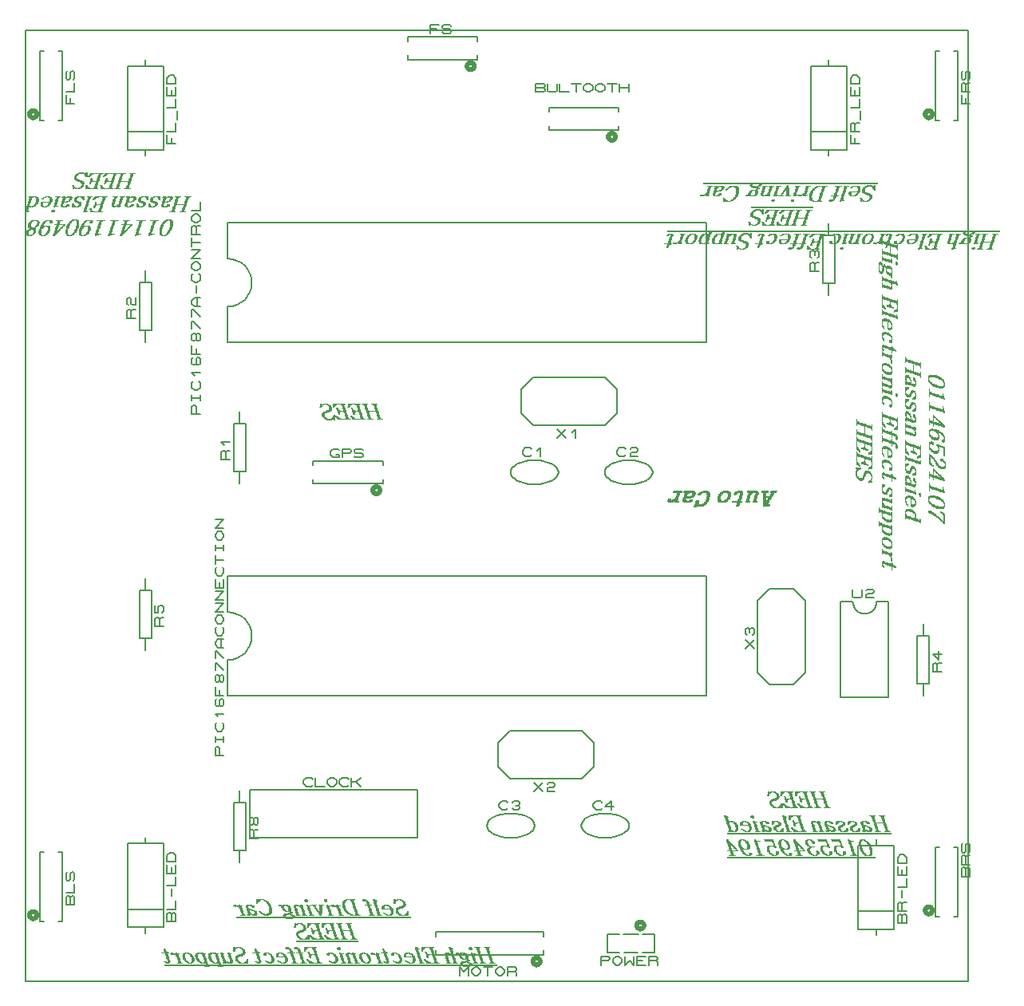
<source format=gbr>
G04 PROTEUS GERBER X2 FILE*
%TF.GenerationSoftware,Labcenter,Proteus,8.6-SP2-Build23525*%
%TF.CreationDate,2018-06-21T20:22:57+00:00*%
%TF.FileFunction,Legend,Top*%
%TF.FilePolarity,Positive*%
%TF.Part,Single*%
%FSLAX45Y45*%
%MOMM*%
G01*
%TA.AperFunction,Profile*%
%ADD20C,0.203200*%
%TA.AperFunction,Material*%
%ADD21C,0.203200*%
%ADD22C,0.508000*%
%ADD23C,0.152400*%
%ADD24C,0.063500*%
%TD.AperFunction*%
D20*
X-4520000Y-1400000D02*
X+5480000Y-1400000D01*
X+5480000Y+8690000D01*
X-4520000Y+8690000D01*
X-4520000Y-1400000D01*
D21*
X-2123000Y+6012000D02*
X-2128080Y+6063752D01*
X-2142685Y+6111695D01*
X-2165862Y+6154875D01*
X-2196660Y+6192340D01*
X-2234125Y+6223138D01*
X-2277305Y+6246315D01*
X-2325248Y+6260920D01*
X-2377000Y+6266000D01*
X-2123000Y+6012000D02*
X-2128080Y+5959518D01*
X-2142685Y+5911233D01*
X-2165862Y+5868009D01*
X-2196660Y+5830708D01*
X-2234125Y+5800193D01*
X-2277305Y+5777328D01*
X-2325248Y+5762976D01*
X-2377000Y+5758000D01*
X-2377000Y+6266000D02*
X-2377000Y+6647000D01*
X+2703000Y+6647000D02*
X+2703000Y+5377000D01*
X-2377000Y+5377000D02*
X-2377000Y+5758000D01*
X-2377000Y+6647000D02*
X+2703000Y+6647000D01*
X-2377000Y+5377000D02*
X+2703000Y+5377000D01*
X-2667640Y+4615000D02*
X-2759080Y+4615000D01*
X-2759080Y+4694375D01*
X-2743840Y+4710250D01*
X-2728600Y+4710250D01*
X-2713360Y+4694375D01*
X-2713360Y+4615000D01*
X-2759080Y+4757875D02*
X-2759080Y+4821375D01*
X-2759080Y+4789625D02*
X-2667640Y+4789625D01*
X-2667640Y+4757875D02*
X-2667640Y+4821375D01*
X-2682880Y+4964250D02*
X-2667640Y+4948375D01*
X-2667640Y+4900750D01*
X-2698120Y+4869000D01*
X-2728600Y+4869000D01*
X-2759080Y+4900750D01*
X-2759080Y+4948375D01*
X-2743840Y+4964250D01*
X-2728600Y+5027750D02*
X-2759080Y+5059500D01*
X-2667640Y+5059500D01*
X-2743840Y+5218250D02*
X-2759080Y+5202375D01*
X-2759080Y+5154750D01*
X-2743840Y+5138875D01*
X-2682880Y+5138875D01*
X-2667640Y+5154750D01*
X-2667640Y+5202375D01*
X-2682880Y+5218250D01*
X-2698120Y+5218250D01*
X-2713360Y+5202375D01*
X-2713360Y+5138875D01*
X-2667640Y+5250000D02*
X-2759080Y+5250000D01*
X-2759080Y+5345250D01*
X-2713360Y+5250000D02*
X-2713360Y+5313500D01*
X-2713360Y+5408750D02*
X-2728600Y+5392875D01*
X-2743840Y+5392875D01*
X-2759080Y+5408750D01*
X-2759080Y+5456375D01*
X-2743840Y+5472250D01*
X-2728600Y+5472250D01*
X-2713360Y+5456375D01*
X-2713360Y+5408750D01*
X-2698120Y+5392875D01*
X-2682880Y+5392875D01*
X-2667640Y+5408750D01*
X-2667640Y+5456375D01*
X-2682880Y+5472250D01*
X-2698120Y+5472250D01*
X-2713360Y+5456375D01*
X-2759080Y+5519875D02*
X-2759080Y+5599250D01*
X-2743840Y+5599250D01*
X-2667640Y+5519875D01*
X-2759080Y+5646875D02*
X-2759080Y+5726250D01*
X-2743840Y+5726250D01*
X-2667640Y+5646875D01*
X-2667640Y+5758000D02*
X-2728600Y+5758000D01*
X-2759080Y+5789750D01*
X-2759080Y+5821500D01*
X-2728600Y+5853250D01*
X-2667640Y+5853250D01*
X-2698120Y+5758000D02*
X-2698120Y+5853250D01*
X-2713360Y+5900875D02*
X-2713360Y+5980250D01*
X-2682880Y+6107250D02*
X-2667640Y+6091375D01*
X-2667640Y+6043750D01*
X-2698120Y+6012000D01*
X-2728600Y+6012000D01*
X-2759080Y+6043750D01*
X-2759080Y+6091375D01*
X-2743840Y+6107250D01*
X-2728600Y+6139000D02*
X-2759080Y+6170750D01*
X-2759080Y+6202500D01*
X-2728600Y+6234250D01*
X-2698120Y+6234250D01*
X-2667640Y+6202500D01*
X-2667640Y+6170750D01*
X-2698120Y+6139000D01*
X-2728600Y+6139000D01*
X-2667640Y+6266000D02*
X-2759080Y+6266000D01*
X-2667640Y+6361250D01*
X-2759080Y+6361250D01*
X-2759080Y+6393000D02*
X-2759080Y+6488250D01*
X-2759080Y+6440625D02*
X-2667640Y+6440625D01*
X-2667640Y+6520000D02*
X-2759080Y+6520000D01*
X-2759080Y+6599375D01*
X-2743840Y+6615250D01*
X-2728600Y+6615250D01*
X-2713360Y+6599375D01*
X-2713360Y+6520000D01*
X-2713360Y+6599375D02*
X-2698120Y+6615250D01*
X-2667640Y+6615250D01*
X-2728600Y+6647000D02*
X-2759080Y+6678750D01*
X-2759080Y+6710500D01*
X-2728600Y+6742250D01*
X-2698120Y+6742250D01*
X-2667640Y+6710500D01*
X-2667640Y+6678750D01*
X-2698120Y+6647000D01*
X-2728600Y+6647000D01*
X-2759080Y+6774000D02*
X-2667640Y+6774000D01*
X-2667640Y+6869250D01*
X-2123000Y+2262000D02*
X-2128080Y+2313752D01*
X-2142685Y+2361695D01*
X-2165862Y+2404875D01*
X-2196660Y+2442340D01*
X-2234125Y+2473138D01*
X-2277305Y+2496315D01*
X-2325248Y+2510920D01*
X-2377000Y+2516000D01*
X-2123000Y+2262000D02*
X-2128080Y+2209518D01*
X-2142685Y+2161233D01*
X-2165862Y+2118009D01*
X-2196660Y+2080708D01*
X-2234125Y+2050193D01*
X-2277305Y+2027328D01*
X-2325248Y+2012976D01*
X-2377000Y+2008000D01*
X-2377000Y+2516000D02*
X-2377000Y+2897000D01*
X+2703000Y+2897000D02*
X+2703000Y+1627000D01*
X-2377000Y+1627000D02*
X-2377000Y+2008000D01*
X-2377000Y+2897000D02*
X+2703000Y+2897000D01*
X-2377000Y+1627000D02*
X+2703000Y+1627000D01*
X-2417640Y+992000D02*
X-2509080Y+992000D01*
X-2509080Y+1071375D01*
X-2493840Y+1087250D01*
X-2478600Y+1087250D01*
X-2463360Y+1071375D01*
X-2463360Y+992000D01*
X-2509080Y+1134875D02*
X-2509080Y+1198375D01*
X-2509080Y+1166625D02*
X-2417640Y+1166625D01*
X-2417640Y+1134875D02*
X-2417640Y+1198375D01*
X-2432880Y+1341250D02*
X-2417640Y+1325375D01*
X-2417640Y+1277750D01*
X-2448120Y+1246000D01*
X-2478600Y+1246000D01*
X-2509080Y+1277750D01*
X-2509080Y+1325375D01*
X-2493840Y+1341250D01*
X-2478600Y+1404750D02*
X-2509080Y+1436500D01*
X-2417640Y+1436500D01*
X-2493840Y+1595250D02*
X-2509080Y+1579375D01*
X-2509080Y+1531750D01*
X-2493840Y+1515875D01*
X-2432880Y+1515875D01*
X-2417640Y+1531750D01*
X-2417640Y+1579375D01*
X-2432880Y+1595250D01*
X-2448120Y+1595250D01*
X-2463360Y+1579375D01*
X-2463360Y+1515875D01*
X-2417640Y+1627000D02*
X-2509080Y+1627000D01*
X-2509080Y+1722250D01*
X-2463360Y+1627000D02*
X-2463360Y+1690500D01*
X-2463360Y+1785750D02*
X-2478600Y+1769875D01*
X-2493840Y+1769875D01*
X-2509080Y+1785750D01*
X-2509080Y+1833375D01*
X-2493840Y+1849250D01*
X-2478600Y+1849250D01*
X-2463360Y+1833375D01*
X-2463360Y+1785750D01*
X-2448120Y+1769875D01*
X-2432880Y+1769875D01*
X-2417640Y+1785750D01*
X-2417640Y+1833375D01*
X-2432880Y+1849250D01*
X-2448120Y+1849250D01*
X-2463360Y+1833375D01*
X-2509080Y+1896875D02*
X-2509080Y+1976250D01*
X-2493840Y+1976250D01*
X-2417640Y+1896875D01*
X-2509080Y+2023875D02*
X-2509080Y+2103250D01*
X-2493840Y+2103250D01*
X-2417640Y+2023875D01*
X-2417640Y+2135000D02*
X-2478600Y+2135000D01*
X-2509080Y+2166750D01*
X-2509080Y+2198500D01*
X-2478600Y+2230250D01*
X-2417640Y+2230250D01*
X-2448120Y+2135000D02*
X-2448120Y+2230250D01*
X-2432880Y+2357250D02*
X-2417640Y+2341375D01*
X-2417640Y+2293750D01*
X-2448120Y+2262000D01*
X-2478600Y+2262000D01*
X-2509080Y+2293750D01*
X-2509080Y+2341375D01*
X-2493840Y+2357250D01*
X-2478600Y+2389000D02*
X-2509080Y+2420750D01*
X-2509080Y+2452500D01*
X-2478600Y+2484250D01*
X-2448120Y+2484250D01*
X-2417640Y+2452500D01*
X-2417640Y+2420750D01*
X-2448120Y+2389000D01*
X-2478600Y+2389000D01*
X-2417640Y+2516000D02*
X-2509080Y+2516000D01*
X-2417640Y+2611250D01*
X-2509080Y+2611250D01*
X-2417640Y+2643000D02*
X-2509080Y+2643000D01*
X-2417640Y+2738250D01*
X-2509080Y+2738250D01*
X-2417640Y+2865250D02*
X-2417640Y+2770000D01*
X-2509080Y+2770000D01*
X-2509080Y+2865250D01*
X-2463360Y+2770000D02*
X-2463360Y+2833500D01*
X-2432880Y+2992250D02*
X-2417640Y+2976375D01*
X-2417640Y+2928750D01*
X-2448120Y+2897000D01*
X-2478600Y+2897000D01*
X-2509080Y+2928750D01*
X-2509080Y+2976375D01*
X-2493840Y+2992250D01*
X-2509080Y+3024000D02*
X-2509080Y+3119250D01*
X-2509080Y+3071625D02*
X-2417640Y+3071625D01*
X-2509080Y+3166875D02*
X-2509080Y+3230375D01*
X-2509080Y+3198625D02*
X-2417640Y+3198625D01*
X-2417640Y+3166875D02*
X-2417640Y+3230375D01*
X-2478600Y+3278000D02*
X-2509080Y+3309750D01*
X-2509080Y+3341500D01*
X-2478600Y+3373250D01*
X-2448120Y+3373250D01*
X-2417640Y+3341500D01*
X-2417640Y+3309750D01*
X-2448120Y+3278000D01*
X-2478600Y+3278000D01*
X-2417640Y+3405000D02*
X-2509080Y+3405000D01*
X-2417640Y+3500250D01*
X-2509080Y+3500250D01*
X+623000Y+4000000D02*
X+628080Y+4025876D01*
X+642685Y+4049848D01*
X+665862Y+4071438D01*
X+696660Y+4090170D01*
X+734125Y+4105569D01*
X+777305Y+4117158D01*
X+825248Y+4124460D01*
X+877000Y+4127000D01*
X+1131000Y+4000000D02*
X+1125920Y+4025876D01*
X+1111315Y+4049848D01*
X+1088138Y+4071438D01*
X+1057340Y+4090170D01*
X+1019875Y+4105569D01*
X+976695Y+4117158D01*
X+928752Y+4124460D01*
X+877000Y+4127000D01*
X+623000Y+4000000D02*
X+628080Y+3974124D01*
X+642685Y+3950152D01*
X+665862Y+3928562D01*
X+696660Y+3909830D01*
X+734125Y+3894431D01*
X+777305Y+3882842D01*
X+825248Y+3875540D01*
X+877000Y+3873000D01*
X+1131000Y+4000000D02*
X+1125920Y+3974124D01*
X+1111315Y+3950152D01*
X+1088138Y+3928562D01*
X+1057340Y+3909830D01*
X+1019875Y+3894431D01*
X+976695Y+3882842D01*
X+928752Y+3875540D01*
X+877000Y+3873000D01*
X+845250Y+4182880D02*
X+829375Y+4167640D01*
X+781750Y+4167640D01*
X+750000Y+4198120D01*
X+750000Y+4228600D01*
X+781750Y+4259080D01*
X+829375Y+4259080D01*
X+845250Y+4243840D01*
X+908750Y+4228600D02*
X+940500Y+4259080D01*
X+940500Y+4167640D01*
X+1623000Y+4000000D02*
X+1628080Y+4025876D01*
X+1642685Y+4049848D01*
X+1665862Y+4071438D01*
X+1696660Y+4090170D01*
X+1734125Y+4105569D01*
X+1777305Y+4117158D01*
X+1825248Y+4124460D01*
X+1877000Y+4127000D01*
X+2131000Y+4000000D02*
X+2125920Y+4025876D01*
X+2111315Y+4049848D01*
X+2088138Y+4071438D01*
X+2057340Y+4090170D01*
X+2019875Y+4105569D01*
X+1976695Y+4117158D01*
X+1928752Y+4124460D01*
X+1877000Y+4127000D01*
X+1623000Y+4000000D02*
X+1628080Y+3974124D01*
X+1642685Y+3950152D01*
X+1665862Y+3928562D01*
X+1696660Y+3909830D01*
X+1734125Y+3894431D01*
X+1777305Y+3882842D01*
X+1825248Y+3875540D01*
X+1877000Y+3873000D01*
X+2131000Y+4000000D02*
X+2125920Y+3974124D01*
X+2111315Y+3950152D01*
X+2088138Y+3928562D01*
X+2057340Y+3909830D01*
X+2019875Y+3894431D01*
X+1976695Y+3882842D01*
X+1928752Y+3875540D01*
X+1877000Y+3873000D01*
X+1845250Y+4182880D02*
X+1829375Y+4167640D01*
X+1781750Y+4167640D01*
X+1750000Y+4198120D01*
X+1750000Y+4228600D01*
X+1781750Y+4259080D01*
X+1829375Y+4259080D01*
X+1845250Y+4243840D01*
X+1892875Y+4243840D02*
X+1908750Y+4259080D01*
X+1956375Y+4259080D01*
X+1972250Y+4243840D01*
X+1972250Y+4228600D01*
X+1956375Y+4213360D01*
X+1908750Y+4213360D01*
X+1892875Y+4198120D01*
X+1892875Y+4167640D01*
X+1972250Y+4167640D01*
X+373000Y+250000D02*
X+378080Y+275876D01*
X+392685Y+299848D01*
X+415862Y+321438D01*
X+446660Y+340170D01*
X+484125Y+355569D01*
X+527305Y+367158D01*
X+575248Y+374460D01*
X+627000Y+377000D01*
X+881000Y+250000D02*
X+875920Y+275876D01*
X+861315Y+299848D01*
X+838138Y+321438D01*
X+807340Y+340170D01*
X+769875Y+355569D01*
X+726695Y+367158D01*
X+678752Y+374460D01*
X+627000Y+377000D01*
X+373000Y+250000D02*
X+378080Y+224124D01*
X+392685Y+200152D01*
X+415862Y+178562D01*
X+446660Y+159830D01*
X+484125Y+144431D01*
X+527305Y+132842D01*
X+575248Y+125540D01*
X+627000Y+123000D01*
X+881000Y+250000D02*
X+875920Y+224124D01*
X+861315Y+200152D01*
X+838138Y+178562D01*
X+807340Y+159830D01*
X+769875Y+144431D01*
X+726695Y+132842D01*
X+678752Y+125540D01*
X+627000Y+123000D01*
X+595250Y+432880D02*
X+579375Y+417640D01*
X+531750Y+417640D01*
X+500000Y+448120D01*
X+500000Y+478600D01*
X+531750Y+509080D01*
X+579375Y+509080D01*
X+595250Y+493840D01*
X+642875Y+493840D02*
X+658750Y+509080D01*
X+706375Y+509080D01*
X+722250Y+493840D01*
X+722250Y+478600D01*
X+706375Y+463360D01*
X+722250Y+448120D01*
X+722250Y+432880D01*
X+706375Y+417640D01*
X+658750Y+417640D01*
X+642875Y+432880D01*
X+674625Y+463360D02*
X+706375Y+463360D01*
X+1373000Y+250000D02*
X+1378080Y+275876D01*
X+1392685Y+299848D01*
X+1415862Y+321438D01*
X+1446660Y+340170D01*
X+1484125Y+355569D01*
X+1527305Y+367158D01*
X+1575248Y+374460D01*
X+1627000Y+377000D01*
X+1881000Y+250000D02*
X+1875920Y+275876D01*
X+1861315Y+299848D01*
X+1838138Y+321438D01*
X+1807340Y+340170D01*
X+1769875Y+355569D01*
X+1726695Y+367158D01*
X+1678752Y+374460D01*
X+1627000Y+377000D01*
X+1373000Y+250000D02*
X+1378080Y+224124D01*
X+1392685Y+200152D01*
X+1415862Y+178562D01*
X+1446660Y+159830D01*
X+1484125Y+144431D01*
X+1527305Y+132842D01*
X+1575248Y+125540D01*
X+1627000Y+123000D01*
X+1881000Y+250000D02*
X+1875920Y+224124D01*
X+1861315Y+200152D01*
X+1838138Y+178562D01*
X+1807340Y+159830D01*
X+1769875Y+144431D01*
X+1726695Y+132842D01*
X+1678752Y+125540D01*
X+1627000Y+123000D01*
X+1595250Y+432880D02*
X+1579375Y+417640D01*
X+1531750Y+417640D01*
X+1500000Y+448120D01*
X+1500000Y+478600D01*
X+1531750Y+509080D01*
X+1579375Y+509080D01*
X+1595250Y+493840D01*
X+1722250Y+448120D02*
X+1627000Y+448120D01*
X+1690500Y+509080D01*
X+1690500Y+417640D01*
X+3809500Y+7420500D02*
X+4190500Y+7420500D01*
X+4190500Y+8309500D01*
X+3809500Y+8309500D01*
X+3809500Y+7420500D01*
X+4190500Y+7611000D02*
X+3809500Y+7611000D01*
X+4000000Y+7357000D02*
X+4000000Y+7420500D01*
X+4000000Y+8373000D02*
X+4000000Y+8309500D01*
X+4322580Y+7484000D02*
X+4231140Y+7484000D01*
X+4231140Y+7579250D01*
X+4276860Y+7484000D02*
X+4276860Y+7547500D01*
X+4322580Y+7611000D02*
X+4231140Y+7611000D01*
X+4231140Y+7690375D01*
X+4246380Y+7706250D01*
X+4261620Y+7706250D01*
X+4276860Y+7690375D01*
X+4276860Y+7611000D01*
X+4276860Y+7690375D02*
X+4292100Y+7706250D01*
X+4322580Y+7706250D01*
X+4337820Y+7738000D02*
X+4337820Y+7833250D01*
X+4231140Y+7865000D02*
X+4322580Y+7865000D01*
X+4322580Y+7960250D01*
X+4322580Y+8087250D02*
X+4322580Y+7992000D01*
X+4231140Y+7992000D01*
X+4231140Y+8087250D01*
X+4276860Y+7992000D02*
X+4276860Y+8055500D01*
X+4322580Y+8119000D02*
X+4231140Y+8119000D01*
X+4231140Y+8182500D01*
X+4261620Y+8214250D01*
X+4292100Y+8214250D01*
X+4322580Y+8182500D01*
X+4322580Y+8119000D01*
X-3440500Y+7420500D02*
X-3059500Y+7420500D01*
X-3059500Y+8309500D01*
X-3440500Y+8309500D01*
X-3440500Y+7420500D01*
X-3059500Y+7611000D02*
X-3440500Y+7611000D01*
X-3250000Y+7357000D02*
X-3250000Y+7420500D01*
X-3250000Y+8373000D02*
X-3250000Y+8309500D01*
X-2927420Y+7484000D02*
X-3018860Y+7484000D01*
X-3018860Y+7579250D01*
X-2973140Y+7484000D02*
X-2973140Y+7547500D01*
X-3018860Y+7611000D02*
X-2927420Y+7611000D01*
X-2927420Y+7706250D01*
X-2912180Y+7738000D02*
X-2912180Y+7833250D01*
X-3018860Y+7865000D02*
X-2927420Y+7865000D01*
X-2927420Y+7960250D01*
X-2927420Y+8087250D02*
X-2927420Y+7992000D01*
X-3018860Y+7992000D01*
X-3018860Y+8087250D01*
X-2973140Y+7992000D02*
X-2973140Y+8055500D01*
X-2927420Y+8119000D02*
X-3018860Y+8119000D01*
X-3018860Y+8182500D01*
X-2988380Y+8214250D01*
X-2957900Y+8214250D01*
X-2927420Y+8182500D01*
X-2927420Y+8119000D01*
X+4309500Y-849500D02*
X+4690500Y-849500D01*
X+4690500Y+39500D01*
X+4309500Y+39500D01*
X+4309500Y-849500D01*
X+4690500Y-659000D02*
X+4309500Y-659000D01*
X+4500000Y-913000D02*
X+4500000Y-849500D01*
X+4500000Y+103000D02*
X+4500000Y+39500D01*
X+4822580Y-786000D02*
X+4731140Y-786000D01*
X+4731140Y-706625D01*
X+4746380Y-690750D01*
X+4761620Y-690750D01*
X+4776860Y-706625D01*
X+4792100Y-690750D01*
X+4807340Y-690750D01*
X+4822580Y-706625D01*
X+4822580Y-786000D01*
X+4776860Y-786000D02*
X+4776860Y-706625D01*
X+4822580Y-659000D02*
X+4731140Y-659000D01*
X+4731140Y-579625D01*
X+4746380Y-563750D01*
X+4761620Y-563750D01*
X+4776860Y-579625D01*
X+4776860Y-659000D01*
X+4776860Y-579625D02*
X+4792100Y-563750D01*
X+4822580Y-563750D01*
X+4776860Y-516125D02*
X+4776860Y-436750D01*
X+4731140Y-405000D02*
X+4822580Y-405000D01*
X+4822580Y-309750D01*
X+4822580Y-182750D02*
X+4822580Y-278000D01*
X+4731140Y-278000D01*
X+4731140Y-182750D01*
X+4776860Y-278000D02*
X+4776860Y-214500D01*
X+4822580Y-151000D02*
X+4731140Y-151000D01*
X+4731140Y-87500D01*
X+4761620Y-55750D01*
X+4792100Y-55750D01*
X+4822580Y-87500D01*
X+4822580Y-151000D01*
X-3440500Y-829500D02*
X-3059500Y-829500D01*
X-3059500Y+59500D01*
X-3440500Y+59500D01*
X-3440500Y-829500D01*
X-3059500Y-639000D02*
X-3440500Y-639000D01*
X-3250000Y-893000D02*
X-3250000Y-829500D01*
X-3250000Y+123000D02*
X-3250000Y+59500D01*
X-2927420Y-766000D02*
X-3018860Y-766000D01*
X-3018860Y-686625D01*
X-3003620Y-670750D01*
X-2988380Y-670750D01*
X-2973140Y-686625D01*
X-2957900Y-670750D01*
X-2942660Y-670750D01*
X-2927420Y-686625D01*
X-2927420Y-766000D01*
X-2973140Y-766000D02*
X-2973140Y-686625D01*
X-3018860Y-639000D02*
X-2927420Y-639000D01*
X-2927420Y-543750D01*
X-2973140Y-496125D02*
X-2973140Y-416750D01*
X-3018860Y-385000D02*
X-2927420Y-385000D01*
X-2927420Y-289750D01*
X-2927420Y-162750D02*
X-2927420Y-258000D01*
X-3018860Y-258000D01*
X-3018860Y-162750D01*
X-2973140Y-258000D02*
X-2973140Y-194500D01*
X-2927420Y-131000D02*
X-3018860Y-131000D01*
X-3018860Y-67500D01*
X-2988380Y-35750D01*
X-2957900Y-35750D01*
X-2927420Y-67500D01*
X-2927420Y-131000D01*
D22*
X+238100Y+8309500D02*
X+237969Y+8312658D01*
X+236903Y+8318976D01*
X+234672Y+8325294D01*
X+231027Y+8331612D01*
X+225452Y+8337851D01*
X+219134Y+8342447D01*
X+212816Y+8345380D01*
X+206498Y+8347042D01*
X+200180Y+8347600D01*
X+200000Y+8347600D01*
X+161900Y+8309500D02*
X+162031Y+8312658D01*
X+163097Y+8318976D01*
X+165328Y+8325294D01*
X+168973Y+8331612D01*
X+174548Y+8337851D01*
X+180866Y+8342447D01*
X+187184Y+8345380D01*
X+193502Y+8347042D01*
X+199820Y+8347600D01*
X+200000Y+8347600D01*
X+161900Y+8309500D02*
X+162031Y+8306342D01*
X+163097Y+8300024D01*
X+165328Y+8293706D01*
X+168973Y+8287388D01*
X+174548Y+8281149D01*
X+180866Y+8276553D01*
X+187184Y+8273620D01*
X+193502Y+8271958D01*
X+199820Y+8271400D01*
X+200000Y+8271400D01*
X+238100Y+8309500D02*
X+237969Y+8306342D01*
X+236903Y+8300024D01*
X+234672Y+8293706D01*
X+231027Y+8287388D01*
X+225452Y+8281149D01*
X+219134Y+8276553D01*
X+212816Y+8273620D01*
X+206498Y+8271958D01*
X+200180Y+8271400D01*
X+200000Y+8271400D01*
D23*
X-469850Y+8380620D02*
X+269850Y+8380620D01*
X+269850Y+8424135D01*
X+269850Y+8619380D02*
X-469850Y+8619380D01*
X-469850Y+8575865D01*
X-469850Y+8424135D02*
X-469850Y+8380620D01*
X+269850Y+8575865D02*
X+269850Y+8619380D01*
D21*
X-227000Y+8657480D02*
X-227000Y+8748920D01*
X-131750Y+8748920D01*
X-227000Y+8703200D02*
X-163500Y+8703200D01*
X-100000Y+8672720D02*
X-84125Y+8657480D01*
X-20625Y+8657480D01*
X-4750Y+8672720D01*
X-4750Y+8687960D01*
X-20625Y+8703200D01*
X-84125Y+8703200D01*
X-100000Y+8718440D01*
X-100000Y+8733680D01*
X-84125Y+8748920D01*
X-20625Y+8748920D01*
X-4750Y+8733680D01*
D22*
X-4402400Y+7800000D02*
X-4402531Y+7803158D01*
X-4403597Y+7809476D01*
X-4405828Y+7815794D01*
X-4409473Y+7822112D01*
X-4415048Y+7828351D01*
X-4421366Y+7832947D01*
X-4427684Y+7835880D01*
X-4434002Y+7837542D01*
X-4440320Y+7838100D01*
X-4440500Y+7838100D01*
X-4478600Y+7800000D02*
X-4478469Y+7803158D01*
X-4477403Y+7809476D01*
X-4475172Y+7815794D01*
X-4471527Y+7822112D01*
X-4465952Y+7828351D01*
X-4459634Y+7832947D01*
X-4453316Y+7835880D01*
X-4446998Y+7837542D01*
X-4440680Y+7838100D01*
X-4440500Y+7838100D01*
X-4478600Y+7800000D02*
X-4478469Y+7796842D01*
X-4477403Y+7790524D01*
X-4475172Y+7784206D01*
X-4471527Y+7777888D01*
X-4465952Y+7771649D01*
X-4459634Y+7767053D01*
X-4453316Y+7764120D01*
X-4446998Y+7762458D01*
X-4440680Y+7761900D01*
X-4440500Y+7761900D01*
X-4402400Y+7800000D02*
X-4402531Y+7796842D01*
X-4403597Y+7790524D01*
X-4405828Y+7784206D01*
X-4409473Y+7777888D01*
X-4415048Y+7771649D01*
X-4421366Y+7767053D01*
X-4427684Y+7764120D01*
X-4434002Y+7762458D01*
X-4440320Y+7761900D01*
X-4440500Y+7761900D01*
D23*
X-4369380Y+8469850D02*
X-4369380Y+7730150D01*
X-4325865Y+7730150D01*
X-4130620Y+7730150D02*
X-4130620Y+8469850D01*
X-4174135Y+8469850D01*
X-4325865Y+8469850D02*
X-4369380Y+8469850D01*
X-4174135Y+7730150D02*
X-4130620Y+7730150D01*
D21*
X-4001080Y+7909500D02*
X-4092520Y+7909500D01*
X-4092520Y+8004750D01*
X-4046800Y+7909500D02*
X-4046800Y+7973000D01*
X-4092520Y+8036500D02*
X-4001080Y+8036500D01*
X-4001080Y+8131750D01*
X-4016320Y+8163500D02*
X-4001080Y+8179375D01*
X-4001080Y+8242875D01*
X-4016320Y+8258750D01*
X-4031560Y+8258750D01*
X-4046800Y+8242875D01*
X-4046800Y+8179375D01*
X-4062040Y+8163500D01*
X-4077280Y+8163500D01*
X-4092520Y+8179375D01*
X-4092520Y+8242875D01*
X-4077280Y+8258750D01*
D22*
X+5097600Y+7800000D02*
X+5097469Y+7803158D01*
X+5096403Y+7809476D01*
X+5094172Y+7815794D01*
X+5090527Y+7822112D01*
X+5084952Y+7828351D01*
X+5078634Y+7832947D01*
X+5072316Y+7835880D01*
X+5065998Y+7837542D01*
X+5059680Y+7838100D01*
X+5059500Y+7838100D01*
X+5021400Y+7800000D02*
X+5021531Y+7803158D01*
X+5022597Y+7809476D01*
X+5024828Y+7815794D01*
X+5028473Y+7822112D01*
X+5034048Y+7828351D01*
X+5040366Y+7832947D01*
X+5046684Y+7835880D01*
X+5053002Y+7837542D01*
X+5059320Y+7838100D01*
X+5059500Y+7838100D01*
X+5021400Y+7800000D02*
X+5021531Y+7796842D01*
X+5022597Y+7790524D01*
X+5024828Y+7784206D01*
X+5028473Y+7777888D01*
X+5034048Y+7771649D01*
X+5040366Y+7767053D01*
X+5046684Y+7764120D01*
X+5053002Y+7762458D01*
X+5059320Y+7761900D01*
X+5059500Y+7761900D01*
X+5097600Y+7800000D02*
X+5097469Y+7796842D01*
X+5096403Y+7790524D01*
X+5094172Y+7784206D01*
X+5090527Y+7777888D01*
X+5084952Y+7771649D01*
X+5078634Y+7767053D01*
X+5072316Y+7764120D01*
X+5065998Y+7762458D01*
X+5059680Y+7761900D01*
X+5059500Y+7761900D01*
D23*
X+5130620Y+8469850D02*
X+5130620Y+7730150D01*
X+5174135Y+7730150D01*
X+5369380Y+7730150D02*
X+5369380Y+8469850D01*
X+5325865Y+8469850D01*
X+5174135Y+8469850D02*
X+5130620Y+8469850D01*
X+5325865Y+7730150D02*
X+5369380Y+7730150D01*
D21*
X+5498920Y+7909500D02*
X+5407480Y+7909500D01*
X+5407480Y+8004750D01*
X+5453200Y+7909500D02*
X+5453200Y+7973000D01*
X+5498920Y+8036500D02*
X+5407480Y+8036500D01*
X+5407480Y+8115875D01*
X+5422720Y+8131750D01*
X+5437960Y+8131750D01*
X+5453200Y+8115875D01*
X+5453200Y+8036500D01*
X+5453200Y+8115875D02*
X+5468440Y+8131750D01*
X+5498920Y+8131750D01*
X+5483680Y+8163500D02*
X+5498920Y+8179375D01*
X+5498920Y+8242875D01*
X+5483680Y+8258750D01*
X+5468440Y+8258750D01*
X+5453200Y+8242875D01*
X+5453200Y+8179375D01*
X+5437960Y+8163500D01*
X+5422720Y+8163500D01*
X+5407480Y+8179375D01*
X+5407480Y+8242875D01*
X+5422720Y+8258750D01*
D22*
X+5097600Y-650000D02*
X+5097469Y-646842D01*
X+5096403Y-640524D01*
X+5094172Y-634206D01*
X+5090527Y-627888D01*
X+5084952Y-621649D01*
X+5078634Y-617053D01*
X+5072316Y-614120D01*
X+5065998Y-612458D01*
X+5059680Y-611900D01*
X+5059500Y-611900D01*
X+5021400Y-650000D02*
X+5021531Y-646842D01*
X+5022597Y-640524D01*
X+5024828Y-634206D01*
X+5028473Y-627888D01*
X+5034048Y-621649D01*
X+5040366Y-617053D01*
X+5046684Y-614120D01*
X+5053002Y-612458D01*
X+5059320Y-611900D01*
X+5059500Y-611900D01*
X+5021400Y-650000D02*
X+5021531Y-653158D01*
X+5022597Y-659476D01*
X+5024828Y-665794D01*
X+5028473Y-672112D01*
X+5034048Y-678351D01*
X+5040366Y-682947D01*
X+5046684Y-685880D01*
X+5053002Y-687542D01*
X+5059320Y-688100D01*
X+5059500Y-688100D01*
X+5097600Y-650000D02*
X+5097469Y-653158D01*
X+5096403Y-659476D01*
X+5094172Y-665794D01*
X+5090527Y-672112D01*
X+5084952Y-678351D01*
X+5078634Y-682947D01*
X+5072316Y-685880D01*
X+5065998Y-687542D01*
X+5059680Y-688100D01*
X+5059500Y-688100D01*
D23*
X+5130620Y+19850D02*
X+5130620Y-719850D01*
X+5174135Y-719850D01*
X+5369380Y-719850D02*
X+5369380Y+19850D01*
X+5325865Y+19850D01*
X+5174135Y+19850D02*
X+5130620Y+19850D01*
X+5325865Y-719850D02*
X+5369380Y-719850D01*
D21*
X+5498920Y-290500D02*
X+5407480Y-290500D01*
X+5407480Y-211125D01*
X+5422720Y-195250D01*
X+5437960Y-195250D01*
X+5453200Y-211125D01*
X+5468440Y-195250D01*
X+5483680Y-195250D01*
X+5498920Y-211125D01*
X+5498920Y-290500D01*
X+5453200Y-290500D02*
X+5453200Y-211125D01*
X+5498920Y-163500D02*
X+5407480Y-163500D01*
X+5407480Y-84125D01*
X+5422720Y-68250D01*
X+5437960Y-68250D01*
X+5453200Y-84125D01*
X+5453200Y-163500D01*
X+5453200Y-84125D02*
X+5468440Y-68250D01*
X+5498920Y-68250D01*
X+5483680Y-36500D02*
X+5498920Y-20625D01*
X+5498920Y+42875D01*
X+5483680Y+58750D01*
X+5468440Y+58750D01*
X+5453200Y+42875D01*
X+5453200Y-20625D01*
X+5437960Y-36500D01*
X+5422720Y-36500D01*
X+5407480Y-20625D01*
X+5407480Y+42875D01*
X+5422720Y+58750D01*
D22*
X-4402400Y-700000D02*
X-4402531Y-696842D01*
X-4403597Y-690524D01*
X-4405828Y-684206D01*
X-4409473Y-677888D01*
X-4415048Y-671649D01*
X-4421366Y-667053D01*
X-4427684Y-664120D01*
X-4434002Y-662458D01*
X-4440320Y-661900D01*
X-4440500Y-661900D01*
X-4478600Y-700000D02*
X-4478469Y-696842D01*
X-4477403Y-690524D01*
X-4475172Y-684206D01*
X-4471527Y-677888D01*
X-4465952Y-671649D01*
X-4459634Y-667053D01*
X-4453316Y-664120D01*
X-4446998Y-662458D01*
X-4440680Y-661900D01*
X-4440500Y-661900D01*
X-4478600Y-700000D02*
X-4478469Y-703158D01*
X-4477403Y-709476D01*
X-4475172Y-715794D01*
X-4471527Y-722112D01*
X-4465952Y-728351D01*
X-4459634Y-732947D01*
X-4453316Y-735880D01*
X-4446998Y-737542D01*
X-4440680Y-738100D01*
X-4440500Y-738100D01*
X-4402400Y-700000D02*
X-4402531Y-703158D01*
X-4403597Y-709476D01*
X-4405828Y-715794D01*
X-4409473Y-722112D01*
X-4415048Y-728351D01*
X-4421366Y-732947D01*
X-4427684Y-735880D01*
X-4434002Y-737542D01*
X-4440320Y-738100D01*
X-4440500Y-738100D01*
D23*
X-4369380Y-30150D02*
X-4369380Y-769850D01*
X-4325865Y-769850D01*
X-4130620Y-769850D02*
X-4130620Y-30150D01*
X-4174135Y-30150D01*
X-4325865Y-30150D02*
X-4369380Y-30150D01*
X-4174135Y-769850D02*
X-4130620Y-769850D01*
D21*
X-4001080Y-590500D02*
X-4092520Y-590500D01*
X-4092520Y-511125D01*
X-4077280Y-495250D01*
X-4062040Y-495250D01*
X-4046800Y-511125D01*
X-4031560Y-495250D01*
X-4016320Y-495250D01*
X-4001080Y-511125D01*
X-4001080Y-590500D01*
X-4046800Y-590500D02*
X-4046800Y-511125D01*
X-4092520Y-463500D02*
X-4001080Y-463500D01*
X-4001080Y-368250D01*
X-4016320Y-336500D02*
X-4001080Y-320625D01*
X-4001080Y-257125D01*
X-4016320Y-241250D01*
X-4031560Y-241250D01*
X-4046800Y-257125D01*
X-4046800Y-320625D01*
X-4062040Y-336500D01*
X-4077280Y-336500D01*
X-4092520Y-320625D01*
X-4092520Y-257125D01*
X-4077280Y-241250D01*
D22*
X-761900Y+3809500D02*
X-762031Y+3812658D01*
X-763097Y+3818976D01*
X-765328Y+3825294D01*
X-768973Y+3831612D01*
X-774548Y+3837851D01*
X-780866Y+3842447D01*
X-787184Y+3845380D01*
X-793502Y+3847042D01*
X-799820Y+3847600D01*
X-800000Y+3847600D01*
X-838100Y+3809500D02*
X-837969Y+3812658D01*
X-836903Y+3818976D01*
X-834672Y+3825294D01*
X-831027Y+3831612D01*
X-825452Y+3837851D01*
X-819134Y+3842447D01*
X-812816Y+3845380D01*
X-806498Y+3847042D01*
X-800180Y+3847600D01*
X-800000Y+3847600D01*
X-838100Y+3809500D02*
X-837969Y+3806342D01*
X-836903Y+3800024D01*
X-834672Y+3793706D01*
X-831027Y+3787388D01*
X-825452Y+3781149D01*
X-819134Y+3776553D01*
X-812816Y+3773620D01*
X-806498Y+3771958D01*
X-800180Y+3771400D01*
X-800000Y+3771400D01*
X-761900Y+3809500D02*
X-762031Y+3806342D01*
X-763097Y+3800024D01*
X-765328Y+3793706D01*
X-768973Y+3787388D01*
X-774548Y+3781149D01*
X-780866Y+3776553D01*
X-787184Y+3773620D01*
X-793502Y+3771958D01*
X-799820Y+3771400D01*
X-800000Y+3771400D01*
D23*
X-1469850Y+3880620D02*
X-730150Y+3880620D01*
X-730150Y+3924135D01*
X-730150Y+4119380D02*
X-1469850Y+4119380D01*
X-1469850Y+4075865D01*
X-1469850Y+3924135D02*
X-1469850Y+3880620D01*
X-730150Y+4075865D02*
X-730150Y+4119380D01*
D21*
X-1227000Y+4187960D02*
X-1195250Y+4187960D01*
X-1195250Y+4157480D01*
X-1258750Y+4157480D01*
X-1290500Y+4187960D01*
X-1290500Y+4218440D01*
X-1258750Y+4248920D01*
X-1211125Y+4248920D01*
X-1195250Y+4233680D01*
X-1163500Y+4157480D02*
X-1163500Y+4248920D01*
X-1084125Y+4248920D01*
X-1068250Y+4233680D01*
X-1068250Y+4218440D01*
X-1084125Y+4203200D01*
X-1163500Y+4203200D01*
X-1036500Y+4172720D02*
X-1020625Y+4157480D01*
X-957125Y+4157480D01*
X-941250Y+4172720D01*
X-941250Y+4187960D01*
X-957125Y+4203200D01*
X-1020625Y+4203200D01*
X-1036500Y+4218440D01*
X-1036500Y+4233680D01*
X-1020625Y+4248920D01*
X-957125Y+4248920D01*
X-941250Y+4233680D01*
D22*
X+938100Y-1190500D02*
X+937969Y-1187342D01*
X+936903Y-1181024D01*
X+934672Y-1174706D01*
X+931027Y-1168388D01*
X+925452Y-1162149D01*
X+919134Y-1157553D01*
X+912816Y-1154620D01*
X+906498Y-1152958D01*
X+900180Y-1152400D01*
X+900000Y-1152400D01*
X+861900Y-1190500D02*
X+862031Y-1187342D01*
X+863097Y-1181024D01*
X+865328Y-1174706D01*
X+868973Y-1168388D01*
X+874548Y-1162149D01*
X+880866Y-1157553D01*
X+887184Y-1154620D01*
X+893502Y-1152958D01*
X+899820Y-1152400D01*
X+900000Y-1152400D01*
X+861900Y-1190500D02*
X+862031Y-1193658D01*
X+863097Y-1199976D01*
X+865328Y-1206294D01*
X+868973Y-1212612D01*
X+874548Y-1218851D01*
X+880866Y-1223447D01*
X+887184Y-1226380D01*
X+893502Y-1228042D01*
X+899820Y-1228600D01*
X+900000Y-1228600D01*
X+938100Y-1190500D02*
X+937969Y-1193658D01*
X+936903Y-1199976D01*
X+934672Y-1206294D01*
X+931027Y-1212612D01*
X+925452Y-1218851D01*
X+919134Y-1223447D01*
X+912816Y-1226380D01*
X+906498Y-1228042D01*
X+900180Y-1228600D01*
X+900000Y-1228600D01*
D23*
X-169850Y-1119380D02*
X+969850Y-1119380D01*
X+969850Y-1075865D01*
X+969850Y-880620D02*
X-169850Y-880620D01*
X-169850Y-924135D01*
X-169850Y-1075865D02*
X-169850Y-1119380D01*
X+969850Y-924135D02*
X+969850Y-880620D01*
D21*
X+82500Y-1342520D02*
X+82500Y-1251080D01*
X+130125Y-1296800D01*
X+177750Y-1251080D01*
X+177750Y-1342520D01*
X+209500Y-1281560D02*
X+241250Y-1251080D01*
X+273000Y-1251080D01*
X+304750Y-1281560D01*
X+304750Y-1312040D01*
X+273000Y-1342520D01*
X+241250Y-1342520D01*
X+209500Y-1312040D01*
X+209500Y-1281560D01*
X+336500Y-1251080D02*
X+431750Y-1251080D01*
X+384125Y-1251080D02*
X+384125Y-1342520D01*
X+463500Y-1281560D02*
X+495250Y-1251080D01*
X+527000Y-1251080D01*
X+558750Y-1281560D01*
X+558750Y-1312040D01*
X+527000Y-1342520D01*
X+495250Y-1342520D01*
X+463500Y-1312040D01*
X+463500Y-1281560D01*
X+590500Y-1342520D02*
X+590500Y-1251080D01*
X+669875Y-1251080D01*
X+685750Y-1266320D01*
X+685750Y-1281560D01*
X+669875Y-1296800D01*
X+590500Y-1296800D01*
X+669875Y-1296800D02*
X+685750Y-1312040D01*
X+685750Y-1342520D01*
X-2250000Y+3877000D02*
X-2250000Y+4004000D01*
X-2313500Y+4004000D02*
X-2186500Y+4004000D01*
X-2186500Y+4512000D01*
X-2313500Y+4512000D01*
X-2313500Y+4004000D01*
X-2250000Y+4512000D02*
X-2250000Y+4639000D01*
X-2354140Y+4131000D02*
X-2445580Y+4131000D01*
X-2445580Y+4210375D01*
X-2430340Y+4226250D01*
X-2415100Y+4226250D01*
X-2399860Y+4210375D01*
X-2399860Y+4131000D01*
X-2399860Y+4210375D02*
X-2384620Y+4226250D01*
X-2354140Y+4226250D01*
X-2415100Y+4289750D02*
X-2445580Y+4321500D01*
X-2354140Y+4321500D01*
X-3250000Y+5377000D02*
X-3250000Y+5504000D01*
X-3313500Y+5504000D02*
X-3186500Y+5504000D01*
X-3186500Y+6012000D01*
X-3313500Y+6012000D01*
X-3313500Y+5504000D01*
X-3250000Y+6012000D02*
X-3250000Y+6139000D01*
X-3354140Y+5631000D02*
X-3445580Y+5631000D01*
X-3445580Y+5710375D01*
X-3430340Y+5726250D01*
X-3415100Y+5726250D01*
X-3399860Y+5710375D01*
X-3399860Y+5631000D01*
X-3399860Y+5710375D02*
X-3384620Y+5726250D01*
X-3354140Y+5726250D01*
X-3430340Y+5773875D02*
X-3445580Y+5789750D01*
X-3445580Y+5837375D01*
X-3430340Y+5853250D01*
X-3415100Y+5853250D01*
X-3399860Y+5837375D01*
X-3399860Y+5789750D01*
X-3384620Y+5773875D01*
X-3354140Y+5773875D01*
X-3354140Y+5853250D01*
X+4000000Y+5877000D02*
X+4000000Y+6004000D01*
X+3936500Y+6004000D02*
X+4063500Y+6004000D01*
X+4063500Y+6512000D01*
X+3936500Y+6512000D01*
X+3936500Y+6004000D01*
X+4000000Y+6512000D02*
X+4000000Y+6639000D01*
X+3895860Y+6131000D02*
X+3804420Y+6131000D01*
X+3804420Y+6210375D01*
X+3819660Y+6226250D01*
X+3834900Y+6226250D01*
X+3850140Y+6210375D01*
X+3850140Y+6131000D01*
X+3850140Y+6210375D02*
X+3865380Y+6226250D01*
X+3895860Y+6226250D01*
X+3819660Y+6273875D02*
X+3804420Y+6289750D01*
X+3804420Y+6337375D01*
X+3819660Y+6353250D01*
X+3834900Y+6353250D01*
X+3850140Y+6337375D01*
X+3865380Y+6353250D01*
X+3880620Y+6353250D01*
X+3895860Y+6337375D01*
X+3895860Y+6289750D01*
X+3880620Y+6273875D01*
X+3850140Y+6305625D02*
X+3850140Y+6337375D01*
X+5000000Y+2389000D02*
X+5000000Y+2262000D01*
X+4936500Y+1754000D02*
X+5063500Y+1754000D01*
X+5063500Y+2262000D01*
X+4936500Y+2262000D01*
X+4936500Y+1754000D01*
X+5000000Y+1754000D02*
X+5000000Y+1627000D01*
X+5195580Y+1881000D02*
X+5104140Y+1881000D01*
X+5104140Y+1960375D01*
X+5119380Y+1976250D01*
X+5134620Y+1976250D01*
X+5149860Y+1960375D01*
X+5149860Y+1881000D01*
X+5149860Y+1960375D02*
X+5165100Y+1976250D01*
X+5195580Y+1976250D01*
X+5165100Y+2103250D02*
X+5165100Y+2008000D01*
X+5104140Y+2071500D01*
X+5195580Y+2071500D01*
X-3250000Y+2873000D02*
X-3250000Y+2746000D01*
X-3313500Y+2238000D02*
X-3186500Y+2238000D01*
X-3186500Y+2746000D01*
X-3313500Y+2746000D01*
X-3313500Y+2238000D01*
X-3250000Y+2238000D02*
X-3250000Y+2111000D01*
X-3054420Y+2365000D02*
X-3145860Y+2365000D01*
X-3145860Y+2444375D01*
X-3130620Y+2460250D01*
X-3115380Y+2460250D01*
X-3100140Y+2444375D01*
X-3100140Y+2365000D01*
X-3100140Y+2444375D02*
X-3084900Y+2460250D01*
X-3054420Y+2460250D01*
X-3145860Y+2587250D02*
X-3145860Y+2507875D01*
X-3115380Y+2507875D01*
X-3115380Y+2571375D01*
X-3100140Y+2587250D01*
X-3069660Y+2587250D01*
X-3054420Y+2571375D01*
X-3054420Y+2523750D01*
X-3069660Y+2507875D01*
X-2250000Y+623000D02*
X-2250000Y+496000D01*
X-2313500Y-12000D02*
X-2186500Y-12000D01*
X-2186500Y+496000D01*
X-2313500Y+496000D01*
X-2313500Y-12000D01*
X-2250000Y-12000D02*
X-2250000Y-139000D01*
X-2054420Y+115000D02*
X-2145860Y+115000D01*
X-2145860Y+194375D01*
X-2130620Y+210250D01*
X-2115380Y+210250D01*
X-2100140Y+194375D01*
X-2100140Y+115000D01*
X-2100140Y+194375D02*
X-2084900Y+210250D01*
X-2054420Y+210250D01*
X-2100140Y+273750D02*
X-2115380Y+257875D01*
X-2130620Y+257875D01*
X-2145860Y+273750D01*
X-2145860Y+321375D01*
X-2130620Y+337250D01*
X-2115380Y+337250D01*
X-2100140Y+321375D01*
X-2100140Y+273750D01*
X-2084900Y+257875D01*
X-2069660Y+257875D01*
X-2054420Y+273750D01*
X-2054420Y+321375D01*
X-2069660Y+337250D01*
X-2084900Y+337250D01*
X-2100140Y+321375D01*
X+1627000Y+4496000D02*
X+865000Y+4496000D01*
X+738000Y+4623000D01*
X+738000Y+4877000D01*
X+865000Y+5004000D01*
X+1627000Y+5004000D01*
X+1754000Y+4877000D01*
X+1754000Y+4623000D01*
X+1627000Y+4496000D01*
X+1119000Y+4455360D02*
X+1214250Y+4363920D01*
X+1119000Y+4363920D02*
X+1214250Y+4455360D01*
X+1277750Y+4424880D02*
X+1309500Y+4455360D01*
X+1309500Y+4363920D01*
X+1377000Y+746000D02*
X+615000Y+746000D01*
X+488000Y+873000D01*
X+488000Y+1127000D01*
X+615000Y+1254000D01*
X+1377000Y+1254000D01*
X+1504000Y+1127000D01*
X+1504000Y+873000D01*
X+1377000Y+746000D01*
X+869000Y+705360D02*
X+964250Y+613920D01*
X+869000Y+613920D02*
X+964250Y+705360D01*
X+1011875Y+690120D02*
X+1027750Y+705360D01*
X+1075375Y+705360D01*
X+1091250Y+690120D01*
X+1091250Y+674880D01*
X+1075375Y+659640D01*
X+1027750Y+659640D01*
X+1011875Y+644400D01*
X+1011875Y+613920D01*
X+1091250Y+613920D01*
D22*
X+2038100Y-809500D02*
X+2037969Y-806342D01*
X+2036903Y-800024D01*
X+2034672Y-793706D01*
X+2031027Y-787388D01*
X+2025452Y-781149D01*
X+2019134Y-776553D01*
X+2012816Y-773620D01*
X+2006498Y-771958D01*
X+2000180Y-771400D01*
X+2000000Y-771400D01*
X+1961900Y-809500D02*
X+1962031Y-806342D01*
X+1963097Y-800024D01*
X+1965328Y-793706D01*
X+1968973Y-787388D01*
X+1974548Y-781149D01*
X+1980866Y-776553D01*
X+1987184Y-773620D01*
X+1993502Y-771958D01*
X+1999820Y-771400D01*
X+2000000Y-771400D01*
X+1961900Y-809500D02*
X+1962031Y-812658D01*
X+1963097Y-818976D01*
X+1965328Y-825294D01*
X+1968973Y-831612D01*
X+1974548Y-837851D01*
X+1980866Y-842447D01*
X+1987184Y-845380D01*
X+1993502Y-847042D01*
X+1999820Y-847600D01*
X+2000000Y-847600D01*
X+2038100Y-809500D02*
X+2037969Y-812658D01*
X+2036903Y-818976D01*
X+2034672Y-825294D01*
X+2031027Y-831612D01*
X+2025452Y-837851D01*
X+2019134Y-842447D01*
X+2012816Y-845380D01*
X+2006498Y-847042D01*
X+2000180Y-847600D01*
X+2000000Y-847600D01*
D23*
X+2148920Y-899340D02*
X+2022407Y-899340D01*
X+1651080Y-899340D02*
X+1651080Y-1100000D01*
X+1774809Y-1100000D01*
X+2148920Y-1100000D02*
X+2148920Y-899340D01*
X+1777593Y-899340D02*
X+1651080Y-899340D01*
X+1825191Y-1100000D02*
X+1974809Y-1100000D01*
X+2025191Y-1100000D02*
X+2148920Y-1100000D01*
X+1977593Y-899340D02*
X+1822407Y-899340D01*
D21*
X+1582500Y-1229540D02*
X+1582500Y-1138100D01*
X+1661875Y-1138100D01*
X+1677750Y-1153340D01*
X+1677750Y-1168580D01*
X+1661875Y-1183820D01*
X+1582500Y-1183820D01*
X+1709500Y-1168580D02*
X+1741250Y-1138100D01*
X+1773000Y-1138100D01*
X+1804750Y-1168580D01*
X+1804750Y-1199060D01*
X+1773000Y-1229540D01*
X+1741250Y-1229540D01*
X+1709500Y-1199060D01*
X+1709500Y-1168580D01*
X+1836500Y-1138100D02*
X+1836500Y-1229540D01*
X+1884125Y-1183820D01*
X+1931750Y-1229540D01*
X+1931750Y-1138100D01*
X+2058750Y-1229540D02*
X+1963500Y-1229540D01*
X+1963500Y-1138100D01*
X+2058750Y-1138100D01*
X+1963500Y-1183820D02*
X+2027000Y-1183820D01*
X+2090500Y-1229540D02*
X+2090500Y-1138100D01*
X+2169875Y-1138100D01*
X+2185750Y-1153340D01*
X+2185750Y-1168580D01*
X+2169875Y-1183820D01*
X+2090500Y-1183820D01*
X+2169875Y-1183820D02*
X+2185750Y-1199060D01*
X+2185750Y-1229540D01*
X-2143000Y+119000D02*
X-365000Y+119000D01*
X-365000Y+627000D01*
X-2143000Y+627000D01*
X-2143000Y+119000D01*
X-1476250Y+682880D02*
X-1492125Y+667640D01*
X-1539750Y+667640D01*
X-1571500Y+698120D01*
X-1571500Y+728600D01*
X-1539750Y+759080D01*
X-1492125Y+759080D01*
X-1476250Y+743840D01*
X-1444500Y+759080D02*
X-1444500Y+667640D01*
X-1349250Y+667640D01*
X-1317500Y+728600D02*
X-1285750Y+759080D01*
X-1254000Y+759080D01*
X-1222250Y+728600D01*
X-1222250Y+698120D01*
X-1254000Y+667640D01*
X-1285750Y+667640D01*
X-1317500Y+698120D01*
X-1317500Y+728600D01*
X-1095250Y+682880D02*
X-1111125Y+667640D01*
X-1158750Y+667640D01*
X-1190500Y+698120D01*
X-1190500Y+728600D01*
X-1158750Y+759080D01*
X-1111125Y+759080D01*
X-1095250Y+743840D01*
X-1063500Y+759080D02*
X-1063500Y+667640D01*
X-968250Y+759080D02*
X-1015875Y+713360D01*
X-968250Y+667640D01*
X-1063500Y+713360D02*
X-1015875Y+713360D01*
X+4508000Y+2627000D02*
X+4635000Y+2627000D01*
X+4635000Y+1611000D01*
X+4127000Y+1611000D01*
X+4127000Y+2627000D01*
X+4254000Y+2627000D01*
X+4381000Y+2500000D02*
X+4406876Y+2502436D01*
X+4430848Y+2509485D01*
X+4452438Y+2520762D01*
X+4471170Y+2535878D01*
X+4486569Y+2554446D01*
X+4498158Y+2576081D01*
X+4505460Y+2600394D01*
X+4508000Y+2627000D01*
X+4381000Y+2500000D02*
X+4354394Y+2502436D01*
X+4330081Y+2509485D01*
X+4308446Y+2520762D01*
X+4289878Y+2535878D01*
X+4274762Y+2554446D01*
X+4263485Y+2576081D01*
X+4256436Y+2600394D01*
X+4254000Y+2627000D01*
X+4254000Y+2759080D02*
X+4254000Y+2682880D01*
X+4269875Y+2667640D01*
X+4333375Y+2667640D01*
X+4349250Y+2682880D01*
X+4349250Y+2759080D01*
X+4396875Y+2743840D02*
X+4412750Y+2759080D01*
X+4460375Y+2759080D01*
X+4476250Y+2743840D01*
X+4476250Y+2728600D01*
X+4460375Y+2713360D01*
X+4412750Y+2713360D01*
X+4396875Y+2698120D01*
X+4396875Y+2667640D01*
X+4476250Y+2667640D01*
D24*
X+2567000Y+3637480D02*
X+2592400Y+3637480D01*
X+2567000Y+3642560D02*
X+2597480Y+3642560D01*
X+2602560Y+3642560D02*
X+2653360Y+3642560D01*
X+3014040Y+3642560D02*
X+3039440Y+3642560D01*
X+3298520Y+3642560D02*
X+3364560Y+3642560D01*
X+2572080Y+3647640D02*
X+2663520Y+3647640D01*
X+3014040Y+3647640D02*
X+3039440Y+3647640D01*
X+3298520Y+3647640D02*
X+3364560Y+3647640D01*
X+2572080Y+3652720D02*
X+2673680Y+3652720D01*
X+3014040Y+3652720D02*
X+3044520Y+3652720D01*
X+3298520Y+3652720D02*
X+3369640Y+3652720D01*
X+2577160Y+3657800D02*
X+2683840Y+3657800D01*
X+3019120Y+3657800D02*
X+3044520Y+3657800D01*
X+3298520Y+3657800D02*
X+3369640Y+3657800D01*
X+2577160Y+3662880D02*
X+2622880Y+3662880D01*
X+2648280Y+3662880D02*
X+2688920Y+3662880D01*
X+3019120Y+3662880D02*
X+3044520Y+3662880D01*
X+3298520Y+3662880D02*
X+3339160Y+3662880D01*
X+2582240Y+3667960D02*
X+2612720Y+3667960D01*
X+2658440Y+3667960D02*
X+2694000Y+3667960D01*
X+3024200Y+3667960D02*
X+3049600Y+3667960D01*
X+3298520Y+3667960D02*
X+3344240Y+3667960D01*
X+2582240Y+3673040D02*
X+2612720Y+3673040D01*
X+2668600Y+3673040D02*
X+2699080Y+3673040D01*
X+3024200Y+3673040D02*
X+3049600Y+3673040D01*
X+3298520Y+3673040D02*
X+3349320Y+3673040D01*
X+2582240Y+3678120D02*
X+2612720Y+3678120D01*
X+2673680Y+3678120D02*
X+2704160Y+3678120D01*
X+3024200Y+3678120D02*
X+3054680Y+3678120D01*
X+3298520Y+3678120D02*
X+3349320Y+3678120D01*
X+2297760Y+3683200D02*
X+2338400Y+3683200D01*
X+2358720Y+3683200D02*
X+2399360Y+3683200D01*
X+2465400Y+3683200D02*
X+2511120Y+3683200D01*
X+2582240Y+3683200D02*
X+2612720Y+3683200D01*
X+2678760Y+3683200D02*
X+2704160Y+3683200D01*
X+2841320Y+3683200D02*
X+2887040Y+3683200D01*
X+2973400Y+3683200D02*
X+3069920Y+3683200D01*
X+3115640Y+3683200D02*
X+3156280Y+3683200D01*
X+3191840Y+3683200D02*
X+3227400Y+3683200D01*
X+3298520Y+3683200D02*
X+3354400Y+3683200D01*
X+2292680Y+3688280D02*
X+2348560Y+3688280D01*
X+2358720Y+3688280D02*
X+2404440Y+3688280D01*
X+2455240Y+3688280D02*
X+2531440Y+3688280D01*
X+2582240Y+3688280D02*
X+2612720Y+3688280D01*
X+2683840Y+3688280D02*
X+2709240Y+3688280D01*
X+2831160Y+3688280D02*
X+2902280Y+3688280D01*
X+2973400Y+3688280D02*
X+3075000Y+3688280D01*
X+3115640Y+3688280D02*
X+3161360Y+3688280D01*
X+3191840Y+3688280D02*
X+3232480Y+3688280D01*
X+3298520Y+3688280D02*
X+3323920Y+3688280D01*
X+3329000Y+3688280D02*
X+3359480Y+3688280D01*
X+2292680Y+3693360D02*
X+2404440Y+3693360D01*
X+2450160Y+3693360D02*
X+2541600Y+3693360D01*
X+2582240Y+3693360D02*
X+2612720Y+3693360D01*
X+2688920Y+3693360D02*
X+2714320Y+3693360D01*
X+2826080Y+3693360D02*
X+2912440Y+3693360D01*
X+2973400Y+3693360D02*
X+3075000Y+3693360D01*
X+3115640Y+3693360D02*
X+3161360Y+3693360D01*
X+3191840Y+3693360D02*
X+3232480Y+3693360D01*
X+3298520Y+3693360D02*
X+3323920Y+3693360D01*
X+3334080Y+3693360D02*
X+3359480Y+3693360D01*
X+2287600Y+3698440D02*
X+2404440Y+3698440D01*
X+2450160Y+3698440D02*
X+2546680Y+3698440D01*
X+2587320Y+3698440D02*
X+2612720Y+3698440D01*
X+2688920Y+3698440D02*
X+2714320Y+3698440D01*
X+2821000Y+3698440D02*
X+2917520Y+3698440D01*
X+2978480Y+3698440D02*
X+3075000Y+3698440D01*
X+3120720Y+3698440D02*
X+3161360Y+3698440D01*
X+3196920Y+3698440D02*
X+3232480Y+3698440D01*
X+3298520Y+3698440D02*
X+3323920Y+3698440D01*
X+3334080Y+3698440D02*
X+3364560Y+3698440D01*
X+2287600Y+3703520D02*
X+2318080Y+3703520D01*
X+2328240Y+3703520D02*
X+2389200Y+3703520D01*
X+2450160Y+3703520D02*
X+2485720Y+3703520D01*
X+2511120Y+3703520D02*
X+2551760Y+3703520D01*
X+2592400Y+3703520D02*
X+2612720Y+3703520D01*
X+2694000Y+3703520D02*
X+2719400Y+3703520D01*
X+2821000Y+3703520D02*
X+2856560Y+3703520D01*
X+2887040Y+3703520D02*
X+2922600Y+3703520D01*
X+3034360Y+3703520D02*
X+3059760Y+3703520D01*
X+3120720Y+3703520D02*
X+3146120Y+3703520D01*
X+3196920Y+3703520D02*
X+3222320Y+3703520D01*
X+3298520Y+3703520D02*
X+3323920Y+3703520D01*
X+3339160Y+3703520D02*
X+3364560Y+3703520D01*
X+2292680Y+3708600D02*
X+2318080Y+3708600D01*
X+2338400Y+3708600D02*
X+2389200Y+3708600D01*
X+2450160Y+3708600D02*
X+2480640Y+3708600D01*
X+2526360Y+3708600D02*
X+2551760Y+3708600D01*
X+2694000Y+3708600D02*
X+2719400Y+3708600D01*
X+2815920Y+3708600D02*
X+2851480Y+3708600D01*
X+2897200Y+3708600D02*
X+2927680Y+3708600D01*
X+3034360Y+3708600D02*
X+3059760Y+3708600D01*
X+3120720Y+3708600D02*
X+3146120Y+3708600D01*
X+3196920Y+3708600D02*
X+3222320Y+3708600D01*
X+3298520Y+3708600D02*
X+3323920Y+3708600D01*
X+3344240Y+3708600D02*
X+3369640Y+3708600D01*
X+2292680Y+3713680D02*
X+2318080Y+3713680D01*
X+2348560Y+3713680D02*
X+2394280Y+3713680D01*
X+2450160Y+3713680D02*
X+2475560Y+3713680D01*
X+2536520Y+3713680D02*
X+2551760Y+3713680D01*
X+2699080Y+3713680D02*
X+2724480Y+3713680D01*
X+2815920Y+3713680D02*
X+2846400Y+3713680D01*
X+2907360Y+3713680D02*
X+2932760Y+3713680D01*
X+3039440Y+3713680D02*
X+3064840Y+3713680D01*
X+3125800Y+3713680D02*
X+3151200Y+3713680D01*
X+3202000Y+3713680D02*
X+3227400Y+3713680D01*
X+3298520Y+3713680D02*
X+3323920Y+3713680D01*
X+3344240Y+3713680D02*
X+3374720Y+3713680D01*
X+2292680Y+3718760D02*
X+2318080Y+3718760D01*
X+2353640Y+3718760D02*
X+2394280Y+3718760D01*
X+2450160Y+3718760D02*
X+2475560Y+3718760D01*
X+2699080Y+3718760D02*
X+2724480Y+3718760D01*
X+2815920Y+3718760D02*
X+2841320Y+3718760D01*
X+2912440Y+3718760D02*
X+2937840Y+3718760D01*
X+3039440Y+3718760D02*
X+3064840Y+3718760D01*
X+3125800Y+3718760D02*
X+3151200Y+3718760D01*
X+3202000Y+3718760D02*
X+3227400Y+3718760D01*
X+3298520Y+3718760D02*
X+3323920Y+3718760D01*
X+3349320Y+3718760D02*
X+3374720Y+3718760D01*
X+2297760Y+3723840D02*
X+2318080Y+3723840D01*
X+2363800Y+3723840D02*
X+2394280Y+3723840D01*
X+2450160Y+3723840D02*
X+2475560Y+3723840D01*
X+2699080Y+3723840D02*
X+2724480Y+3723840D01*
X+2815920Y+3723840D02*
X+2841320Y+3723840D01*
X+2917520Y+3723840D02*
X+2942920Y+3723840D01*
X+3039440Y+3723840D02*
X+3064840Y+3723840D01*
X+3125800Y+3723840D02*
X+3151200Y+3723840D01*
X+3202000Y+3723840D02*
X+3227400Y+3723840D01*
X+3298520Y+3723840D02*
X+3323920Y+3723840D01*
X+3354400Y+3723840D02*
X+3379800Y+3723840D01*
X+2368880Y+3728920D02*
X+2399360Y+3728920D01*
X+2455240Y+3728920D02*
X+2531440Y+3728920D01*
X+2704160Y+3728920D02*
X+2729560Y+3728920D01*
X+2815920Y+3728920D02*
X+2841320Y+3728920D01*
X+2917520Y+3728920D02*
X+2942920Y+3728920D01*
X+3044520Y+3728920D02*
X+3069920Y+3728920D01*
X+3130880Y+3728920D02*
X+3156280Y+3728920D01*
X+3207080Y+3728920D02*
X+3232480Y+3728920D01*
X+3298520Y+3728920D02*
X+3323920Y+3728920D01*
X+3354400Y+3728920D02*
X+3384880Y+3728920D01*
X+2373960Y+3734000D02*
X+2399360Y+3734000D01*
X+2455240Y+3734000D02*
X+2546680Y+3734000D01*
X+2704160Y+3734000D02*
X+2729560Y+3734000D01*
X+2815920Y+3734000D02*
X+2841320Y+3734000D01*
X+2922600Y+3734000D02*
X+2948000Y+3734000D01*
X+3044520Y+3734000D02*
X+3069920Y+3734000D01*
X+3130880Y+3734000D02*
X+3156280Y+3734000D01*
X+3207080Y+3734000D02*
X+3232480Y+3734000D01*
X+3298520Y+3734000D02*
X+3384880Y+3734000D01*
X+2373960Y+3739080D02*
X+2399360Y+3739080D01*
X+2455240Y+3739080D02*
X+2556840Y+3739080D01*
X+2704160Y+3739080D02*
X+2729560Y+3739080D01*
X+2815920Y+3739080D02*
X+2841320Y+3739080D01*
X+2922600Y+3739080D02*
X+2948000Y+3739080D01*
X+3044520Y+3739080D02*
X+3069920Y+3739080D01*
X+3130880Y+3739080D02*
X+3156280Y+3739080D01*
X+3207080Y+3739080D02*
X+3232480Y+3739080D01*
X+3298520Y+3739080D02*
X+3389960Y+3739080D01*
X+2379040Y+3744160D02*
X+2404440Y+3744160D01*
X+2460320Y+3744160D02*
X+2561920Y+3744160D01*
X+2704160Y+3744160D02*
X+2729560Y+3744160D01*
X+2821000Y+3744160D02*
X+2846400Y+3744160D01*
X+2927680Y+3744160D02*
X+2953080Y+3744160D01*
X+3049600Y+3744160D02*
X+3075000Y+3744160D01*
X+3135960Y+3744160D02*
X+3161360Y+3744160D01*
X+3212160Y+3744160D02*
X+3237560Y+3744160D01*
X+3298520Y+3744160D02*
X+3395040Y+3744160D01*
X+2379040Y+3749240D02*
X+2404440Y+3749240D01*
X+2460320Y+3749240D02*
X+2485720Y+3749240D01*
X+2526360Y+3749240D02*
X+2567000Y+3749240D01*
X+2704160Y+3749240D02*
X+2734640Y+3749240D01*
X+2821000Y+3749240D02*
X+2846400Y+3749240D01*
X+2927680Y+3749240D02*
X+2953080Y+3749240D01*
X+3049600Y+3749240D02*
X+3075000Y+3749240D01*
X+3135960Y+3749240D02*
X+3161360Y+3749240D01*
X+3212160Y+3749240D02*
X+3237560Y+3749240D01*
X+3298520Y+3749240D02*
X+3395040Y+3749240D01*
X+2379040Y+3754320D02*
X+2404440Y+3754320D01*
X+2460320Y+3754320D02*
X+2485720Y+3754320D01*
X+2541600Y+3754320D02*
X+2572080Y+3754320D01*
X+2709240Y+3754320D02*
X+2734640Y+3754320D01*
X+2826080Y+3754320D02*
X+2851480Y+3754320D01*
X+2927680Y+3754320D02*
X+2953080Y+3754320D01*
X+3049600Y+3754320D02*
X+3075000Y+3754320D01*
X+3135960Y+3754320D02*
X+3161360Y+3754320D01*
X+3212160Y+3754320D02*
X+3237560Y+3754320D01*
X+3298520Y+3754320D02*
X+3323920Y+3754320D01*
X+3369640Y+3754320D02*
X+3400120Y+3754320D01*
X+2384120Y+3759400D02*
X+2409520Y+3759400D01*
X+2465400Y+3759400D02*
X+2490800Y+3759400D01*
X+2546680Y+3759400D02*
X+2577160Y+3759400D01*
X+2612720Y+3759400D02*
X+2627960Y+3759400D01*
X+2704160Y+3759400D02*
X+2734640Y+3759400D01*
X+2826080Y+3759400D02*
X+2851480Y+3759400D01*
X+2927680Y+3759400D02*
X+2953080Y+3759400D01*
X+3054680Y+3759400D02*
X+3080080Y+3759400D01*
X+3141040Y+3759400D02*
X+3166440Y+3759400D01*
X+3217240Y+3759400D02*
X+3242640Y+3759400D01*
X+3298520Y+3759400D02*
X+3323920Y+3759400D01*
X+3374720Y+3759400D02*
X+3405200Y+3759400D01*
X+2384120Y+3764480D02*
X+2409520Y+3764480D01*
X+2465400Y+3764480D02*
X+2490800Y+3764480D01*
X+2551760Y+3764480D02*
X+2577160Y+3764480D01*
X+2607640Y+3764480D02*
X+2633040Y+3764480D01*
X+2704160Y+3764480D02*
X+2734640Y+3764480D01*
X+2831160Y+3764480D02*
X+2856560Y+3764480D01*
X+2927680Y+3764480D02*
X+2958160Y+3764480D01*
X+2993720Y+3764480D02*
X+3008960Y+3764480D01*
X+3054680Y+3764480D02*
X+3080080Y+3764480D01*
X+3141040Y+3764480D02*
X+3166440Y+3764480D01*
X+3217240Y+3764480D02*
X+3242640Y+3764480D01*
X+3298520Y+3764480D02*
X+3323920Y+3764480D01*
X+3379800Y+3764480D02*
X+3405200Y+3764480D01*
X+2384120Y+3769560D02*
X+2409520Y+3769560D01*
X+2465400Y+3769560D02*
X+2490800Y+3769560D01*
X+2551760Y+3769560D02*
X+2577160Y+3769560D01*
X+2607640Y+3769560D02*
X+2638120Y+3769560D01*
X+2704160Y+3769560D02*
X+2734640Y+3769560D01*
X+2831160Y+3769560D02*
X+2861640Y+3769560D01*
X+2927680Y+3769560D02*
X+2958160Y+3769560D01*
X+2988640Y+3769560D02*
X+3014040Y+3769560D01*
X+3054680Y+3769560D02*
X+3080080Y+3769560D01*
X+3141040Y+3769560D02*
X+3166440Y+3769560D01*
X+3217240Y+3769560D02*
X+3242640Y+3769560D01*
X+3298520Y+3769560D02*
X+3323920Y+3769560D01*
X+3379800Y+3769560D02*
X+3410280Y+3769560D01*
X+2389200Y+3774640D02*
X+2414600Y+3774640D01*
X+2470480Y+3774640D02*
X+2500960Y+3774640D01*
X+2556840Y+3774640D02*
X+2582240Y+3774640D01*
X+2612720Y+3774640D02*
X+2643200Y+3774640D01*
X+2704160Y+3774640D02*
X+2734640Y+3774640D01*
X+2836240Y+3774640D02*
X+2866720Y+3774640D01*
X+2927680Y+3774640D02*
X+2953080Y+3774640D01*
X+2988640Y+3774640D02*
X+3019120Y+3774640D01*
X+3059760Y+3774640D02*
X+3085160Y+3774640D01*
X+3146120Y+3774640D02*
X+3171520Y+3774640D01*
X+3222320Y+3774640D02*
X+3247720Y+3774640D01*
X+3298520Y+3774640D02*
X+3323920Y+3774640D01*
X+3384880Y+3774640D02*
X+3415360Y+3774640D01*
X+2389200Y+3779720D02*
X+2414600Y+3779720D01*
X+2470480Y+3779720D02*
X+2511120Y+3779720D01*
X+2551760Y+3779720D02*
X+2582240Y+3779720D01*
X+2617800Y+3779720D02*
X+2653360Y+3779720D01*
X+2699080Y+3779720D02*
X+2734640Y+3779720D01*
X+2841320Y+3779720D02*
X+2871800Y+3779720D01*
X+2922600Y+3779720D02*
X+2953080Y+3779720D01*
X+2993720Y+3779720D02*
X+3024200Y+3779720D01*
X+3059760Y+3779720D02*
X+3085160Y+3779720D01*
X+3146120Y+3779720D02*
X+3181680Y+3779720D01*
X+3222320Y+3779720D02*
X+3247720Y+3779720D01*
X+3298520Y+3779720D02*
X+3329000Y+3779720D01*
X+3389960Y+3779720D02*
X+3415360Y+3779720D01*
X+2389200Y+3784800D02*
X+2414600Y+3784800D01*
X+2470480Y+3784800D02*
X+2521280Y+3784800D01*
X+2546680Y+3784800D02*
X+2582240Y+3784800D01*
X+2622880Y+3784800D02*
X+2663520Y+3784800D01*
X+2688920Y+3784800D02*
X+2729560Y+3784800D01*
X+2846400Y+3784800D02*
X+2887040Y+3784800D01*
X+2912440Y+3784800D02*
X+2953080Y+3784800D01*
X+2998800Y+3784800D02*
X+3034360Y+3784800D01*
X+3054680Y+3784800D02*
X+3085160Y+3784800D01*
X+3146120Y+3784800D02*
X+3191840Y+3784800D01*
X+3217240Y+3784800D02*
X+3247720Y+3784800D01*
X+3298520Y+3784800D02*
X+3329000Y+3784800D01*
X+3389960Y+3784800D02*
X+3420440Y+3784800D01*
X+2348560Y+3789880D02*
X+2434920Y+3789880D01*
X+2455240Y+3789880D02*
X+2582240Y+3789880D01*
X+2627960Y+3789880D02*
X+2729560Y+3789880D01*
X+2851480Y+3789880D02*
X+2948000Y+3789880D01*
X+3003880Y+3789880D02*
X+3085160Y+3789880D01*
X+3130880Y+3789880D02*
X+3247720Y+3789880D01*
X+3283280Y+3789880D02*
X+3349320Y+3789880D01*
X+3379800Y+3789880D02*
X+3440760Y+3789880D01*
X+2348560Y+3794960D02*
X+2440000Y+3794960D01*
X+2455240Y+3794960D02*
X+2577160Y+3794960D01*
X+2638120Y+3794960D02*
X+2724480Y+3794960D01*
X+2861640Y+3794960D02*
X+2948000Y+3794960D01*
X+3008960Y+3794960D02*
X+3085160Y+3794960D01*
X+3130880Y+3794960D02*
X+3242640Y+3794960D01*
X+3283280Y+3794960D02*
X+3354400Y+3794960D01*
X+3379800Y+3794960D02*
X+3440760Y+3794960D01*
X+2353640Y+3800040D02*
X+2440000Y+3800040D01*
X+2460320Y+3800040D02*
X+2577160Y+3800040D01*
X+2648280Y+3800040D02*
X+2719400Y+3800040D01*
X+2866720Y+3800040D02*
X+2937840Y+3800040D01*
X+3019120Y+3800040D02*
X+3080080Y+3800040D01*
X+3135960Y+3800040D02*
X+3242640Y+3800040D01*
X+3288360Y+3800040D02*
X+3354400Y+3800040D01*
X+3379800Y+3800040D02*
X+3440760Y+3800040D01*
X+2353640Y+3805120D02*
X+2440000Y+3805120D01*
X+2460320Y+3805120D02*
X+2506040Y+3805120D01*
X+2511120Y+3805120D02*
X+2567000Y+3805120D01*
X+2663520Y+3805120D02*
X+2709240Y+3805120D01*
X+2881960Y+3805120D02*
X+2927680Y+3805120D01*
X+3029280Y+3805120D02*
X+3069920Y+3805120D01*
X+3135960Y+3805120D02*
X+3181680Y+3805120D01*
X+3186760Y+3805120D02*
X+3232480Y+3805120D01*
X+3288360Y+3805120D02*
X+3354400Y+3805120D01*
X+3384880Y+3805120D02*
X+3445840Y+3805120D01*
D21*
X+3246000Y+1873000D02*
X+3246000Y+2635000D01*
X+3373000Y+2762000D01*
X+3627000Y+2762000D01*
X+3754000Y+2635000D01*
X+3754000Y+1873000D01*
X+3627000Y+1746000D01*
X+3373000Y+1746000D01*
X+3246000Y+1873000D01*
X+3113920Y+2127000D02*
X+3205360Y+2222250D01*
X+3205360Y+2127000D02*
X+3113920Y+2222250D01*
X+3129160Y+2269875D02*
X+3113920Y+2285750D01*
X+3113920Y+2333375D01*
X+3129160Y+2349250D01*
X+3144400Y+2349250D01*
X+3159640Y+2333375D01*
X+3174880Y+2349250D01*
X+3190120Y+2349250D01*
X+3205360Y+2333375D01*
X+3205360Y+2285750D01*
X+3190120Y+2269875D01*
X+3159640Y+2301625D02*
X+3159640Y+2333375D01*
D22*
X+1738100Y+7559500D02*
X+1737969Y+7562658D01*
X+1736903Y+7568976D01*
X+1734672Y+7575294D01*
X+1731027Y+7581612D01*
X+1725452Y+7587851D01*
X+1719134Y+7592447D01*
X+1712816Y+7595380D01*
X+1706498Y+7597042D01*
X+1700180Y+7597600D01*
X+1700000Y+7597600D01*
X+1661900Y+7559500D02*
X+1662031Y+7562658D01*
X+1663097Y+7568976D01*
X+1665328Y+7575294D01*
X+1668973Y+7581612D01*
X+1674548Y+7587851D01*
X+1680866Y+7592447D01*
X+1687184Y+7595380D01*
X+1693502Y+7597042D01*
X+1699820Y+7597600D01*
X+1700000Y+7597600D01*
X+1661900Y+7559500D02*
X+1662031Y+7556342D01*
X+1663097Y+7550024D01*
X+1665328Y+7543706D01*
X+1668973Y+7537388D01*
X+1674548Y+7531149D01*
X+1680866Y+7526553D01*
X+1687184Y+7523620D01*
X+1693502Y+7521958D01*
X+1699820Y+7521400D01*
X+1700000Y+7521400D01*
X+1738100Y+7559500D02*
X+1737969Y+7556342D01*
X+1736903Y+7550024D01*
X+1734672Y+7543706D01*
X+1731027Y+7537388D01*
X+1725452Y+7531149D01*
X+1719134Y+7526553D01*
X+1712816Y+7523620D01*
X+1706498Y+7521958D01*
X+1700180Y+7521400D01*
X+1700000Y+7521400D01*
D23*
X+1030150Y+7630620D02*
X+1769850Y+7630620D01*
X+1769850Y+7674135D01*
X+1769850Y+7869380D02*
X+1030150Y+7869380D01*
X+1030150Y+7825865D01*
X+1030150Y+7674135D02*
X+1030150Y+7630620D01*
X+1769850Y+7825865D02*
X+1769850Y+7869380D01*
D21*
X+892000Y+8034480D02*
X+892000Y+8125920D01*
X+971375Y+8125920D01*
X+987250Y+8110680D01*
X+987250Y+8095440D01*
X+971375Y+8080200D01*
X+987250Y+8064960D01*
X+987250Y+8049720D01*
X+971375Y+8034480D01*
X+892000Y+8034480D01*
X+892000Y+8080200D02*
X+971375Y+8080200D01*
X+1019000Y+8125920D02*
X+1019000Y+8049720D01*
X+1034875Y+8034480D01*
X+1098375Y+8034480D01*
X+1114250Y+8049720D01*
X+1114250Y+8125920D01*
X+1146000Y+8125920D02*
X+1146000Y+8034480D01*
X+1241250Y+8034480D01*
X+1273000Y+8125920D02*
X+1368250Y+8125920D01*
X+1320625Y+8125920D02*
X+1320625Y+8034480D01*
X+1400000Y+8095440D02*
X+1431750Y+8125920D01*
X+1463500Y+8125920D01*
X+1495250Y+8095440D01*
X+1495250Y+8064960D01*
X+1463500Y+8034480D01*
X+1431750Y+8034480D01*
X+1400000Y+8064960D01*
X+1400000Y+8095440D01*
X+1527000Y+8095440D02*
X+1558750Y+8125920D01*
X+1590500Y+8125920D01*
X+1622250Y+8095440D01*
X+1622250Y+8064960D01*
X+1590500Y+8034480D01*
X+1558750Y+8034480D01*
X+1527000Y+8064960D01*
X+1527000Y+8095440D01*
X+1654000Y+8125920D02*
X+1749250Y+8125920D01*
X+1701625Y+8125920D02*
X+1701625Y+8034480D01*
X+1781000Y+8034480D02*
X+1781000Y+8125920D01*
X+1876250Y+8125920D02*
X+1876250Y+8034480D01*
X+1781000Y+8080200D02*
X+1876250Y+8080200D01*
D24*
X+4286054Y+3969910D02*
X+4286054Y+4015630D01*
X+4286054Y+4041030D02*
X+4286054Y+4051190D01*
X+4291134Y+3954670D02*
X+4291134Y+4051190D01*
X+4291134Y+4091830D02*
X+4291134Y+4223910D01*
X+4291134Y+4249310D02*
X+4291134Y+4381390D01*
X+4291134Y+4396630D02*
X+4291134Y+4457590D01*
X+4291134Y+4503310D02*
X+4291134Y+4564270D01*
X+4296214Y+3949590D02*
X+4296214Y+3974990D01*
X+4296214Y+4010550D02*
X+4296214Y+4051190D01*
X+4296214Y+4086750D02*
X+4296214Y+4132470D01*
X+4296214Y+4173110D02*
X+4296214Y+4208670D01*
X+4296214Y+4244230D02*
X+4296214Y+4289950D01*
X+4296214Y+4330590D02*
X+4296214Y+4366150D01*
X+4296214Y+4406790D02*
X+4296214Y+4442350D01*
X+4296214Y+4513470D02*
X+4296214Y+4549030D01*
X+4301294Y+3939430D02*
X+4301294Y+3959750D01*
X+4301294Y+4020710D02*
X+4301294Y+4051190D01*
X+4301294Y+4081670D02*
X+4301294Y+4112150D01*
X+4301294Y+4178190D02*
X+4301294Y+4203590D01*
X+4301294Y+4239150D02*
X+4301294Y+4269630D01*
X+4301294Y+4335670D02*
X+4301294Y+4361070D01*
X+4301294Y+4411870D02*
X+4301294Y+4432190D01*
X+4301294Y+4518550D02*
X+4301294Y+4538870D01*
X+4306374Y+3934350D02*
X+4306374Y+3954670D01*
X+4306374Y+4025790D02*
X+4306374Y+4051190D01*
X+4306374Y+4081670D02*
X+4306374Y+4101990D01*
X+4306374Y+4178190D02*
X+4306374Y+4198510D01*
X+4306374Y+4239150D02*
X+4306374Y+4259470D01*
X+4306374Y+4335670D02*
X+4306374Y+4355990D01*
X+4306374Y+4411870D02*
X+4306374Y+4432190D01*
X+4306374Y+4518550D02*
X+4306374Y+4538870D01*
X+4311454Y+3929270D02*
X+4311454Y+3949590D01*
X+4311454Y+4030870D02*
X+4311454Y+4051190D01*
X+4311454Y+4076590D02*
X+4311454Y+4096910D01*
X+4311454Y+4173110D02*
X+4311454Y+4193430D01*
X+4311454Y+4234070D02*
X+4311454Y+4254390D01*
X+4311454Y+4330590D02*
X+4311454Y+4350910D01*
X+4311454Y+4406790D02*
X+4311454Y+4427110D01*
X+4311454Y+4513470D02*
X+4311454Y+4533790D01*
X+4316534Y+3924190D02*
X+4316534Y+3944510D01*
X+4316534Y+4035950D02*
X+4316534Y+4051190D01*
X+4316534Y+4071510D02*
X+4316534Y+4091830D01*
X+4316534Y+4173110D02*
X+4316534Y+4193430D01*
X+4316534Y+4228990D02*
X+4316534Y+4249310D01*
X+4316534Y+4330590D02*
X+4316534Y+4350910D01*
X+4316534Y+4406790D02*
X+4316534Y+4427110D01*
X+4316534Y+4513470D02*
X+4316534Y+4533790D01*
X+4321614Y+3924190D02*
X+4321614Y+3944510D01*
X+4321614Y+4035950D02*
X+4321614Y+4051190D01*
X+4321614Y+4066430D02*
X+4321614Y+4081670D01*
X+4321614Y+4173110D02*
X+4321614Y+4193430D01*
X+4321614Y+4223910D02*
X+4321614Y+4239150D01*
X+4321614Y+4330590D02*
X+4321614Y+4350910D01*
X+4321614Y+4406790D02*
X+4321614Y+4427110D01*
X+4321614Y+4513470D02*
X+4321614Y+4533790D01*
X+4326694Y+3919110D02*
X+4326694Y+3939430D01*
X+4326694Y+4035950D02*
X+4326694Y+4051190D01*
X+4326694Y+4066430D02*
X+4326694Y+4076590D01*
X+4326694Y+4168030D02*
X+4326694Y+4188350D01*
X+4326694Y+4223910D02*
X+4326694Y+4234070D01*
X+4326694Y+4325510D02*
X+4326694Y+4345830D01*
X+4326694Y+4401710D02*
X+4326694Y+4422030D01*
X+4326694Y+4508390D02*
X+4326694Y+4528710D01*
X+4331774Y+3919110D02*
X+4331774Y+3939430D01*
X+4331774Y+4041030D02*
X+4331774Y+4051190D01*
X+4331774Y+4168030D02*
X+4331774Y+4188350D01*
X+4331774Y+4325510D02*
X+4331774Y+4345830D01*
X+4331774Y+4401710D02*
X+4331774Y+4422030D01*
X+4331774Y+4508390D02*
X+4331774Y+4528710D01*
X+4336854Y+3919110D02*
X+4336854Y+3939430D01*
X+4336854Y+4168030D02*
X+4336854Y+4188350D01*
X+4336854Y+4325510D02*
X+4336854Y+4345830D01*
X+4336854Y+4401710D02*
X+4336854Y+4422030D01*
X+4336854Y+4508390D02*
X+4336854Y+4528710D01*
X+4341934Y+3919110D02*
X+4341934Y+3939430D01*
X+4341934Y+4162950D02*
X+4341934Y+4183270D01*
X+4341934Y+4320430D02*
X+4341934Y+4340750D01*
X+4341934Y+4396630D02*
X+4341934Y+4416950D01*
X+4341934Y+4503310D02*
X+4341934Y+4523630D01*
X+4347014Y+3919110D02*
X+4347014Y+3939430D01*
X+4347014Y+4096910D02*
X+4347014Y+4107070D01*
X+4347014Y+4162950D02*
X+4347014Y+4183270D01*
X+4347014Y+4254390D02*
X+4347014Y+4264550D01*
X+4347014Y+4320430D02*
X+4347014Y+4340750D01*
X+4347014Y+4396630D02*
X+4347014Y+4416950D01*
X+4347014Y+4503310D02*
X+4347014Y+4523630D01*
X+4352094Y+3919110D02*
X+4352094Y+3944510D01*
X+4352094Y+4096910D02*
X+4352094Y+4107070D01*
X+4352094Y+4162950D02*
X+4352094Y+4183270D01*
X+4352094Y+4254390D02*
X+4352094Y+4264550D01*
X+4352094Y+4320430D02*
X+4352094Y+4340750D01*
X+4352094Y+4396630D02*
X+4352094Y+4416950D01*
X+4352094Y+4503310D02*
X+4352094Y+4523630D01*
X+4357174Y+3924190D02*
X+4357174Y+3954670D01*
X+4357174Y+4091830D02*
X+4357174Y+4107070D01*
X+4357174Y+4157870D02*
X+4357174Y+4178190D01*
X+4357174Y+4249310D02*
X+4357174Y+4264550D01*
X+4357174Y+4315350D02*
X+4357174Y+4335670D01*
X+4357174Y+4391550D02*
X+4357174Y+4411870D01*
X+4357174Y+4498230D02*
X+4357174Y+4518550D01*
X+4362254Y+3924190D02*
X+4362254Y+3969910D01*
X+4362254Y+4091830D02*
X+4362254Y+4107070D01*
X+4362254Y+4157870D02*
X+4362254Y+4178190D01*
X+4362254Y+4249310D02*
X+4362254Y+4264550D01*
X+4362254Y+4315350D02*
X+4362254Y+4335670D01*
X+4362254Y+4391550D02*
X+4362254Y+4411870D01*
X+4362254Y+4498230D02*
X+4362254Y+4518550D01*
X+4367334Y+3934350D02*
X+4367334Y+3985150D01*
X+4367334Y+4091830D02*
X+4367334Y+4107070D01*
X+4367334Y+4157870D02*
X+4367334Y+4178190D01*
X+4367334Y+4249310D02*
X+4367334Y+4264550D01*
X+4367334Y+4315350D02*
X+4367334Y+4335670D01*
X+4367334Y+4391550D02*
X+4367334Y+4411870D01*
X+4367334Y+4498230D02*
X+4367334Y+4518550D01*
X+4372414Y+3939430D02*
X+4372414Y+3995310D01*
X+4372414Y+4086750D02*
X+4372414Y+4117230D01*
X+4372414Y+4152790D02*
X+4372414Y+4173110D01*
X+4372414Y+4244230D02*
X+4372414Y+4274710D01*
X+4372414Y+4310270D02*
X+4372414Y+4330590D01*
X+4372414Y+4386470D02*
X+4372414Y+4406790D01*
X+4372414Y+4493150D02*
X+4372414Y+4513470D01*
X+4377494Y+3954670D02*
X+4377494Y+4005470D01*
X+4377494Y+4086750D02*
X+4377494Y+4173110D01*
X+4377494Y+4244230D02*
X+4377494Y+4330590D01*
X+4377494Y+4386470D02*
X+4377494Y+4513470D01*
X+4382574Y+3969910D02*
X+4382574Y+4010550D01*
X+4382574Y+4086750D02*
X+4382574Y+4107070D01*
X+4382574Y+4152790D02*
X+4382574Y+4173110D01*
X+4382574Y+4244230D02*
X+4382574Y+4264550D01*
X+4382574Y+4310270D02*
X+4382574Y+4330590D01*
X+4382574Y+4386470D02*
X+4382574Y+4406790D01*
X+4382574Y+4493150D02*
X+4382574Y+4513470D01*
X+4387654Y+3980070D02*
X+4387654Y+4015630D01*
X+4387654Y+4081670D02*
X+4387654Y+4096910D01*
X+4387654Y+4147710D02*
X+4387654Y+4168030D01*
X+4387654Y+4239150D02*
X+4387654Y+4254390D01*
X+4387654Y+4305190D02*
X+4387654Y+4325510D01*
X+4387654Y+4381390D02*
X+4387654Y+4401710D01*
X+4387654Y+4488070D02*
X+4387654Y+4508390D01*
X+4392734Y+3990230D02*
X+4392734Y+4015630D01*
X+4392734Y+4081670D02*
X+4392734Y+4096910D01*
X+4392734Y+4147710D02*
X+4392734Y+4168030D01*
X+4392734Y+4239150D02*
X+4392734Y+4254390D01*
X+4392734Y+4305190D02*
X+4392734Y+4325510D01*
X+4392734Y+4381390D02*
X+4392734Y+4401710D01*
X+4392734Y+4488070D02*
X+4392734Y+4508390D01*
X+4397814Y+3995310D02*
X+4397814Y+4020710D01*
X+4397814Y+4081670D02*
X+4397814Y+4091830D01*
X+4397814Y+4147710D02*
X+4397814Y+4168030D01*
X+4397814Y+4239150D02*
X+4397814Y+4249310D01*
X+4397814Y+4305190D02*
X+4397814Y+4325510D01*
X+4397814Y+4381390D02*
X+4397814Y+4401710D01*
X+4397814Y+4488070D02*
X+4397814Y+4508390D01*
X+4402894Y+3995310D02*
X+4402894Y+4020710D01*
X+4402894Y+4076590D02*
X+4402894Y+4086750D01*
X+4402894Y+4142630D02*
X+4402894Y+4162950D01*
X+4402894Y+4234070D02*
X+4402894Y+4244230D01*
X+4402894Y+4300110D02*
X+4402894Y+4320430D01*
X+4402894Y+4376310D02*
X+4402894Y+4396630D01*
X+4402894Y+4482990D02*
X+4402894Y+4503310D01*
X+4407974Y+4000390D02*
X+4407974Y+4020710D01*
X+4407974Y+4076590D02*
X+4407974Y+4086750D01*
X+4407974Y+4142630D02*
X+4407974Y+4162950D01*
X+4407974Y+4234070D02*
X+4407974Y+4244230D01*
X+4407974Y+4300110D02*
X+4407974Y+4320430D01*
X+4407974Y+4376310D02*
X+4407974Y+4396630D01*
X+4407974Y+4482990D02*
X+4407974Y+4503310D01*
X+4413054Y+4000390D02*
X+4413054Y+4015630D01*
X+4413054Y+4142630D02*
X+4413054Y+4162950D01*
X+4413054Y+4300110D02*
X+4413054Y+4320430D01*
X+4413054Y+4376310D02*
X+4413054Y+4396630D01*
X+4413054Y+4482990D02*
X+4413054Y+4503310D01*
X+4418134Y+3893710D02*
X+4418134Y+3908950D01*
X+4418134Y+3995310D02*
X+4418134Y+4015630D01*
X+4418134Y+4035950D02*
X+4418134Y+4051190D01*
X+4418134Y+4137550D02*
X+4418134Y+4157870D01*
X+4418134Y+4193430D02*
X+4418134Y+4208670D01*
X+4418134Y+4295030D02*
X+4418134Y+4315350D01*
X+4418134Y+4371230D02*
X+4418134Y+4391550D01*
X+4418134Y+4477910D02*
X+4418134Y+4498230D01*
X+4423214Y+3893710D02*
X+4423214Y+3908950D01*
X+4423214Y+3995310D02*
X+4423214Y+4010550D01*
X+4423214Y+4035950D02*
X+4423214Y+4051190D01*
X+4423214Y+4137550D02*
X+4423214Y+4157870D01*
X+4423214Y+4193430D02*
X+4423214Y+4208670D01*
X+4423214Y+4295030D02*
X+4423214Y+4315350D01*
X+4423214Y+4371230D02*
X+4423214Y+4391550D01*
X+4423214Y+4477910D02*
X+4423214Y+4498230D01*
X+4428294Y+3898790D02*
X+4428294Y+3914030D01*
X+4428294Y+3990230D02*
X+4428294Y+4010550D01*
X+4428294Y+4041030D02*
X+4428294Y+4056270D01*
X+4428294Y+4137550D02*
X+4428294Y+4157870D01*
X+4428294Y+4198510D02*
X+4428294Y+4213750D01*
X+4428294Y+4295030D02*
X+4428294Y+4315350D01*
X+4428294Y+4371230D02*
X+4428294Y+4391550D01*
X+4428294Y+4477910D02*
X+4428294Y+4498230D01*
X+4433374Y+3898790D02*
X+4433374Y+3914030D01*
X+4433374Y+3990230D02*
X+4433374Y+4005470D01*
X+4433374Y+4041030D02*
X+4433374Y+4056270D01*
X+4433374Y+4132470D02*
X+4433374Y+4152790D01*
X+4433374Y+4198510D02*
X+4433374Y+4213750D01*
X+4433374Y+4289950D02*
X+4433374Y+4310270D01*
X+4433374Y+4366150D02*
X+4433374Y+4386470D01*
X+4433374Y+4472830D02*
X+4433374Y+4493150D01*
X+4438454Y+3898790D02*
X+4438454Y+3919110D01*
X+4438454Y+3985150D02*
X+4438454Y+4000390D01*
X+4438454Y+4041030D02*
X+4438454Y+4061350D01*
X+4438454Y+4132470D02*
X+4438454Y+4152790D01*
X+4438454Y+4198510D02*
X+4438454Y+4218830D01*
X+4438454Y+4289950D02*
X+4438454Y+4310270D01*
X+4438454Y+4366150D02*
X+4438454Y+4386470D01*
X+4438454Y+4472830D02*
X+4438454Y+4493150D01*
X+4443534Y+3898790D02*
X+4443534Y+3924190D01*
X+4443534Y+3980070D02*
X+4443534Y+3995310D01*
X+4443534Y+4041030D02*
X+4443534Y+4066430D01*
X+4443534Y+4127390D02*
X+4443534Y+4152790D01*
X+4443534Y+4198510D02*
X+4443534Y+4223910D01*
X+4443534Y+4284870D02*
X+4443534Y+4310270D01*
X+4443534Y+4361070D02*
X+4443534Y+4386470D01*
X+4443534Y+4467750D02*
X+4443534Y+4493150D01*
X+4448614Y+3898790D02*
X+4448614Y+3934350D01*
X+4448614Y+3964830D02*
X+4448614Y+3985150D01*
X+4448614Y+4041030D02*
X+4448614Y+4071510D01*
X+4448614Y+4122310D02*
X+4448614Y+4152790D01*
X+4448614Y+4198510D02*
X+4448614Y+4228990D01*
X+4448614Y+4279790D02*
X+4448614Y+4310270D01*
X+4448614Y+4355990D02*
X+4448614Y+4391550D01*
X+4448614Y+4462670D02*
X+4448614Y+4493150D01*
X+4453694Y+3898790D02*
X+4453694Y+3908950D01*
X+4453694Y+3929270D02*
X+4453694Y+3974990D01*
X+4453694Y+4041030D02*
X+4453694Y+4168030D01*
X+4453694Y+4198510D02*
X+4453694Y+4325510D01*
X+4453694Y+4340750D02*
X+4453694Y+4401710D01*
X+4453694Y+4447430D02*
X+4453694Y+4508390D01*
X+4525400Y+3431800D02*
X+4525400Y+3482600D01*
X+4525400Y+3574040D02*
X+4525400Y+3624840D01*
X+4525400Y+6144520D02*
X+4525400Y+6210560D01*
X+4530480Y+3441960D02*
X+4530480Y+3472440D01*
X+4530480Y+3584200D02*
X+4530480Y+3614680D01*
X+4530480Y+6129280D02*
X+4530480Y+6154680D01*
X+4530480Y+6195320D02*
X+4530480Y+6225800D01*
X+4535560Y+3441960D02*
X+4535560Y+3467360D01*
X+4535560Y+3584200D02*
X+4535560Y+3609600D01*
X+4535560Y+6119120D02*
X+4535560Y+6144520D01*
X+4535560Y+6205480D02*
X+4535560Y+6230880D01*
X+4540640Y+3441960D02*
X+4540640Y+3462280D01*
X+4540640Y+3584200D02*
X+4540640Y+3604520D01*
X+4540640Y+6119120D02*
X+4540640Y+6134360D01*
X+4540640Y+6210560D02*
X+4540640Y+6230880D01*
X+4545720Y+3441960D02*
X+4545720Y+3462280D01*
X+4545720Y+3584200D02*
X+4545720Y+3604520D01*
X+4545720Y+6114040D02*
X+4545720Y+6134360D01*
X+4545720Y+6210560D02*
X+4545720Y+6230880D01*
X+4550800Y+3441960D02*
X+4550800Y+3462280D01*
X+4550800Y+3584200D02*
X+4550800Y+3604520D01*
X+4550800Y+6114040D02*
X+4550800Y+6134360D01*
X+4550800Y+6205480D02*
X+4550800Y+6225800D01*
X+4555880Y+3436880D02*
X+4555880Y+3457200D01*
X+4555880Y+3579120D02*
X+4555880Y+3599440D01*
X+4555880Y+6108960D02*
X+4555880Y+6134360D01*
X+4555880Y+6200400D02*
X+4555880Y+6225800D01*
X+4560960Y+3020320D02*
X+4560960Y+3045720D01*
X+4560960Y+3137160D02*
X+4560960Y+3187960D01*
X+4560960Y+3248920D02*
X+4560960Y+3289560D01*
X+4560960Y+3386080D02*
X+4560960Y+3426720D01*
X+4560960Y+3436880D02*
X+4560960Y+3457200D01*
X+4560960Y+3528320D02*
X+4560960Y+3568960D01*
X+4560960Y+3579120D02*
X+4560960Y+3599440D01*
X+4560960Y+3624840D02*
X+4560960Y+3660400D01*
X+4560960Y+3675640D02*
X+4560960Y+3721360D01*
X+4560960Y+3797560D02*
X+4560960Y+3868680D01*
X+4560960Y+3960120D02*
X+4560960Y+3985520D01*
X+4560960Y+4076960D02*
X+4560960Y+4112520D01*
X+4560960Y+4209040D02*
X+4560960Y+4254760D01*
X+4560960Y+4320800D02*
X+4560960Y+4386840D01*
X+4560960Y+4412240D02*
X+4560960Y+4478280D01*
X+4560960Y+4508760D02*
X+4560960Y+4640840D01*
X+4560960Y+4752600D02*
X+4560960Y+4788160D01*
X+4560960Y+4849120D02*
X+4560960Y+4899920D01*
X+4560960Y+4915160D02*
X+4560960Y+4965960D01*
X+4560960Y+4986280D02*
X+4560960Y+5037080D01*
X+4560960Y+5098040D02*
X+4560960Y+5138680D01*
X+4560960Y+5235200D02*
X+4560960Y+5286000D01*
X+4560960Y+5316480D02*
X+4560960Y+5341880D01*
X+4560960Y+5433320D02*
X+4560960Y+5468880D01*
X+4560960Y+5565400D02*
X+4560960Y+5611120D01*
X+4560960Y+5677160D02*
X+4560960Y+5727960D01*
X+4560960Y+5758440D02*
X+4560960Y+5890520D01*
X+4560960Y+5961640D02*
X+4560960Y+6012440D01*
X+4560960Y+6032760D02*
X+4560960Y+6083560D01*
X+4560960Y+6114040D02*
X+4560960Y+6139440D01*
X+4560960Y+6195320D02*
X+4560960Y+6220720D01*
X+4560960Y+6246120D02*
X+4560960Y+6296920D01*
X+4560960Y+6312160D02*
X+4560960Y+6373120D01*
X+4560960Y+6418840D02*
X+4560960Y+6479800D01*
X+4566040Y+3010160D02*
X+4566040Y+3050800D01*
X+4566040Y+3147320D02*
X+4566040Y+3172720D01*
X+4566040Y+3233680D02*
X+4566040Y+3254000D01*
X+4566040Y+3279400D02*
X+4566040Y+3299720D01*
X+4566040Y+3375920D02*
X+4566040Y+3396240D01*
X+4566040Y+3421640D02*
X+4566040Y+3452120D01*
X+4566040Y+3518160D02*
X+4566040Y+3538480D01*
X+4566040Y+3563880D02*
X+4566040Y+3594360D01*
X+4566040Y+3629920D02*
X+4566040Y+3655320D01*
X+4566040Y+3665480D02*
X+4566040Y+3726440D01*
X+4566040Y+3787400D02*
X+4566040Y+3807720D01*
X+4566040Y+3838200D02*
X+4566040Y+3868680D01*
X+4566040Y+3949960D02*
X+4566040Y+3990600D01*
X+4566040Y+4061720D02*
X+4566040Y+4122680D01*
X+4566040Y+4193800D02*
X+4566040Y+4214120D01*
X+4566040Y+4239520D02*
X+4566040Y+4264920D01*
X+4566040Y+4336040D02*
X+4566040Y+4366520D01*
X+4566040Y+4427480D02*
X+4566040Y+4457960D01*
X+4566040Y+4503680D02*
X+4566040Y+4549400D01*
X+4566040Y+4590040D02*
X+4566040Y+4625600D01*
X+4566040Y+4737360D02*
X+4566040Y+4798320D01*
X+4566040Y+4859280D02*
X+4566040Y+4884680D01*
X+4566040Y+4925320D02*
X+4566040Y+4950720D01*
X+4566040Y+4996440D02*
X+4566040Y+5021840D01*
X+4566040Y+5082800D02*
X+4566040Y+5103120D01*
X+4566040Y+5128520D02*
X+4566040Y+5148840D01*
X+4566040Y+5245360D02*
X+4566040Y+5270760D01*
X+4566040Y+5306320D02*
X+4566040Y+5346960D01*
X+4566040Y+5418080D02*
X+4566040Y+5479040D01*
X+4566040Y+5550160D02*
X+4566040Y+5570480D01*
X+4566040Y+5595880D02*
X+4566040Y+5621280D01*
X+4566040Y+5687320D02*
X+4566040Y+5712720D01*
X+4566040Y+5753360D02*
X+4566040Y+5799080D01*
X+4566040Y+5839720D02*
X+4566040Y+5875280D01*
X+4566040Y+5971800D02*
X+4566040Y+5997200D01*
X+4566040Y+6042920D02*
X+4566040Y+6068320D01*
X+4566040Y+6114040D02*
X+4566040Y+6164840D01*
X+4566040Y+6180080D02*
X+4566040Y+6210560D01*
X+4566040Y+6256280D02*
X+4566040Y+6281680D01*
X+4566040Y+6322320D02*
X+4566040Y+6357880D01*
X+4566040Y+6429000D02*
X+4566040Y+6464560D01*
X+4571120Y+3000000D02*
X+4571120Y+3015240D01*
X+4571120Y+3030480D02*
X+4571120Y+3055880D01*
X+4571120Y+3147320D02*
X+4571120Y+3167640D01*
X+4571120Y+3228600D02*
X+4571120Y+3243840D01*
X+4571120Y+3284480D02*
X+4571120Y+3304800D01*
X+4571120Y+3365760D02*
X+4571120Y+3386080D01*
X+4571120Y+3426720D02*
X+4571120Y+3452120D01*
X+4571120Y+3508000D02*
X+4571120Y+3528320D01*
X+4571120Y+3568960D02*
X+4571120Y+3594360D01*
X+4571120Y+3635000D02*
X+4571120Y+3675640D01*
X+4571120Y+3706120D02*
X+4571120Y+3726440D01*
X+4571120Y+3777240D02*
X+4571120Y+3797560D01*
X+4571120Y+3843280D02*
X+4571120Y+3868680D01*
X+4571120Y+3939800D02*
X+4571120Y+3955040D01*
X+4571120Y+3970280D02*
X+4571120Y+3995680D01*
X+4571120Y+4051560D02*
X+4571120Y+4071880D01*
X+4571120Y+4097280D02*
X+4571120Y+4127760D01*
X+4571120Y+4183640D02*
X+4571120Y+4198880D01*
X+4571120Y+4249680D02*
X+4571120Y+4270000D01*
X+4571120Y+4341120D02*
X+4571120Y+4361440D01*
X+4571120Y+4432560D02*
X+4571120Y+4452880D01*
X+4571120Y+4498600D02*
X+4571120Y+4529080D01*
X+4571120Y+4595120D02*
X+4571120Y+4620520D01*
X+4571120Y+4727200D02*
X+4571120Y+4747520D01*
X+4571120Y+4772920D02*
X+4571120Y+4803400D01*
X+4571120Y+4859280D02*
X+4571120Y+4879600D01*
X+4571120Y+4925320D02*
X+4571120Y+4945640D01*
X+4571120Y+4996440D02*
X+4571120Y+5016760D01*
X+4571120Y+5077720D02*
X+4571120Y+5092960D01*
X+4571120Y+5133600D02*
X+4571120Y+5153920D01*
X+4571120Y+5245360D02*
X+4571120Y+5265680D01*
X+4571120Y+5296160D02*
X+4571120Y+5311400D01*
X+4571120Y+5326640D02*
X+4571120Y+5352040D01*
X+4571120Y+5407920D02*
X+4571120Y+5428240D01*
X+4571120Y+5453640D02*
X+4571120Y+5484120D01*
X+4571120Y+5540000D02*
X+4571120Y+5555240D01*
X+4571120Y+5606040D02*
X+4571120Y+5626360D01*
X+4571120Y+5687320D02*
X+4571120Y+5707640D01*
X+4571120Y+5748280D02*
X+4571120Y+5778760D01*
X+4571120Y+5844800D02*
X+4571120Y+5870200D01*
X+4571120Y+5971800D02*
X+4571120Y+5992120D01*
X+4571120Y+6042920D02*
X+4571120Y+6063240D01*
X+4571120Y+6124200D02*
X+4571120Y+6195320D01*
X+4571120Y+6256280D02*
X+4571120Y+6276600D01*
X+4571120Y+6327400D02*
X+4571120Y+6347720D01*
X+4571120Y+6434080D02*
X+4571120Y+6454400D01*
X+4576200Y+2994920D02*
X+4576200Y+3005080D01*
X+4576200Y+3035560D02*
X+4576200Y+3055880D01*
X+4576200Y+3147320D02*
X+4576200Y+3167640D01*
X+4576200Y+3218440D02*
X+4576200Y+3238760D01*
X+4576200Y+3289560D02*
X+4576200Y+3304800D01*
X+4576200Y+3360680D02*
X+4576200Y+3381000D01*
X+4576200Y+3431800D02*
X+4576200Y+3452120D01*
X+4576200Y+3502920D02*
X+4576200Y+3523240D01*
X+4576200Y+3574040D02*
X+4576200Y+3594360D01*
X+4576200Y+3635000D02*
X+4576200Y+3665480D01*
X+4576200Y+3706120D02*
X+4576200Y+3731520D01*
X+4576200Y+3772160D02*
X+4576200Y+3792480D01*
X+4576200Y+3848360D02*
X+4576200Y+3868680D01*
X+4576200Y+3934720D02*
X+4576200Y+3944880D01*
X+4576200Y+3975360D02*
X+4576200Y+3995680D01*
X+4576200Y+4046480D02*
X+4576200Y+4061720D01*
X+4576200Y+4107440D02*
X+4576200Y+4127760D01*
X+4576200Y+4178560D02*
X+4576200Y+4188720D01*
X+4576200Y+4249680D02*
X+4576200Y+4270000D01*
X+4576200Y+4341120D02*
X+4576200Y+4361440D01*
X+4576200Y+4432560D02*
X+4576200Y+4452880D01*
X+4576200Y+4498600D02*
X+4576200Y+4518920D01*
X+4576200Y+4595120D02*
X+4576200Y+4615440D01*
X+4576200Y+4722120D02*
X+4576200Y+4737360D01*
X+4576200Y+4783080D02*
X+4576200Y+4803400D01*
X+4576200Y+4859280D02*
X+4576200Y+4879600D01*
X+4576200Y+4925320D02*
X+4576200Y+4945640D01*
X+4576200Y+4996440D02*
X+4576200Y+5016760D01*
X+4576200Y+5067560D02*
X+4576200Y+5087880D01*
X+4576200Y+5138680D02*
X+4576200Y+5153920D01*
X+4576200Y+5245360D02*
X+4576200Y+5265680D01*
X+4576200Y+5291080D02*
X+4576200Y+5301240D01*
X+4576200Y+5331720D02*
X+4576200Y+5352040D01*
X+4576200Y+5402840D02*
X+4576200Y+5418080D01*
X+4576200Y+5463800D02*
X+4576200Y+5484120D01*
X+4576200Y+5534920D02*
X+4576200Y+5545080D01*
X+4576200Y+5606040D02*
X+4576200Y+5626360D01*
X+4576200Y+5687320D02*
X+4576200Y+5707640D01*
X+4576200Y+5748280D02*
X+4576200Y+5768600D01*
X+4576200Y+5844800D02*
X+4576200Y+5865120D01*
X+4576200Y+5971800D02*
X+4576200Y+5992120D01*
X+4576200Y+6042920D02*
X+4576200Y+6063240D01*
X+4576200Y+6144520D02*
X+4576200Y+6195320D01*
X+4576200Y+6256280D02*
X+4576200Y+6276600D01*
X+4576200Y+6327400D02*
X+4576200Y+6347720D01*
X+4576200Y+6434080D02*
X+4576200Y+6454400D01*
X+4581280Y+3030480D02*
X+4581280Y+3050800D01*
X+4581280Y+3142240D02*
X+4581280Y+3162560D01*
X+4581280Y+3213360D02*
X+4581280Y+3233680D01*
X+4581280Y+3289560D02*
X+4581280Y+3309880D01*
X+4581280Y+3355600D02*
X+4581280Y+3375920D01*
X+4581280Y+3426720D02*
X+4581280Y+3447040D01*
X+4581280Y+3497840D02*
X+4581280Y+3518160D01*
X+4581280Y+3568960D02*
X+4581280Y+3589280D01*
X+4581280Y+3629920D02*
X+4581280Y+3655320D01*
X+4581280Y+3706120D02*
X+4581280Y+3726440D01*
X+4581280Y+3772160D02*
X+4581280Y+3792480D01*
X+4581280Y+3853440D02*
X+4581280Y+3868680D01*
X+4581280Y+3970280D02*
X+4581280Y+3990600D01*
X+4581280Y+4041400D02*
X+4581280Y+4051560D01*
X+4581280Y+4107440D02*
X+4581280Y+4132840D01*
X+4581280Y+4168400D02*
X+4581280Y+4183640D01*
X+4581280Y+4254760D02*
X+4581280Y+4275080D01*
X+4581280Y+4336040D02*
X+4581280Y+4356360D01*
X+4581280Y+4427480D02*
X+4581280Y+4447800D01*
X+4581280Y+4493520D02*
X+4581280Y+4513840D01*
X+4581280Y+4590040D02*
X+4581280Y+4610360D01*
X+4581280Y+4717040D02*
X+4581280Y+4727200D01*
X+4581280Y+4783080D02*
X+4581280Y+4808480D01*
X+4581280Y+4854200D02*
X+4581280Y+4874520D01*
X+4581280Y+4920240D02*
X+4581280Y+4940560D01*
X+4581280Y+4991360D02*
X+4581280Y+5011680D01*
X+4581280Y+5062480D02*
X+4581280Y+5082800D01*
X+4581280Y+5138680D02*
X+4581280Y+5159000D01*
X+4581280Y+5240280D02*
X+4581280Y+5260600D01*
X+4581280Y+5326640D02*
X+4581280Y+5346960D01*
X+4581280Y+5397760D02*
X+4581280Y+5407920D01*
X+4581280Y+5463800D02*
X+4581280Y+5489200D01*
X+4581280Y+5524760D02*
X+4581280Y+5540000D01*
X+4581280Y+5611120D02*
X+4581280Y+5631440D01*
X+4581280Y+5682240D02*
X+4581280Y+5702560D01*
X+4581280Y+5743200D02*
X+4581280Y+5763520D01*
X+4581280Y+5839720D02*
X+4581280Y+5860040D01*
X+4581280Y+5966720D02*
X+4581280Y+5987040D01*
X+4581280Y+6037840D02*
X+4581280Y+6058160D01*
X+4581280Y+6164840D02*
X+4581280Y+6205480D01*
X+4581280Y+6251200D02*
X+4581280Y+6271520D01*
X+4581280Y+6322320D02*
X+4581280Y+6342640D01*
X+4581280Y+6429000D02*
X+4581280Y+6449320D01*
X+4586360Y+3030480D02*
X+4586360Y+3050800D01*
X+4586360Y+3142240D02*
X+4586360Y+3162560D01*
X+4586360Y+3208280D02*
X+4586360Y+3228600D01*
X+4586360Y+3289560D02*
X+4586360Y+3309880D01*
X+4586360Y+3350520D02*
X+4586360Y+3370840D01*
X+4586360Y+3426720D02*
X+4586360Y+3447040D01*
X+4586360Y+3492760D02*
X+4586360Y+3513080D01*
X+4586360Y+3568960D02*
X+4586360Y+3589280D01*
X+4586360Y+3629920D02*
X+4586360Y+3650240D01*
X+4586360Y+3706120D02*
X+4586360Y+3726440D01*
X+4586360Y+3767080D02*
X+4586360Y+3787400D01*
X+4586360Y+3853440D02*
X+4586360Y+3868680D01*
X+4586360Y+3970280D02*
X+4586360Y+3990600D01*
X+4586360Y+4112520D02*
X+4586360Y+4132840D01*
X+4586360Y+4254760D02*
X+4586360Y+4275080D01*
X+4586360Y+4336040D02*
X+4586360Y+4356360D01*
X+4586360Y+4427480D02*
X+4586360Y+4447800D01*
X+4586360Y+4488440D02*
X+4586360Y+4508760D01*
X+4586360Y+4590040D02*
X+4586360Y+4610360D01*
X+4586360Y+4788160D02*
X+4586360Y+4808480D01*
X+4586360Y+4854200D02*
X+4586360Y+4874520D01*
X+4586360Y+4920240D02*
X+4586360Y+4940560D01*
X+4586360Y+4991360D02*
X+4586360Y+5011680D01*
X+4586360Y+5057400D02*
X+4586360Y+5077720D01*
X+4586360Y+5138680D02*
X+4586360Y+5159000D01*
X+4586360Y+5240280D02*
X+4586360Y+5260600D01*
X+4586360Y+5326640D02*
X+4586360Y+5346960D01*
X+4586360Y+5468880D02*
X+4586360Y+5489200D01*
X+4586360Y+5611120D02*
X+4586360Y+5631440D01*
X+4586360Y+5682240D02*
X+4586360Y+5702560D01*
X+4586360Y+5738120D02*
X+4586360Y+5758440D01*
X+4586360Y+5839720D02*
X+4586360Y+5860040D01*
X+4586360Y+5966720D02*
X+4586360Y+5987040D01*
X+4586360Y+6037840D02*
X+4586360Y+6058160D01*
X+4586360Y+6185160D02*
X+4586360Y+6205480D01*
X+4586360Y+6251200D02*
X+4586360Y+6271520D01*
X+4586360Y+6322320D02*
X+4586360Y+6342640D01*
X+4586360Y+6429000D02*
X+4586360Y+6449320D01*
X+4591440Y+3030480D02*
X+4591440Y+3050800D01*
X+4591440Y+3142240D02*
X+4591440Y+3162560D01*
X+4591440Y+3208280D02*
X+4591440Y+3223520D01*
X+4591440Y+3289560D02*
X+4591440Y+3309880D01*
X+4591440Y+3345440D02*
X+4591440Y+3365760D01*
X+4591440Y+3426720D02*
X+4591440Y+3447040D01*
X+4591440Y+3487680D02*
X+4591440Y+3508000D01*
X+4591440Y+3568960D02*
X+4591440Y+3589280D01*
X+4591440Y+3629920D02*
X+4591440Y+3650240D01*
X+4591440Y+3706120D02*
X+4591440Y+3726440D01*
X+4591440Y+3767080D02*
X+4591440Y+3787400D01*
X+4591440Y+3858520D02*
X+4591440Y+3868680D01*
X+4591440Y+3970280D02*
X+4591440Y+3990600D01*
X+4591440Y+4112520D02*
X+4591440Y+4132840D01*
X+4591440Y+4254760D02*
X+4591440Y+4275080D01*
X+4591440Y+4336040D02*
X+4591440Y+4356360D01*
X+4591440Y+4427480D02*
X+4591440Y+4447800D01*
X+4591440Y+4483360D02*
X+4591440Y+4498600D01*
X+4591440Y+4590040D02*
X+4591440Y+4610360D01*
X+4591440Y+4788160D02*
X+4591440Y+4808480D01*
X+4591440Y+4854200D02*
X+4591440Y+4874520D01*
X+4591440Y+4920240D02*
X+4591440Y+4940560D01*
X+4591440Y+4991360D02*
X+4591440Y+5011680D01*
X+4591440Y+5057400D02*
X+4591440Y+5072640D01*
X+4591440Y+5138680D02*
X+4591440Y+5159000D01*
X+4591440Y+5240280D02*
X+4591440Y+5260600D01*
X+4591440Y+5326640D02*
X+4591440Y+5346960D01*
X+4591440Y+5468880D02*
X+4591440Y+5489200D01*
X+4591440Y+5611120D02*
X+4591440Y+5631440D01*
X+4591440Y+5682240D02*
X+4591440Y+5702560D01*
X+4591440Y+5733040D02*
X+4591440Y+5748280D01*
X+4591440Y+5839720D02*
X+4591440Y+5860040D01*
X+4591440Y+5966720D02*
X+4591440Y+5987040D01*
X+4591440Y+6037840D02*
X+4591440Y+6058160D01*
X+4591440Y+6185160D02*
X+4591440Y+6205480D01*
X+4591440Y+6251200D02*
X+4591440Y+6271520D01*
X+4591440Y+6322320D02*
X+4591440Y+6342640D01*
X+4591440Y+6429000D02*
X+4591440Y+6449320D01*
X+4596520Y+3025400D02*
X+4596520Y+3045720D01*
X+4596520Y+3137160D02*
X+4596520Y+3157480D01*
X+4596520Y+3203200D02*
X+4596520Y+3223520D01*
X+4596520Y+3289560D02*
X+4596520Y+3309880D01*
X+4596520Y+3345440D02*
X+4596520Y+3365760D01*
X+4596520Y+3421640D02*
X+4596520Y+3441960D01*
X+4596520Y+3487680D02*
X+4596520Y+3508000D01*
X+4596520Y+3563880D02*
X+4596520Y+3584200D01*
X+4596520Y+3624840D02*
X+4596520Y+3645160D01*
X+4596520Y+3701040D02*
X+4596520Y+3721360D01*
X+4596520Y+3767080D02*
X+4596520Y+3787400D01*
X+4596520Y+3965200D02*
X+4596520Y+3985520D01*
X+4596520Y+4112520D02*
X+4596520Y+4132840D01*
X+4596520Y+4254760D02*
X+4596520Y+4275080D01*
X+4596520Y+4330960D02*
X+4596520Y+4351280D01*
X+4596520Y+4422400D02*
X+4596520Y+4442720D01*
X+4596520Y+4483360D02*
X+4596520Y+4493520D01*
X+4596520Y+4584960D02*
X+4596520Y+4605280D01*
X+4596520Y+4788160D02*
X+4596520Y+4808480D01*
X+4596520Y+4849120D02*
X+4596520Y+4869440D01*
X+4596520Y+4915160D02*
X+4596520Y+4935480D01*
X+4596520Y+4986280D02*
X+4596520Y+5006600D01*
X+4596520Y+5052320D02*
X+4596520Y+5072640D01*
X+4596520Y+5138680D02*
X+4596520Y+5159000D01*
X+4596520Y+5235200D02*
X+4596520Y+5255520D01*
X+4596520Y+5321560D02*
X+4596520Y+5341880D01*
X+4596520Y+5468880D02*
X+4596520Y+5489200D01*
X+4596520Y+5611120D02*
X+4596520Y+5631440D01*
X+4596520Y+5677160D02*
X+4596520Y+5697480D01*
X+4596520Y+5733040D02*
X+4596520Y+5743200D01*
X+4596520Y+5834640D02*
X+4596520Y+5854960D01*
X+4596520Y+5961640D02*
X+4596520Y+5981960D01*
X+4596520Y+6032760D02*
X+4596520Y+6053080D01*
X+4596520Y+6175000D02*
X+4596520Y+6195320D01*
X+4596520Y+6246120D02*
X+4596520Y+6266440D01*
X+4596520Y+6317240D02*
X+4596520Y+6337560D01*
X+4596520Y+6423920D02*
X+4596520Y+6444240D01*
X+4601600Y+3025400D02*
X+4601600Y+3045720D01*
X+4601600Y+3137160D02*
X+4601600Y+3157480D01*
X+4601600Y+3198120D02*
X+4601600Y+3218440D01*
X+4601600Y+3289560D02*
X+4601600Y+3309880D01*
X+4601600Y+3340360D02*
X+4601600Y+3360680D01*
X+4601600Y+3421640D02*
X+4601600Y+3441960D01*
X+4601600Y+3482600D02*
X+4601600Y+3502920D01*
X+4601600Y+3563880D02*
X+4601600Y+3584200D01*
X+4601600Y+3624840D02*
X+4601600Y+3645160D01*
X+4601600Y+3701040D02*
X+4601600Y+3721360D01*
X+4601600Y+3767080D02*
X+4601600Y+3792480D01*
X+4601600Y+3965200D02*
X+4601600Y+3985520D01*
X+4601600Y+4112520D02*
X+4601600Y+4132840D01*
X+4601600Y+4254760D02*
X+4601600Y+4275080D01*
X+4601600Y+4330960D02*
X+4601600Y+4351280D01*
X+4601600Y+4422400D02*
X+4601600Y+4442720D01*
X+4601600Y+4584960D02*
X+4601600Y+4605280D01*
X+4601600Y+4788160D02*
X+4601600Y+4808480D01*
X+4601600Y+4849120D02*
X+4601600Y+4869440D01*
X+4601600Y+4915160D02*
X+4601600Y+4935480D01*
X+4601600Y+4986280D02*
X+4601600Y+5006600D01*
X+4601600Y+5047240D02*
X+4601600Y+5067560D01*
X+4601600Y+5138680D02*
X+4601600Y+5159000D01*
X+4601600Y+5235200D02*
X+4601600Y+5255520D01*
X+4601600Y+5321560D02*
X+4601600Y+5341880D01*
X+4601600Y+5468880D02*
X+4601600Y+5489200D01*
X+4601600Y+5611120D02*
X+4601600Y+5631440D01*
X+4601600Y+5677160D02*
X+4601600Y+5697480D01*
X+4601600Y+5834640D02*
X+4601600Y+5854960D01*
X+4601600Y+5961640D02*
X+4601600Y+5981960D01*
X+4601600Y+6032760D02*
X+4601600Y+6053080D01*
X+4601600Y+6134360D02*
X+4601600Y+6180080D01*
X+4601600Y+6246120D02*
X+4601600Y+6266440D01*
X+4601600Y+6317240D02*
X+4601600Y+6337560D01*
X+4601600Y+6423920D02*
X+4601600Y+6444240D01*
X+4606680Y+3025400D02*
X+4606680Y+3045720D01*
X+4606680Y+3137160D02*
X+4606680Y+3157480D01*
X+4606680Y+3198120D02*
X+4606680Y+3218440D01*
X+4606680Y+3289560D02*
X+4606680Y+3309880D01*
X+4606680Y+3340360D02*
X+4606680Y+3360680D01*
X+4606680Y+3421640D02*
X+4606680Y+3441960D01*
X+4606680Y+3482600D02*
X+4606680Y+3502920D01*
X+4606680Y+3563880D02*
X+4606680Y+3584200D01*
X+4606680Y+3624840D02*
X+4606680Y+3645160D01*
X+4606680Y+3701040D02*
X+4606680Y+3721360D01*
X+4606680Y+3767080D02*
X+4606680Y+3802640D01*
X+4606680Y+3965200D02*
X+4606680Y+3985520D01*
X+4606680Y+4112520D02*
X+4606680Y+4132840D01*
X+4606680Y+4254760D02*
X+4606680Y+4275080D01*
X+4606680Y+4330960D02*
X+4606680Y+4351280D01*
X+4606680Y+4422400D02*
X+4606680Y+4442720D01*
X+4606680Y+4584960D02*
X+4606680Y+4605280D01*
X+4606680Y+4788160D02*
X+4606680Y+4808480D01*
X+4606680Y+4849120D02*
X+4606680Y+4869440D01*
X+4606680Y+4915160D02*
X+4606680Y+4935480D01*
X+4606680Y+4986280D02*
X+4606680Y+5006600D01*
X+4606680Y+5047240D02*
X+4606680Y+5067560D01*
X+4606680Y+5138680D02*
X+4606680Y+5159000D01*
X+4606680Y+5235200D02*
X+4606680Y+5255520D01*
X+4606680Y+5321560D02*
X+4606680Y+5341880D01*
X+4606680Y+5468880D02*
X+4606680Y+5489200D01*
X+4606680Y+5611120D02*
X+4606680Y+5631440D01*
X+4606680Y+5677160D02*
X+4606680Y+5697480D01*
X+4606680Y+5834640D02*
X+4606680Y+5854960D01*
X+4606680Y+5961640D02*
X+4606680Y+5981960D01*
X+4606680Y+6032760D02*
X+4606680Y+6053080D01*
X+4606680Y+6124200D02*
X+4606680Y+6144520D01*
X+4606680Y+6164840D02*
X+4606680Y+6185160D01*
X+4606680Y+6246120D02*
X+4606680Y+6266440D01*
X+4606680Y+6317240D02*
X+4606680Y+6337560D01*
X+4606680Y+6423920D02*
X+4606680Y+6444240D01*
X+4611760Y+3020320D02*
X+4611760Y+3040640D01*
X+4611760Y+3132080D02*
X+4611760Y+3152400D01*
X+4611760Y+3193040D02*
X+4611760Y+3213360D01*
X+4611760Y+3284480D02*
X+4611760Y+3304800D01*
X+4611760Y+3335280D02*
X+4611760Y+3355600D01*
X+4611760Y+3416560D02*
X+4611760Y+3436880D01*
X+4611760Y+3477520D02*
X+4611760Y+3497840D01*
X+4611760Y+3558800D02*
X+4611760Y+3579120D01*
X+4611760Y+3619760D02*
X+4611760Y+3640080D01*
X+4611760Y+3695960D02*
X+4611760Y+3716280D01*
X+4611760Y+3772160D02*
X+4611760Y+3812800D01*
X+4611760Y+3960120D02*
X+4611760Y+3980440D01*
X+4611760Y+4107440D02*
X+4611760Y+4127760D01*
X+4611760Y+4249680D02*
X+4611760Y+4270000D01*
X+4611760Y+4325880D02*
X+4611760Y+4346200D01*
X+4611760Y+4417320D02*
X+4611760Y+4437640D01*
X+4611760Y+4579880D02*
X+4611760Y+4600200D01*
X+4611760Y+4783080D02*
X+4611760Y+4803400D01*
X+4611760Y+4844040D02*
X+4611760Y+4864360D01*
X+4611760Y+4910080D02*
X+4611760Y+4930400D01*
X+4611760Y+4981200D02*
X+4611760Y+5001520D01*
X+4611760Y+5042160D02*
X+4611760Y+5062480D01*
X+4611760Y+5133600D02*
X+4611760Y+5153920D01*
X+4611760Y+5230120D02*
X+4611760Y+5250440D01*
X+4611760Y+5316480D02*
X+4611760Y+5336800D01*
X+4611760Y+5463800D02*
X+4611760Y+5484120D01*
X+4611760Y+5606040D02*
X+4611760Y+5626360D01*
X+4611760Y+5672080D02*
X+4611760Y+5692400D01*
X+4611760Y+5829560D02*
X+4611760Y+5849880D01*
X+4611760Y+5956560D02*
X+4611760Y+5976880D01*
X+4611760Y+6027680D02*
X+4611760Y+6048000D01*
X+4611760Y+6114040D02*
X+4611760Y+6134360D01*
X+4611760Y+6169920D02*
X+4611760Y+6190240D01*
X+4611760Y+6241040D02*
X+4611760Y+6261360D01*
X+4611760Y+6312160D02*
X+4611760Y+6332480D01*
X+4611760Y+6418840D02*
X+4611760Y+6439160D01*
X+4616840Y+3020320D02*
X+4616840Y+3040640D01*
X+4616840Y+3132080D02*
X+4616840Y+3152400D01*
X+4616840Y+3193040D02*
X+4616840Y+3213360D01*
X+4616840Y+3284480D02*
X+4616840Y+3304800D01*
X+4616840Y+3335280D02*
X+4616840Y+3355600D01*
X+4616840Y+3416560D02*
X+4616840Y+3436880D01*
X+4616840Y+3477520D02*
X+4616840Y+3497840D01*
X+4616840Y+3558800D02*
X+4616840Y+3579120D01*
X+4616840Y+3619760D02*
X+4616840Y+3640080D01*
X+4616840Y+3695960D02*
X+4616840Y+3716280D01*
X+4616840Y+3782320D02*
X+4616840Y+3822960D01*
X+4616840Y+3960120D02*
X+4616840Y+3980440D01*
X+4616840Y+4107440D02*
X+4616840Y+4127760D01*
X+4616840Y+4249680D02*
X+4616840Y+4270000D01*
X+4616840Y+4325880D02*
X+4616840Y+4346200D01*
X+4616840Y+4417320D02*
X+4616840Y+4437640D01*
X+4616840Y+4513840D02*
X+4616840Y+4524000D01*
X+4616840Y+4579880D02*
X+4616840Y+4600200D01*
X+4616840Y+4783080D02*
X+4616840Y+4803400D01*
X+4616840Y+4844040D02*
X+4616840Y+4864360D01*
X+4616840Y+4910080D02*
X+4616840Y+4930400D01*
X+4616840Y+4981200D02*
X+4616840Y+5001520D01*
X+4616840Y+5042160D02*
X+4616840Y+5062480D01*
X+4616840Y+5133600D02*
X+4616840Y+5153920D01*
X+4616840Y+5230120D02*
X+4616840Y+5250440D01*
X+4616840Y+5316480D02*
X+4616840Y+5336800D01*
X+4616840Y+5463800D02*
X+4616840Y+5484120D01*
X+4616840Y+5606040D02*
X+4616840Y+5626360D01*
X+4616840Y+5672080D02*
X+4616840Y+5692400D01*
X+4616840Y+5763520D02*
X+4616840Y+5773680D01*
X+4616840Y+5829560D02*
X+4616840Y+5849880D01*
X+4616840Y+5956560D02*
X+4616840Y+5976880D01*
X+4616840Y+6027680D02*
X+4616840Y+6048000D01*
X+4616840Y+6108960D02*
X+4616840Y+6129280D01*
X+4616840Y+6169920D02*
X+4616840Y+6190240D01*
X+4616840Y+6241040D02*
X+4616840Y+6261360D01*
X+4616840Y+6312160D02*
X+4616840Y+6332480D01*
X+4616840Y+6418840D02*
X+4616840Y+6439160D01*
X+4621920Y+3020320D02*
X+4621920Y+3040640D01*
X+4621920Y+3132080D02*
X+4621920Y+3152400D01*
X+4621920Y+3193040D02*
X+4621920Y+3213360D01*
X+4621920Y+3284480D02*
X+4621920Y+3304800D01*
X+4621920Y+3335280D02*
X+4621920Y+3355600D01*
X+4621920Y+3416560D02*
X+4621920Y+3436880D01*
X+4621920Y+3477520D02*
X+4621920Y+3497840D01*
X+4621920Y+3558800D02*
X+4621920Y+3579120D01*
X+4621920Y+3619760D02*
X+4621920Y+3640080D01*
X+4621920Y+3695960D02*
X+4621920Y+3716280D01*
X+4621920Y+3792480D02*
X+4621920Y+3833120D01*
X+4621920Y+3960120D02*
X+4621920Y+3980440D01*
X+4621920Y+4107440D02*
X+4621920Y+4127760D01*
X+4621920Y+4163320D02*
X+4621920Y+4270000D01*
X+4621920Y+4325880D02*
X+4621920Y+4346200D01*
X+4621920Y+4417320D02*
X+4621920Y+4437640D01*
X+4621920Y+4513840D02*
X+4621920Y+4524000D01*
X+4621920Y+4579880D02*
X+4621920Y+4600200D01*
X+4621920Y+4783080D02*
X+4621920Y+4803400D01*
X+4621920Y+4844040D02*
X+4621920Y+4864360D01*
X+4621920Y+4910080D02*
X+4621920Y+4930400D01*
X+4621920Y+4981200D02*
X+4621920Y+5001520D01*
X+4621920Y+5042160D02*
X+4621920Y+5062480D01*
X+4621920Y+5133600D02*
X+4621920Y+5153920D01*
X+4621920Y+5230120D02*
X+4621920Y+5250440D01*
X+4621920Y+5316480D02*
X+4621920Y+5336800D01*
X+4621920Y+5463800D02*
X+4621920Y+5484120D01*
X+4621920Y+5519680D02*
X+4621920Y+5626360D01*
X+4621920Y+5672080D02*
X+4621920Y+5692400D01*
X+4621920Y+5763520D02*
X+4621920Y+5773680D01*
X+4621920Y+5829560D02*
X+4621920Y+5849880D01*
X+4621920Y+5956560D02*
X+4621920Y+5976880D01*
X+4621920Y+6027680D02*
X+4621920Y+6048000D01*
X+4621920Y+6103880D02*
X+4621920Y+6124200D01*
X+4621920Y+6169920D02*
X+4621920Y+6190240D01*
X+4621920Y+6241040D02*
X+4621920Y+6261360D01*
X+4621920Y+6312160D02*
X+4621920Y+6332480D01*
X+4621920Y+6418840D02*
X+4621920Y+6439160D01*
X+4627000Y+3015240D02*
X+4627000Y+3035560D01*
X+4627000Y+3127000D02*
X+4627000Y+3147320D01*
X+4627000Y+3193040D02*
X+4627000Y+3213360D01*
X+4627000Y+3279400D02*
X+4627000Y+3299720D01*
X+4627000Y+3335280D02*
X+4627000Y+3355600D01*
X+4627000Y+3411480D02*
X+4627000Y+3431800D01*
X+4627000Y+3477520D02*
X+4627000Y+3497840D01*
X+4627000Y+3553720D02*
X+4627000Y+3574040D01*
X+4627000Y+3614680D02*
X+4627000Y+3635000D01*
X+4627000Y+3690880D02*
X+4627000Y+3711200D01*
X+4627000Y+3802640D02*
X+4627000Y+3838200D01*
X+4627000Y+3955040D02*
X+4627000Y+3975360D01*
X+4627000Y+4102360D02*
X+4627000Y+4122680D01*
X+4627000Y+4158240D02*
X+4627000Y+4178560D01*
X+4627000Y+4244600D02*
X+4627000Y+4264920D01*
X+4627000Y+4320800D02*
X+4627000Y+4341120D01*
X+4627000Y+4412240D02*
X+4627000Y+4432560D01*
X+4627000Y+4508760D02*
X+4627000Y+4524000D01*
X+4627000Y+4574800D02*
X+4627000Y+4595120D01*
X+4627000Y+4778000D02*
X+4627000Y+4798320D01*
X+4627000Y+4838960D02*
X+4627000Y+4859280D01*
X+4627000Y+4905000D02*
X+4627000Y+4925320D01*
X+4627000Y+4976120D02*
X+4627000Y+4996440D01*
X+4627000Y+5042160D02*
X+4627000Y+5062480D01*
X+4627000Y+5128520D02*
X+4627000Y+5148840D01*
X+4627000Y+5225040D02*
X+4627000Y+5245360D01*
X+4627000Y+5311400D02*
X+4627000Y+5331720D01*
X+4627000Y+5458720D02*
X+4627000Y+5479040D01*
X+4627000Y+5514600D02*
X+4627000Y+5534920D01*
X+4627000Y+5600960D02*
X+4627000Y+5621280D01*
X+4627000Y+5667000D02*
X+4627000Y+5687320D01*
X+4627000Y+5758440D02*
X+4627000Y+5773680D01*
X+4627000Y+5824480D02*
X+4627000Y+5844800D01*
X+4627000Y+5951480D02*
X+4627000Y+5971800D01*
X+4627000Y+6022600D02*
X+4627000Y+6042920D01*
X+4627000Y+6103880D02*
X+4627000Y+6124200D01*
X+4627000Y+6169920D02*
X+4627000Y+6190240D01*
X+4627000Y+6235960D02*
X+4627000Y+6256280D01*
X+4627000Y+6307080D02*
X+4627000Y+6327400D01*
X+4627000Y+6413760D02*
X+4627000Y+6434080D01*
X+4632080Y+3015240D02*
X+4632080Y+3035560D01*
X+4632080Y+3127000D02*
X+4632080Y+3147320D01*
X+4632080Y+3193040D02*
X+4632080Y+3208280D01*
X+4632080Y+3279400D02*
X+4632080Y+3299720D01*
X+4632080Y+3330200D02*
X+4632080Y+3350520D01*
X+4632080Y+3411480D02*
X+4632080Y+3431800D01*
X+4632080Y+3472440D02*
X+4632080Y+3492760D01*
X+4632080Y+3553720D02*
X+4632080Y+3574040D01*
X+4632080Y+3614680D02*
X+4632080Y+3635000D01*
X+4632080Y+3690880D02*
X+4632080Y+3711200D01*
X+4632080Y+3812800D02*
X+4632080Y+3838200D01*
X+4632080Y+3955040D02*
X+4632080Y+3975360D01*
X+4632080Y+4102360D02*
X+4632080Y+4117600D01*
X+4632080Y+4158240D02*
X+4632080Y+4178560D01*
X+4632080Y+4244600D02*
X+4632080Y+4264920D01*
X+4632080Y+4320800D02*
X+4632080Y+4341120D01*
X+4632080Y+4412240D02*
X+4632080Y+4432560D01*
X+4632080Y+4508760D02*
X+4632080Y+4524000D01*
X+4632080Y+4574800D02*
X+4632080Y+4595120D01*
X+4632080Y+4778000D02*
X+4632080Y+4793240D01*
X+4632080Y+4838960D02*
X+4632080Y+4859280D01*
X+4632080Y+4905000D02*
X+4632080Y+4925320D01*
X+4632080Y+4976120D02*
X+4632080Y+4996440D01*
X+4632080Y+5042160D02*
X+4632080Y+5057400D01*
X+4632080Y+5128520D02*
X+4632080Y+5148840D01*
X+4632080Y+5225040D02*
X+4632080Y+5245360D01*
X+4632080Y+5311400D02*
X+4632080Y+5331720D01*
X+4632080Y+5458720D02*
X+4632080Y+5473960D01*
X+4632080Y+5514600D02*
X+4632080Y+5534920D01*
X+4632080Y+5600960D02*
X+4632080Y+5621280D01*
X+4632080Y+5667000D02*
X+4632080Y+5687320D01*
X+4632080Y+5758440D02*
X+4632080Y+5773680D01*
X+4632080Y+5824480D02*
X+4632080Y+5844800D01*
X+4632080Y+5951480D02*
X+4632080Y+5971800D01*
X+4632080Y+6022600D02*
X+4632080Y+6042920D01*
X+4632080Y+6098800D02*
X+4632080Y+6119120D01*
X+4632080Y+6169920D02*
X+4632080Y+6190240D01*
X+4632080Y+6235960D02*
X+4632080Y+6256280D01*
X+4632080Y+6307080D02*
X+4632080Y+6327400D01*
X+4632080Y+6413760D02*
X+4632080Y+6434080D01*
X+4637160Y+3015240D02*
X+4637160Y+3035560D01*
X+4637160Y+3121920D02*
X+4637160Y+3147320D01*
X+4637160Y+3187960D02*
X+4637160Y+3208280D01*
X+4637160Y+3274320D02*
X+4637160Y+3294640D01*
X+4637160Y+3330200D02*
X+4637160Y+3350520D01*
X+4637160Y+3411480D02*
X+4637160Y+3431800D01*
X+4637160Y+3472440D02*
X+4637160Y+3492760D01*
X+4637160Y+3553720D02*
X+4637160Y+3574040D01*
X+4637160Y+3614680D02*
X+4637160Y+3635000D01*
X+4637160Y+3690880D02*
X+4637160Y+3711200D01*
X+4637160Y+3746760D02*
X+4637160Y+3756920D01*
X+4637160Y+3817880D02*
X+4637160Y+3838200D01*
X+4637160Y+3955040D02*
X+4637160Y+3975360D01*
X+4637160Y+4097280D02*
X+4637160Y+4117600D01*
X+4637160Y+4158240D02*
X+4637160Y+4178560D01*
X+4637160Y+4239520D02*
X+4637160Y+4259840D01*
X+4637160Y+4320800D02*
X+4637160Y+4341120D01*
X+4637160Y+4412240D02*
X+4637160Y+4432560D01*
X+4637160Y+4508760D02*
X+4637160Y+4524000D01*
X+4637160Y+4574800D02*
X+4637160Y+4595120D01*
X+4637160Y+4772920D02*
X+4637160Y+4793240D01*
X+4637160Y+4838960D02*
X+4637160Y+4859280D01*
X+4637160Y+4905000D02*
X+4637160Y+4925320D01*
X+4637160Y+4976120D02*
X+4637160Y+4996440D01*
X+4637160Y+5037080D02*
X+4637160Y+5057400D01*
X+4637160Y+5123440D02*
X+4637160Y+5143760D01*
X+4637160Y+5219960D02*
X+4637160Y+5245360D01*
X+4637160Y+5311400D02*
X+4637160Y+5331720D01*
X+4637160Y+5453640D02*
X+4637160Y+5473960D01*
X+4637160Y+5514600D02*
X+4637160Y+5534920D01*
X+4637160Y+5595880D02*
X+4637160Y+5616200D01*
X+4637160Y+5667000D02*
X+4637160Y+5687320D01*
X+4637160Y+5758440D02*
X+4637160Y+5773680D01*
X+4637160Y+5824480D02*
X+4637160Y+5844800D01*
X+4637160Y+5951480D02*
X+4637160Y+5971800D01*
X+4637160Y+6022600D02*
X+4637160Y+6042920D01*
X+4637160Y+6098800D02*
X+4637160Y+6119120D01*
X+4637160Y+6169920D02*
X+4637160Y+6190240D01*
X+4637160Y+6235960D02*
X+4637160Y+6256280D01*
X+4637160Y+6307080D02*
X+4637160Y+6327400D01*
X+4637160Y+6413760D02*
X+4637160Y+6434080D01*
X+4642240Y+3010160D02*
X+4642240Y+3030480D01*
X+4642240Y+3116840D02*
X+4642240Y+3142240D01*
X+4642240Y+3193040D02*
X+4642240Y+3208280D01*
X+4642240Y+3269240D02*
X+4642240Y+3289560D01*
X+4642240Y+3330200D02*
X+4642240Y+3350520D01*
X+4642240Y+3406400D02*
X+4642240Y+3426720D01*
X+4642240Y+3472440D02*
X+4642240Y+3492760D01*
X+4642240Y+3548640D02*
X+4642240Y+3568960D01*
X+4642240Y+3609600D02*
X+4642240Y+3629920D01*
X+4642240Y+3685800D02*
X+4642240Y+3706120D01*
X+4642240Y+3746760D02*
X+4642240Y+3762000D01*
X+4642240Y+3817880D02*
X+4642240Y+3838200D01*
X+4642240Y+3949960D02*
X+4642240Y+3970280D01*
X+4642240Y+4026160D02*
X+4642240Y+4046480D01*
X+4642240Y+4097280D02*
X+4642240Y+4112520D01*
X+4642240Y+4158240D02*
X+4642240Y+4178560D01*
X+4642240Y+4239520D02*
X+4642240Y+4254760D01*
X+4642240Y+4315720D02*
X+4642240Y+4336040D01*
X+4642240Y+4407160D02*
X+4642240Y+4427480D01*
X+4642240Y+4503680D02*
X+4642240Y+4534160D01*
X+4642240Y+4569720D02*
X+4642240Y+4590040D01*
X+4642240Y+4701800D02*
X+4642240Y+4722120D01*
X+4642240Y+4772920D02*
X+4642240Y+4788160D01*
X+4642240Y+4833880D02*
X+4642240Y+4854200D01*
X+4642240Y+4899920D02*
X+4642240Y+4920240D01*
X+4642240Y+4971040D02*
X+4642240Y+4991360D01*
X+4642240Y+5042160D02*
X+4642240Y+5057400D01*
X+4642240Y+5118360D02*
X+4642240Y+5138680D01*
X+4642240Y+5214880D02*
X+4642240Y+5240280D01*
X+4642240Y+5306320D02*
X+4642240Y+5326640D01*
X+4642240Y+5382520D02*
X+4642240Y+5402840D01*
X+4642240Y+5453640D02*
X+4642240Y+5468880D01*
X+4642240Y+5514600D02*
X+4642240Y+5534920D01*
X+4642240Y+5595880D02*
X+4642240Y+5611120D01*
X+4642240Y+5661920D02*
X+4642240Y+5682240D01*
X+4642240Y+5753360D02*
X+4642240Y+5783840D01*
X+4642240Y+5819400D02*
X+4642240Y+5839720D01*
X+4642240Y+5946400D02*
X+4642240Y+5966720D01*
X+4642240Y+6017520D02*
X+4642240Y+6037840D01*
X+4642240Y+6093720D02*
X+4642240Y+6119120D01*
X+4642240Y+6164840D02*
X+4642240Y+6185160D01*
X+4642240Y+6230880D02*
X+4642240Y+6251200D01*
X+4642240Y+6302000D02*
X+4642240Y+6322320D01*
X+4642240Y+6408680D02*
X+4642240Y+6429000D01*
X+4647320Y+3010160D02*
X+4647320Y+3030480D01*
X+4647320Y+3106680D02*
X+4647320Y+3142240D01*
X+4647320Y+3193040D02*
X+4647320Y+3213360D01*
X+4647320Y+3269240D02*
X+4647320Y+3284480D01*
X+4647320Y+3335280D02*
X+4647320Y+3355600D01*
X+4647320Y+3406400D02*
X+4647320Y+3426720D01*
X+4647320Y+3477520D02*
X+4647320Y+3497840D01*
X+4647320Y+3548640D02*
X+4647320Y+3568960D01*
X+4647320Y+3609600D02*
X+4647320Y+3629920D01*
X+4647320Y+3685800D02*
X+4647320Y+3706120D01*
X+4647320Y+3746760D02*
X+4647320Y+3762000D01*
X+4647320Y+3817880D02*
X+4647320Y+3838200D01*
X+4647320Y+3949960D02*
X+4647320Y+3970280D01*
X+4647320Y+4021080D02*
X+4647320Y+4046480D01*
X+4647320Y+4092200D02*
X+4647320Y+4107440D01*
X+4647320Y+4158240D02*
X+4647320Y+4178560D01*
X+4647320Y+4234440D02*
X+4647320Y+4249680D01*
X+4647320Y+4315720D02*
X+4647320Y+4336040D01*
X+4647320Y+4407160D02*
X+4647320Y+4427480D01*
X+4647320Y+4503680D02*
X+4647320Y+4590040D01*
X+4647320Y+4696720D02*
X+4647320Y+4722120D01*
X+4647320Y+4767840D02*
X+4647320Y+4783080D01*
X+4647320Y+4833880D02*
X+4647320Y+4854200D01*
X+4647320Y+4899920D02*
X+4647320Y+4920240D01*
X+4647320Y+4965960D02*
X+4647320Y+4991360D01*
X+4647320Y+5042160D02*
X+4647320Y+5062480D01*
X+4647320Y+5118360D02*
X+4647320Y+5133600D01*
X+4647320Y+5204720D02*
X+4647320Y+5240280D01*
X+4647320Y+5306320D02*
X+4647320Y+5326640D01*
X+4647320Y+5377440D02*
X+4647320Y+5402840D01*
X+4647320Y+5448560D02*
X+4647320Y+5463800D01*
X+4647320Y+5514600D02*
X+4647320Y+5534920D01*
X+4647320Y+5590800D02*
X+4647320Y+5606040D01*
X+4647320Y+5661920D02*
X+4647320Y+5682240D01*
X+4647320Y+5753360D02*
X+4647320Y+5839720D01*
X+4647320Y+5946400D02*
X+4647320Y+5966720D01*
X+4647320Y+6012440D02*
X+4647320Y+6037840D01*
X+4647320Y+6093720D02*
X+4647320Y+6114040D01*
X+4647320Y+6164840D02*
X+4647320Y+6185160D01*
X+4647320Y+6230880D02*
X+4647320Y+6251200D01*
X+4647320Y+6302000D02*
X+4647320Y+6429000D01*
X+4652400Y+3010160D02*
X+4652400Y+3030480D01*
X+4652400Y+3071120D02*
X+4652400Y+3086360D01*
X+4652400Y+3096520D02*
X+4652400Y+3111760D01*
X+4652400Y+3121920D02*
X+4652400Y+3142240D01*
X+4652400Y+3193040D02*
X+4652400Y+3213360D01*
X+4652400Y+3264160D02*
X+4652400Y+3279400D01*
X+4652400Y+3335280D02*
X+4652400Y+3355600D01*
X+4652400Y+3406400D02*
X+4652400Y+3426720D01*
X+4652400Y+3477520D02*
X+4652400Y+3497840D01*
X+4652400Y+3548640D02*
X+4652400Y+3568960D01*
X+4652400Y+3609600D02*
X+4652400Y+3629920D01*
X+4652400Y+3685800D02*
X+4652400Y+3706120D01*
X+4652400Y+3746760D02*
X+4652400Y+3767080D01*
X+4652400Y+3817880D02*
X+4652400Y+3833120D01*
X+4652400Y+3949960D02*
X+4652400Y+3970280D01*
X+4652400Y+4021080D02*
X+4652400Y+4046480D01*
X+4652400Y+4087120D02*
X+4652400Y+4102360D01*
X+4652400Y+4163320D02*
X+4652400Y+4178560D01*
X+4652400Y+4229360D02*
X+4652400Y+4244600D01*
X+4652400Y+4315720D02*
X+4652400Y+4336040D01*
X+4652400Y+4407160D02*
X+4652400Y+4427480D01*
X+4652400Y+4503680D02*
X+4652400Y+4524000D01*
X+4652400Y+4569720D02*
X+4652400Y+4590040D01*
X+4652400Y+4696720D02*
X+4652400Y+4722120D01*
X+4652400Y+4762760D02*
X+4652400Y+4778000D01*
X+4652400Y+4833880D02*
X+4652400Y+4854200D01*
X+4652400Y+4899920D02*
X+4652400Y+4920240D01*
X+4652400Y+4955800D02*
X+4652400Y+4991360D01*
X+4652400Y+5042160D02*
X+4652400Y+5062480D01*
X+4652400Y+5113280D02*
X+4652400Y+5128520D01*
X+4652400Y+5169160D02*
X+4652400Y+5184400D01*
X+4652400Y+5194560D02*
X+4652400Y+5209800D01*
X+4652400Y+5219960D02*
X+4652400Y+5240280D01*
X+4652400Y+5306320D02*
X+4652400Y+5326640D01*
X+4652400Y+5377440D02*
X+4652400Y+5402840D01*
X+4652400Y+5443480D02*
X+4652400Y+5458720D01*
X+4652400Y+5519680D02*
X+4652400Y+5534920D01*
X+4652400Y+5585720D02*
X+4652400Y+5600960D01*
X+4652400Y+5661920D02*
X+4652400Y+5682240D01*
X+4652400Y+5753360D02*
X+4652400Y+5773680D01*
X+4652400Y+5819400D02*
X+4652400Y+5839720D01*
X+4652400Y+5946400D02*
X+4652400Y+5966720D01*
X+4652400Y+6007360D02*
X+4652400Y+6037840D01*
X+4652400Y+6093720D02*
X+4652400Y+6119120D01*
X+4652400Y+6159760D02*
X+4652400Y+6180080D01*
X+4652400Y+6230880D02*
X+4652400Y+6251200D01*
X+4652400Y+6302000D02*
X+4652400Y+6322320D01*
X+4652400Y+6408680D02*
X+4652400Y+6429000D01*
X+4657480Y+3005080D02*
X+4657480Y+3025400D01*
X+4657480Y+3060960D02*
X+4657480Y+3106680D01*
X+4657480Y+3116840D02*
X+4657480Y+3152400D01*
X+4657480Y+3198120D02*
X+4657480Y+3218440D01*
X+4657480Y+3254000D02*
X+4657480Y+3274320D01*
X+4657480Y+3335280D02*
X+4657480Y+3360680D01*
X+4657480Y+3396240D02*
X+4657480Y+3436880D01*
X+4657480Y+3477520D02*
X+4657480Y+3502920D01*
X+4657480Y+3538480D02*
X+4657480Y+3579120D01*
X+4657480Y+3604520D02*
X+4657480Y+3629920D01*
X+4657480Y+3680720D02*
X+4657480Y+3711200D01*
X+4657480Y+3746760D02*
X+4657480Y+3772160D01*
X+4657480Y+3812800D02*
X+4657480Y+3828040D01*
X+4657480Y+3944880D02*
X+4657480Y+3965200D01*
X+4657480Y+4021080D02*
X+4657480Y+4046480D01*
X+4657480Y+4082040D02*
X+4657480Y+4092200D01*
X+4657480Y+4163320D02*
X+4657480Y+4183640D01*
X+4657480Y+4219200D02*
X+4657480Y+4239520D01*
X+4657480Y+4310640D02*
X+4657480Y+4330960D01*
X+4657480Y+4402080D02*
X+4657480Y+4422400D01*
X+4657480Y+4498600D02*
X+4657480Y+4513840D01*
X+4657480Y+4564640D02*
X+4657480Y+4584960D01*
X+4657480Y+4696720D02*
X+4657480Y+4722120D01*
X+4657480Y+4757680D02*
X+4657480Y+4767840D01*
X+4657480Y+4828800D02*
X+4657480Y+4869440D01*
X+4657480Y+4899920D02*
X+4657480Y+4925320D01*
X+4657480Y+4945640D02*
X+4657480Y+4996440D01*
X+4657480Y+5047240D02*
X+4657480Y+5067560D01*
X+4657480Y+5103120D02*
X+4657480Y+5123440D01*
X+4657480Y+5159000D02*
X+4657480Y+5204720D01*
X+4657480Y+5214880D02*
X+4657480Y+5250440D01*
X+4657480Y+5301240D02*
X+4657480Y+5321560D01*
X+4657480Y+5377440D02*
X+4657480Y+5402840D01*
X+4657480Y+5438400D02*
X+4657480Y+5448560D01*
X+4657480Y+5519680D02*
X+4657480Y+5540000D01*
X+4657480Y+5575560D02*
X+4657480Y+5595880D01*
X+4657480Y+5656840D02*
X+4657480Y+5677160D01*
X+4657480Y+5748280D02*
X+4657480Y+5763520D01*
X+4657480Y+5814320D02*
X+4657480Y+5834640D01*
X+4657480Y+5946400D02*
X+4657480Y+5971800D01*
X+4657480Y+5997200D02*
X+4657480Y+6032760D01*
X+4657480Y+6073400D02*
X+4657480Y+6119120D01*
X+4657480Y+6154680D02*
X+4657480Y+6175000D01*
X+4657480Y+6225800D02*
X+4657480Y+6266440D01*
X+4657480Y+6296920D02*
X+4657480Y+6317240D01*
X+4657480Y+6403600D02*
X+4657480Y+6423920D01*
X+4662560Y+3005080D02*
X+4662560Y+3025400D01*
X+4662560Y+3060960D02*
X+4662560Y+3096520D01*
X+4662560Y+3116840D02*
X+4662560Y+3142240D01*
X+4662560Y+3203200D02*
X+4662560Y+3223520D01*
X+4662560Y+3243840D02*
X+4662560Y+3264160D01*
X+4662560Y+3340360D02*
X+4662560Y+3365760D01*
X+4662560Y+3386080D02*
X+4662560Y+3431800D01*
X+4662560Y+3482600D02*
X+4662560Y+3508000D01*
X+4662560Y+3528320D02*
X+4662560Y+3574040D01*
X+4662560Y+3604520D02*
X+4662560Y+3640080D01*
X+4662560Y+3680720D02*
X+4662560Y+3716280D01*
X+4662560Y+3746760D02*
X+4662560Y+3777240D01*
X+4662560Y+3802640D02*
X+4662560Y+3822960D01*
X+4662560Y+3944880D02*
X+4662560Y+3965200D01*
X+4662560Y+4026160D02*
X+4662560Y+4051560D01*
X+4662560Y+4066800D02*
X+4662560Y+4087120D01*
X+4662560Y+4168400D02*
X+4662560Y+4188720D01*
X+4662560Y+4209040D02*
X+4662560Y+4229360D01*
X+4662560Y+4310640D02*
X+4662560Y+4330960D01*
X+4662560Y+4402080D02*
X+4662560Y+4422400D01*
X+4662560Y+4498600D02*
X+4662560Y+4513840D01*
X+4662560Y+4564640D02*
X+4662560Y+4584960D01*
X+4662560Y+4701800D02*
X+4662560Y+4727200D01*
X+4662560Y+4742440D02*
X+4662560Y+4762760D01*
X+4662560Y+4828800D02*
X+4662560Y+4859280D01*
X+4662560Y+4905000D02*
X+4662560Y+4955800D01*
X+4662560Y+4965960D02*
X+4662560Y+4996440D01*
X+4662560Y+5052320D02*
X+4662560Y+5072640D01*
X+4662560Y+5092960D02*
X+4662560Y+5113280D01*
X+4662560Y+5159000D02*
X+4662560Y+5194560D01*
X+4662560Y+5214880D02*
X+4662560Y+5240280D01*
X+4662560Y+5301240D02*
X+4662560Y+5321560D01*
X+4662560Y+5382520D02*
X+4662560Y+5407920D01*
X+4662560Y+5423160D02*
X+4662560Y+5443480D01*
X+4662560Y+5524760D02*
X+4662560Y+5545080D01*
X+4662560Y+5565400D02*
X+4662560Y+5585720D01*
X+4662560Y+5656840D02*
X+4662560Y+5677160D01*
X+4662560Y+5748280D02*
X+4662560Y+5763520D01*
X+4662560Y+5814320D02*
X+4662560Y+5834640D01*
X+4662560Y+5946400D02*
X+4662560Y+6002280D01*
X+4662560Y+6012440D02*
X+4662560Y+6032760D01*
X+4662560Y+6068320D02*
X+4662560Y+6124200D01*
X+4662560Y+6144520D02*
X+4662560Y+6164840D01*
X+4662560Y+6225800D02*
X+4662560Y+6256280D01*
X+4662560Y+6296920D02*
X+4662560Y+6317240D01*
X+4662560Y+6403600D02*
X+4662560Y+6423920D01*
X+4667640Y+2969520D02*
X+4667640Y+3040640D01*
X+4667640Y+3066040D02*
X+4667640Y+3086360D01*
X+4667640Y+3116840D02*
X+4667640Y+3127000D01*
X+4667640Y+3213360D02*
X+4667640Y+3254000D01*
X+4667640Y+3350520D02*
X+4667640Y+3391160D01*
X+4667640Y+3401320D02*
X+4667640Y+3411480D01*
X+4667640Y+3492760D02*
X+4667640Y+3533400D01*
X+4667640Y+3543560D02*
X+4667640Y+3553720D01*
X+4667640Y+3604520D02*
X+4667640Y+3619760D01*
X+4667640Y+3680720D02*
X+4667640Y+3695960D01*
X+4667640Y+3751840D02*
X+4667640Y+3762000D01*
X+4667640Y+3772160D02*
X+4667640Y+3807720D01*
X+4667640Y+3909320D02*
X+4667640Y+3980440D01*
X+4667640Y+4031240D02*
X+4667640Y+4071880D01*
X+4667640Y+4178560D02*
X+4667640Y+4219200D01*
X+4667640Y+4280160D02*
X+4667640Y+4351280D01*
X+4667640Y+4371600D02*
X+4667640Y+4442720D01*
X+4667640Y+4498600D02*
X+4667640Y+4508760D01*
X+4667640Y+4564640D02*
X+4667640Y+4584960D01*
X+4667640Y+4706880D02*
X+4667640Y+4747520D01*
X+4667640Y+4828800D02*
X+4667640Y+4838960D01*
X+4667640Y+4910080D02*
X+4667640Y+4940560D01*
X+4667640Y+4965960D02*
X+4667640Y+4981200D01*
X+4667640Y+5062480D02*
X+4667640Y+5103120D01*
X+4667640Y+5164080D02*
X+4667640Y+5184400D01*
X+4667640Y+5214880D02*
X+4667640Y+5225040D01*
X+4667640Y+5265680D02*
X+4667640Y+5336800D01*
X+4667640Y+5387600D02*
X+4667640Y+5428240D01*
X+4667640Y+5534920D02*
X+4667640Y+5575560D01*
X+4667640Y+5656840D02*
X+4667640Y+5677160D01*
X+4667640Y+5748280D02*
X+4667640Y+5758440D01*
X+4667640Y+5814320D02*
X+4667640Y+5834640D01*
X+4667640Y+5956560D02*
X+4667640Y+5992120D01*
X+4667640Y+6012440D02*
X+4667640Y+6032760D01*
X+4667640Y+6068320D02*
X+4667640Y+6093720D01*
X+4667640Y+6108960D02*
X+4667640Y+6154680D01*
X+4667640Y+6225800D02*
X+4667640Y+6235960D01*
X+4667640Y+6296920D02*
X+4667640Y+6317240D01*
X+4667640Y+6403600D02*
X+4667640Y+6423920D01*
X+4672720Y+3000000D02*
X+4672720Y+3030480D01*
X+4672720Y+3939800D02*
X+4672720Y+3970280D01*
X+4672720Y+4305560D02*
X+4672720Y+4325880D01*
X+4672720Y+4397000D02*
X+4672720Y+4417320D01*
X+4672720Y+4493520D02*
X+4672720Y+4503680D01*
X+4672720Y+4559560D02*
X+4672720Y+4579880D01*
X+4672720Y+5296160D02*
X+4672720Y+5326640D01*
X+4672720Y+5651760D02*
X+4672720Y+5672080D01*
X+4672720Y+5743200D02*
X+4672720Y+5753360D01*
X+4672720Y+5809240D02*
X+4672720Y+5829560D01*
X+4672720Y+6007360D02*
X+4672720Y+6027680D01*
X+4672720Y+6291840D02*
X+4672720Y+6312160D01*
X+4672720Y+6398520D02*
X+4672720Y+6418840D01*
X+4677800Y+3000000D02*
X+4677800Y+3020320D01*
X+4677800Y+3939800D02*
X+4677800Y+3960120D01*
X+4677800Y+4305560D02*
X+4677800Y+4325880D01*
X+4677800Y+4397000D02*
X+4677800Y+4417320D01*
X+4677800Y+4493520D02*
X+4677800Y+4503680D01*
X+4677800Y+4559560D02*
X+4677800Y+4579880D01*
X+4677800Y+5296160D02*
X+4677800Y+5316480D01*
X+4677800Y+5651760D02*
X+4677800Y+5672080D01*
X+4677800Y+5743200D02*
X+4677800Y+5753360D01*
X+4677800Y+5809240D02*
X+4677800Y+5829560D01*
X+4677800Y+6007360D02*
X+4677800Y+6027680D01*
X+4677800Y+6291840D02*
X+4677800Y+6312160D01*
X+4677800Y+6398520D02*
X+4677800Y+6418840D01*
X+4682880Y+3000000D02*
X+4682880Y+3015240D01*
X+4682880Y+3939800D02*
X+4682880Y+3955040D01*
X+4682880Y+4305560D02*
X+4682880Y+4325880D01*
X+4682880Y+4397000D02*
X+4682880Y+4417320D01*
X+4682880Y+4559560D02*
X+4682880Y+4579880D01*
X+4682880Y+5296160D02*
X+4682880Y+5311400D01*
X+4682880Y+5651760D02*
X+4682880Y+5672080D01*
X+4682880Y+5809240D02*
X+4682880Y+5829560D01*
X+4682880Y+6007360D02*
X+4682880Y+6027680D01*
X+4682880Y+6291840D02*
X+4682880Y+6312160D01*
X+4682880Y+6398520D02*
X+4682880Y+6418840D01*
X+4687960Y+2994920D02*
X+4687960Y+3010160D01*
X+4687960Y+3934720D02*
X+4687960Y+3949960D01*
X+4687960Y+4300480D02*
X+4687960Y+4320800D01*
X+4687960Y+4391920D02*
X+4687960Y+4412240D01*
X+4687960Y+4452880D02*
X+4687960Y+4468120D01*
X+4687960Y+4554480D02*
X+4687960Y+4574800D01*
X+4687960Y+5291080D02*
X+4687960Y+5306320D01*
X+4687960Y+5646680D02*
X+4687960Y+5667000D01*
X+4687960Y+5702560D02*
X+4687960Y+5717800D01*
X+4687960Y+5804160D02*
X+4687960Y+5824480D01*
X+4687960Y+6002280D02*
X+4687960Y+6022600D01*
X+4687960Y+6286760D02*
X+4687960Y+6307080D01*
X+4687960Y+6393440D02*
X+4687960Y+6413760D01*
X+4693040Y+2994920D02*
X+4693040Y+3010160D01*
X+4693040Y+3934720D02*
X+4693040Y+3949960D01*
X+4693040Y+4300480D02*
X+4693040Y+4320800D01*
X+4693040Y+4391920D02*
X+4693040Y+4412240D01*
X+4693040Y+4452880D02*
X+4693040Y+4468120D01*
X+4693040Y+4554480D02*
X+4693040Y+4574800D01*
X+4693040Y+5291080D02*
X+4693040Y+5306320D01*
X+4693040Y+5646680D02*
X+4693040Y+5667000D01*
X+4693040Y+5702560D02*
X+4693040Y+5717800D01*
X+4693040Y+5804160D02*
X+4693040Y+5824480D01*
X+4693040Y+6002280D02*
X+4693040Y+6022600D01*
X+4693040Y+6286760D02*
X+4693040Y+6307080D01*
X+4693040Y+6393440D02*
X+4693040Y+6413760D01*
X+4698120Y+2994920D02*
X+4698120Y+3005080D01*
X+4698120Y+3934720D02*
X+4698120Y+3944880D01*
X+4698120Y+4300480D02*
X+4698120Y+4315720D01*
X+4698120Y+4391920D02*
X+4698120Y+4407160D01*
X+4698120Y+4457960D02*
X+4698120Y+4473200D01*
X+4698120Y+4554480D02*
X+4698120Y+4574800D01*
X+4698120Y+5291080D02*
X+4698120Y+5301240D01*
X+4698120Y+5646680D02*
X+4698120Y+5667000D01*
X+4698120Y+5707640D02*
X+4698120Y+5722880D01*
X+4698120Y+5804160D02*
X+4698120Y+5824480D01*
X+4698120Y+6002280D02*
X+4698120Y+6022600D01*
X+4698120Y+6286760D02*
X+4698120Y+6307080D01*
X+4698120Y+6393440D02*
X+4698120Y+6413760D01*
X+4703200Y+2989840D02*
X+4703200Y+3000000D01*
X+4703200Y+3929640D02*
X+4703200Y+3939800D01*
X+4703200Y+4295400D02*
X+4703200Y+4315720D01*
X+4703200Y+4386840D02*
X+4703200Y+4407160D01*
X+4703200Y+4457960D02*
X+4703200Y+4473200D01*
X+4703200Y+4549400D02*
X+4703200Y+4569720D01*
X+4703200Y+4813560D02*
X+4703200Y+4833880D01*
X+4703200Y+5286000D02*
X+4703200Y+5296160D01*
X+4703200Y+5641600D02*
X+4703200Y+5661920D01*
X+4703200Y+5707640D02*
X+4703200Y+5722880D01*
X+4703200Y+5799080D02*
X+4703200Y+5819400D01*
X+4703200Y+5997200D02*
X+4703200Y+6017520D01*
X+4703200Y+6210560D02*
X+4703200Y+6230880D01*
X+4703200Y+6281680D02*
X+4703200Y+6302000D01*
X+4703200Y+6388360D02*
X+4703200Y+6408680D01*
X+4708280Y+2989840D02*
X+4708280Y+3000000D01*
X+4708280Y+3929640D02*
X+4708280Y+3939800D01*
X+4708280Y+4264920D02*
X+4708280Y+4280160D01*
X+4708280Y+4290320D02*
X+4708280Y+4310640D01*
X+4708280Y+4356360D02*
X+4708280Y+4371600D01*
X+4708280Y+4381760D02*
X+4708280Y+4402080D01*
X+4708280Y+4457960D02*
X+4708280Y+4478280D01*
X+4708280Y+4549400D02*
X+4708280Y+4569720D01*
X+4708280Y+4808480D02*
X+4708280Y+4833880D01*
X+4708280Y+5286000D02*
X+4708280Y+5296160D01*
X+4708280Y+5641600D02*
X+4708280Y+5661920D01*
X+4708280Y+5707640D02*
X+4708280Y+5727960D01*
X+4708280Y+5799080D02*
X+4708280Y+5819400D01*
X+4708280Y+5997200D02*
X+4708280Y+6022600D01*
X+4708280Y+6205480D02*
X+4708280Y+6230880D01*
X+4708280Y+6281680D02*
X+4708280Y+6302000D01*
X+4708280Y+6388360D02*
X+4708280Y+6408680D01*
X+4713360Y+4259840D02*
X+4713360Y+4305560D01*
X+4713360Y+4351280D02*
X+4713360Y+4397000D01*
X+4713360Y+4457960D02*
X+4713360Y+4483360D01*
X+4713360Y+4544320D02*
X+4713360Y+4569720D01*
X+4713360Y+4803400D02*
X+4713360Y+4833880D01*
X+4713360Y+5641600D02*
X+4713360Y+5661920D01*
X+4713360Y+5707640D02*
X+4713360Y+5733040D01*
X+4713360Y+5794000D02*
X+4713360Y+5819400D01*
X+4713360Y+5997200D02*
X+4713360Y+6032760D01*
X+4713360Y+6200400D02*
X+4713360Y+6230880D01*
X+4713360Y+6276600D02*
X+4713360Y+6302000D01*
X+4713360Y+6383280D02*
X+4713360Y+6408680D01*
X+4718440Y+4254760D02*
X+4718440Y+4295400D01*
X+4718440Y+4346200D02*
X+4718440Y+4386840D01*
X+4718440Y+4457960D02*
X+4718440Y+4488440D01*
X+4718440Y+4539240D02*
X+4718440Y+4569720D01*
X+4718440Y+4803400D02*
X+4718440Y+4833880D01*
X+4718440Y+5636520D02*
X+4718440Y+5677160D01*
X+4718440Y+5707640D02*
X+4718440Y+5738120D01*
X+4718440Y+5788920D02*
X+4718440Y+5819400D01*
X+4718440Y+5992120D02*
X+4718440Y+6022600D01*
X+4718440Y+6200400D02*
X+4718440Y+6230880D01*
X+4718440Y+6271520D02*
X+4718440Y+6307080D01*
X+4718440Y+6378200D02*
X+4718440Y+6408680D01*
X+4723520Y+4259840D02*
X+4723520Y+4285240D01*
X+4723520Y+4351280D02*
X+4723520Y+4376680D01*
X+4723520Y+4457960D02*
X+4723520Y+4584960D01*
X+4723520Y+4808480D02*
X+4723520Y+4828800D01*
X+4723520Y+5636520D02*
X+4723520Y+5656840D01*
X+4723520Y+5707640D02*
X+4723520Y+5834640D01*
X+4723520Y+5992120D02*
X+4723520Y+6002280D01*
X+4723520Y+6205480D02*
X+4723520Y+6225800D01*
X+4723520Y+6256280D02*
X+4723520Y+6317240D01*
X+4723520Y+6362960D02*
X+4723520Y+6423920D01*
X+4810960Y+3510160D02*
X+4810960Y+3545720D01*
X+4810960Y+3550800D02*
X+4810960Y+3591440D01*
X+4810960Y+3687960D02*
X+4810960Y+3733680D01*
X+4810960Y+3794640D02*
X+4810960Y+3845440D01*
X+4810960Y+3870840D02*
X+4810960Y+3896240D01*
X+4810960Y+3916560D02*
X+4810960Y+3957200D01*
X+4810960Y+4023240D02*
X+4810960Y+4094360D01*
X+4810960Y+4129920D02*
X+4810960Y+4180720D01*
X+4810960Y+4211200D02*
X+4810960Y+4343280D01*
X+4810960Y+4404240D02*
X+4810960Y+4455040D01*
X+4810960Y+4475360D02*
X+4810960Y+4526160D01*
X+4810960Y+4551560D02*
X+4810960Y+4576960D01*
X+4810960Y+4597280D02*
X+4810960Y+4637920D01*
X+4810960Y+4703960D02*
X+4810960Y+4775080D01*
X+4810960Y+4830960D02*
X+4810960Y+4902080D01*
X+4810960Y+4937640D02*
X+4810960Y+4963040D01*
X+4810960Y+4983360D02*
X+4810960Y+5024000D01*
X+4810960Y+5059560D02*
X+4810960Y+5120520D01*
X+4810960Y+5166240D02*
X+4810960Y+5227200D01*
X+4816040Y+3515240D02*
X+4816040Y+3555880D01*
X+4816040Y+3581280D02*
X+4816040Y+3601600D01*
X+4816040Y+3672720D02*
X+4816040Y+3693040D01*
X+4816040Y+3718440D02*
X+4816040Y+3743840D01*
X+4816040Y+3804800D02*
X+4816040Y+3830200D01*
X+4816040Y+3865760D02*
X+4816040Y+3896240D01*
X+4816040Y+3906400D02*
X+4816040Y+3962280D01*
X+4816040Y+4013080D02*
X+4816040Y+4033400D01*
X+4816040Y+4063880D02*
X+4816040Y+4094360D01*
X+4816040Y+4140080D02*
X+4816040Y+4165480D01*
X+4816040Y+4206120D02*
X+4816040Y+4251840D01*
X+4816040Y+4292480D02*
X+4816040Y+4328040D01*
X+4816040Y+4414400D02*
X+4816040Y+4439800D01*
X+4816040Y+4485520D02*
X+4816040Y+4510920D01*
X+4816040Y+4546480D02*
X+4816040Y+4576960D01*
X+4816040Y+4587120D02*
X+4816040Y+4643000D01*
X+4816040Y+4693800D02*
X+4816040Y+4714120D01*
X+4816040Y+4744600D02*
X+4816040Y+4775080D01*
X+4816040Y+4820800D02*
X+4816040Y+4841120D01*
X+4816040Y+4871600D02*
X+4816040Y+4902080D01*
X+4816040Y+4932560D02*
X+4816040Y+4963040D01*
X+4816040Y+4973200D02*
X+4816040Y+5029080D01*
X+4816040Y+5069720D02*
X+4816040Y+5105280D01*
X+4816040Y+5176400D02*
X+4816040Y+5211960D01*
X+4821120Y+3520320D02*
X+4821120Y+3545720D01*
X+4821120Y+3586360D02*
X+4821120Y+3606680D01*
X+4821120Y+3662560D02*
X+4821120Y+3677800D01*
X+4821120Y+3728600D02*
X+4821120Y+3748920D01*
X+4821120Y+3804800D02*
X+4821120Y+3825120D01*
X+4821120Y+3860680D02*
X+4821120Y+3870840D01*
X+4821120Y+3875920D02*
X+4821120Y+3911480D01*
X+4821120Y+3936880D02*
X+4821120Y+3967360D01*
X+4821120Y+4002920D02*
X+4821120Y+4023240D01*
X+4821120Y+4068960D02*
X+4821120Y+4094360D01*
X+4821120Y+4140080D02*
X+4821120Y+4160400D01*
X+4821120Y+4201040D02*
X+4821120Y+4231520D01*
X+4821120Y+4297560D02*
X+4821120Y+4322960D01*
X+4821120Y+4414400D02*
X+4821120Y+4434720D01*
X+4821120Y+4485520D02*
X+4821120Y+4505840D01*
X+4821120Y+4541400D02*
X+4821120Y+4551560D01*
X+4821120Y+4556640D02*
X+4821120Y+4592200D01*
X+4821120Y+4617600D02*
X+4821120Y+4648080D01*
X+4821120Y+4683640D02*
X+4821120Y+4703960D01*
X+4821120Y+4749680D02*
X+4821120Y+4775080D01*
X+4821120Y+4810640D02*
X+4821120Y+4830960D01*
X+4821120Y+4876680D02*
X+4821120Y+4902080D01*
X+4821120Y+4927480D02*
X+4821120Y+4937640D01*
X+4821120Y+4942720D02*
X+4821120Y+4978280D01*
X+4821120Y+5003680D02*
X+4821120Y+5034160D01*
X+4821120Y+5074800D02*
X+4821120Y+5095120D01*
X+4821120Y+5181480D02*
X+4821120Y+5201800D01*
X+4826200Y+3520320D02*
X+4826200Y+3540640D01*
X+4826200Y+3591440D02*
X+4826200Y+3611760D01*
X+4826200Y+3657480D02*
X+4826200Y+3667640D01*
X+4826200Y+3728600D02*
X+4826200Y+3748920D01*
X+4826200Y+3804800D02*
X+4826200Y+3825120D01*
X+4826200Y+3875920D02*
X+4826200Y+3901320D01*
X+4826200Y+3941960D02*
X+4826200Y+3967360D01*
X+4826200Y+3997840D02*
X+4826200Y+4018160D01*
X+4826200Y+4074040D02*
X+4826200Y+4094360D01*
X+4826200Y+4140080D02*
X+4826200Y+4160400D01*
X+4826200Y+4201040D02*
X+4826200Y+4221360D01*
X+4826200Y+4297560D02*
X+4826200Y+4317880D01*
X+4826200Y+4414400D02*
X+4826200Y+4434720D01*
X+4826200Y+4485520D02*
X+4826200Y+4505840D01*
X+4826200Y+4556640D02*
X+4826200Y+4582040D01*
X+4826200Y+4622680D02*
X+4826200Y+4648080D01*
X+4826200Y+4678560D02*
X+4826200Y+4698880D01*
X+4826200Y+4754760D02*
X+4826200Y+4775080D01*
X+4826200Y+4805560D02*
X+4826200Y+4825880D01*
X+4826200Y+4881760D02*
X+4826200Y+4902080D01*
X+4826200Y+4942720D02*
X+4826200Y+4968120D01*
X+4826200Y+5008760D02*
X+4826200Y+5034160D01*
X+4826200Y+5074800D02*
X+4826200Y+5095120D01*
X+4826200Y+5181480D02*
X+4826200Y+5201800D01*
X+4831280Y+3515240D02*
X+4831280Y+3535560D01*
X+4831280Y+3591440D02*
X+4831280Y+3611760D01*
X+4831280Y+3647320D02*
X+4831280Y+3662560D01*
X+4831280Y+3733680D02*
X+4831280Y+3754000D01*
X+4831280Y+3799720D02*
X+4831280Y+3820040D01*
X+4831280Y+3870840D02*
X+4831280Y+3891160D01*
X+4831280Y+3941960D02*
X+4831280Y+3962280D01*
X+4831280Y+3997840D02*
X+4831280Y+4018160D01*
X+4831280Y+4079120D02*
X+4831280Y+4094360D01*
X+4831280Y+4135000D02*
X+4831280Y+4155320D01*
X+4831280Y+4195960D02*
X+4831280Y+4216280D01*
X+4831280Y+4292480D02*
X+4831280Y+4312800D01*
X+4831280Y+4409320D02*
X+4831280Y+4429640D01*
X+4831280Y+4480440D02*
X+4831280Y+4500760D01*
X+4831280Y+4551560D02*
X+4831280Y+4571880D01*
X+4831280Y+4622680D02*
X+4831280Y+4643000D01*
X+4831280Y+4678560D02*
X+4831280Y+4698880D01*
X+4831280Y+4759840D02*
X+4831280Y+4775080D01*
X+4831280Y+4805560D02*
X+4831280Y+4825880D01*
X+4831280Y+4886840D02*
X+4831280Y+4902080D01*
X+4831280Y+4937640D02*
X+4831280Y+4957960D01*
X+4831280Y+5008760D02*
X+4831280Y+5029080D01*
X+4831280Y+5069720D02*
X+4831280Y+5090040D01*
X+4831280Y+5176400D02*
X+4831280Y+5196720D01*
X+4836360Y+3515240D02*
X+4836360Y+3535560D01*
X+4836360Y+3591440D02*
X+4836360Y+3611760D01*
X+4836360Y+3733680D02*
X+4836360Y+3754000D01*
X+4836360Y+3799720D02*
X+4836360Y+3820040D01*
X+4836360Y+3870840D02*
X+4836360Y+3891160D01*
X+4836360Y+3941960D02*
X+4836360Y+3962280D01*
X+4836360Y+3992760D02*
X+4836360Y+4013080D01*
X+4836360Y+4079120D02*
X+4836360Y+4094360D01*
X+4836360Y+4135000D02*
X+4836360Y+4155320D01*
X+4836360Y+4190880D02*
X+4836360Y+4211200D01*
X+4836360Y+4292480D02*
X+4836360Y+4312800D01*
X+4836360Y+4409320D02*
X+4836360Y+4429640D01*
X+4836360Y+4480440D02*
X+4836360Y+4500760D01*
X+4836360Y+4551560D02*
X+4836360Y+4571880D01*
X+4836360Y+4622680D02*
X+4836360Y+4643000D01*
X+4836360Y+4673480D02*
X+4836360Y+4693800D01*
X+4836360Y+4759840D02*
X+4836360Y+4775080D01*
X+4836360Y+4800480D02*
X+4836360Y+4820800D01*
X+4836360Y+4886840D02*
X+4836360Y+4902080D01*
X+4836360Y+4937640D02*
X+4836360Y+4957960D01*
X+4836360Y+5008760D02*
X+4836360Y+5029080D01*
X+4836360Y+5069720D02*
X+4836360Y+5090040D01*
X+4836360Y+5176400D02*
X+4836360Y+5196720D01*
X+4841440Y+3515240D02*
X+4841440Y+3535560D01*
X+4841440Y+3591440D02*
X+4841440Y+3611760D01*
X+4841440Y+3733680D02*
X+4841440Y+3754000D01*
X+4841440Y+3799720D02*
X+4841440Y+3820040D01*
X+4841440Y+3870840D02*
X+4841440Y+3891160D01*
X+4841440Y+3941960D02*
X+4841440Y+3962280D01*
X+4841440Y+3992760D02*
X+4841440Y+4013080D01*
X+4841440Y+4084200D02*
X+4841440Y+4094360D01*
X+4841440Y+4135000D02*
X+4841440Y+4155320D01*
X+4841440Y+4185800D02*
X+4841440Y+4201040D01*
X+4841440Y+4292480D02*
X+4841440Y+4312800D01*
X+4841440Y+4409320D02*
X+4841440Y+4429640D01*
X+4841440Y+4480440D02*
X+4841440Y+4500760D01*
X+4841440Y+4551560D02*
X+4841440Y+4571880D01*
X+4841440Y+4622680D02*
X+4841440Y+4643000D01*
X+4841440Y+4673480D02*
X+4841440Y+4693800D01*
X+4841440Y+4764920D02*
X+4841440Y+4775080D01*
X+4841440Y+4800480D02*
X+4841440Y+4820800D01*
X+4841440Y+4891920D02*
X+4841440Y+4902080D01*
X+4841440Y+4937640D02*
X+4841440Y+4957960D01*
X+4841440Y+5008760D02*
X+4841440Y+5029080D01*
X+4841440Y+5069720D02*
X+4841440Y+5090040D01*
X+4841440Y+5176400D02*
X+4841440Y+5196720D01*
X+4846520Y+3510160D02*
X+4846520Y+3530480D01*
X+4846520Y+3591440D02*
X+4846520Y+3611760D01*
X+4846520Y+3733680D02*
X+4846520Y+3754000D01*
X+4846520Y+3794640D02*
X+4846520Y+3814960D01*
X+4846520Y+3865760D02*
X+4846520Y+3886080D01*
X+4846520Y+3936880D02*
X+4846520Y+3957200D01*
X+4846520Y+3992760D02*
X+4846520Y+4013080D01*
X+4846520Y+4129920D02*
X+4846520Y+4150240D01*
X+4846520Y+4185800D02*
X+4846520Y+4195960D01*
X+4846520Y+4287400D02*
X+4846520Y+4307720D01*
X+4846520Y+4404240D02*
X+4846520Y+4424560D01*
X+4846520Y+4475360D02*
X+4846520Y+4495680D01*
X+4846520Y+4546480D02*
X+4846520Y+4566800D01*
X+4846520Y+4617600D02*
X+4846520Y+4637920D01*
X+4846520Y+4673480D02*
X+4846520Y+4693800D01*
X+4846520Y+4800480D02*
X+4846520Y+4820800D01*
X+4846520Y+4932560D02*
X+4846520Y+4952880D01*
X+4846520Y+5003680D02*
X+4846520Y+5024000D01*
X+4846520Y+5064640D02*
X+4846520Y+5084960D01*
X+4846520Y+5171320D02*
X+4846520Y+5191640D01*
X+4851600Y+3510160D02*
X+4851600Y+3530480D01*
X+4851600Y+3591440D02*
X+4851600Y+3611760D01*
X+4851600Y+3733680D02*
X+4851600Y+3754000D01*
X+4851600Y+3794640D02*
X+4851600Y+3814960D01*
X+4851600Y+3865760D02*
X+4851600Y+3886080D01*
X+4851600Y+3931800D02*
X+4851600Y+3947040D01*
X+4851600Y+3992760D02*
X+4851600Y+4018160D01*
X+4851600Y+4129920D02*
X+4851600Y+4150240D01*
X+4851600Y+4287400D02*
X+4851600Y+4307720D01*
X+4851600Y+4404240D02*
X+4851600Y+4424560D01*
X+4851600Y+4475360D02*
X+4851600Y+4495680D01*
X+4851600Y+4546480D02*
X+4851600Y+4566800D01*
X+4851600Y+4612520D02*
X+4851600Y+4627760D01*
X+4851600Y+4673480D02*
X+4851600Y+4698880D01*
X+4851600Y+4800480D02*
X+4851600Y+4825880D01*
X+4851600Y+4932560D02*
X+4851600Y+4952880D01*
X+4851600Y+4998600D02*
X+4851600Y+5013840D01*
X+4851600Y+5064640D02*
X+4851600Y+5084960D01*
X+4851600Y+5171320D02*
X+4851600Y+5191640D01*
X+4856680Y+3510160D02*
X+4856680Y+3530480D01*
X+4856680Y+3591440D02*
X+4856680Y+3611760D01*
X+4856680Y+3733680D02*
X+4856680Y+3754000D01*
X+4856680Y+3794640D02*
X+4856680Y+3814960D01*
X+4856680Y+3865760D02*
X+4856680Y+3886080D01*
X+4856680Y+3921640D02*
X+4856680Y+3941960D01*
X+4856680Y+3992760D02*
X+4856680Y+4028320D01*
X+4856680Y+4129920D02*
X+4856680Y+4150240D01*
X+4856680Y+4287400D02*
X+4856680Y+4307720D01*
X+4856680Y+4404240D02*
X+4856680Y+4424560D01*
X+4856680Y+4475360D02*
X+4856680Y+4495680D01*
X+4856680Y+4546480D02*
X+4856680Y+4566800D01*
X+4856680Y+4602360D02*
X+4856680Y+4622680D01*
X+4856680Y+4673480D02*
X+4856680Y+4709040D01*
X+4856680Y+4800480D02*
X+4856680Y+4836040D01*
X+4856680Y+4932560D02*
X+4856680Y+4952880D01*
X+4856680Y+4988440D02*
X+4856680Y+5008760D01*
X+4856680Y+5064640D02*
X+4856680Y+5084960D01*
X+4856680Y+5171320D02*
X+4856680Y+5191640D01*
X+4861760Y+3505080D02*
X+4861760Y+3525400D01*
X+4861760Y+3586360D02*
X+4861760Y+3606680D01*
X+4861760Y+3728600D02*
X+4861760Y+3748920D01*
X+4861760Y+3789560D02*
X+4861760Y+3809880D01*
X+4861760Y+3860680D02*
X+4861760Y+3881000D01*
X+4861760Y+3911480D02*
X+4861760Y+3931800D01*
X+4861760Y+3997840D02*
X+4861760Y+4038480D01*
X+4861760Y+4124840D02*
X+4861760Y+4145160D01*
X+4861760Y+4282320D02*
X+4861760Y+4302640D01*
X+4861760Y+4399160D02*
X+4861760Y+4419480D01*
X+4861760Y+4470280D02*
X+4861760Y+4490600D01*
X+4861760Y+4541400D02*
X+4861760Y+4561720D01*
X+4861760Y+4592200D02*
X+4861760Y+4612520D01*
X+4861760Y+4678560D02*
X+4861760Y+4719200D01*
X+4861760Y+4805560D02*
X+4861760Y+4846200D01*
X+4861760Y+4927480D02*
X+4861760Y+4947800D01*
X+4861760Y+4978280D02*
X+4861760Y+4998600D01*
X+4861760Y+5059560D02*
X+4861760Y+5079880D01*
X+4861760Y+5166240D02*
X+4861760Y+5186560D01*
X+4866840Y+3505080D02*
X+4866840Y+3525400D01*
X+4866840Y+3586360D02*
X+4866840Y+3606680D01*
X+4866840Y+3728600D02*
X+4866840Y+3748920D01*
X+4866840Y+3789560D02*
X+4866840Y+3809880D01*
X+4866840Y+3860680D02*
X+4866840Y+3881000D01*
X+4866840Y+3891160D02*
X+4866840Y+3916560D01*
X+4866840Y+4008000D02*
X+4866840Y+4048640D01*
X+4866840Y+4124840D02*
X+4866840Y+4145160D01*
X+4866840Y+4216280D02*
X+4866840Y+4226440D01*
X+4866840Y+4282320D02*
X+4866840Y+4302640D01*
X+4866840Y+4399160D02*
X+4866840Y+4419480D01*
X+4866840Y+4470280D02*
X+4866840Y+4490600D01*
X+4866840Y+4541400D02*
X+4866840Y+4561720D01*
X+4866840Y+4571880D02*
X+4866840Y+4597280D01*
X+4866840Y+4688720D02*
X+4866840Y+4729360D01*
X+4866840Y+4815720D02*
X+4866840Y+4856360D01*
X+4866840Y+4927480D02*
X+4866840Y+4947800D01*
X+4866840Y+4957960D02*
X+4866840Y+4983360D01*
X+4866840Y+5059560D02*
X+4866840Y+5079880D01*
X+4866840Y+5166240D02*
X+4866840Y+5186560D01*
X+4871920Y+3505080D02*
X+4871920Y+3525400D01*
X+4871920Y+3586360D02*
X+4871920Y+3606680D01*
X+4871920Y+3642240D02*
X+4871920Y+3748920D01*
X+4871920Y+3789560D02*
X+4871920Y+3809880D01*
X+4871920Y+3860680D02*
X+4871920Y+3896240D01*
X+4871920Y+4018160D02*
X+4871920Y+4058800D01*
X+4871920Y+4124840D02*
X+4871920Y+4145160D01*
X+4871920Y+4216280D02*
X+4871920Y+4226440D01*
X+4871920Y+4282320D02*
X+4871920Y+4302640D01*
X+4871920Y+4399160D02*
X+4871920Y+4419480D01*
X+4871920Y+4470280D02*
X+4871920Y+4490600D01*
X+4871920Y+4541400D02*
X+4871920Y+4576960D01*
X+4871920Y+4698880D02*
X+4871920Y+4739520D01*
X+4871920Y+4825880D02*
X+4871920Y+4866520D01*
X+4871920Y+4927480D02*
X+4871920Y+4963040D01*
X+4871920Y+5059560D02*
X+4871920Y+5079880D01*
X+4871920Y+5166240D02*
X+4871920Y+5186560D01*
X+4877000Y+3500000D02*
X+4877000Y+3520320D01*
X+4877000Y+3581280D02*
X+4877000Y+3601600D01*
X+4877000Y+3637160D02*
X+4877000Y+3657480D01*
X+4877000Y+3723520D02*
X+4877000Y+3743840D01*
X+4877000Y+3784480D02*
X+4877000Y+3804800D01*
X+4877000Y+3855600D02*
X+4877000Y+3875920D01*
X+4877000Y+4028320D02*
X+4877000Y+4063880D01*
X+4877000Y+4119760D02*
X+4877000Y+4140080D01*
X+4877000Y+4211200D02*
X+4877000Y+4226440D01*
X+4877000Y+4277240D02*
X+4877000Y+4297560D01*
X+4877000Y+4394080D02*
X+4877000Y+4414400D01*
X+4877000Y+4465200D02*
X+4877000Y+4485520D01*
X+4877000Y+4536320D02*
X+4877000Y+4556640D01*
X+4877000Y+4709040D02*
X+4877000Y+4744600D01*
X+4877000Y+4836040D02*
X+4877000Y+4871600D01*
X+4877000Y+4922400D02*
X+4877000Y+4942720D01*
X+4877000Y+5054480D02*
X+4877000Y+5074800D01*
X+4877000Y+5161160D02*
X+4877000Y+5181480D01*
X+4882080Y+3500000D02*
X+4882080Y+3520320D01*
X+4882080Y+3581280D02*
X+4882080Y+3601600D01*
X+4882080Y+3637160D02*
X+4882080Y+3657480D01*
X+4882080Y+3723520D02*
X+4882080Y+3743840D01*
X+4882080Y+3784480D02*
X+4882080Y+3804800D01*
X+4882080Y+3855600D02*
X+4882080Y+3875920D01*
X+4882080Y+4038480D02*
X+4882080Y+4063880D01*
X+4882080Y+4119760D02*
X+4882080Y+4140080D01*
X+4882080Y+4211200D02*
X+4882080Y+4226440D01*
X+4882080Y+4277240D02*
X+4882080Y+4297560D01*
X+4882080Y+4394080D02*
X+4882080Y+4414400D01*
X+4882080Y+4465200D02*
X+4882080Y+4485520D01*
X+4882080Y+4536320D02*
X+4882080Y+4556640D01*
X+4882080Y+4719200D02*
X+4882080Y+4744600D01*
X+4882080Y+4846200D02*
X+4882080Y+4871600D01*
X+4882080Y+4922400D02*
X+4882080Y+4942720D01*
X+4882080Y+5054480D02*
X+4882080Y+5074800D01*
X+4882080Y+5161160D02*
X+4882080Y+5181480D01*
X+4887160Y+3500000D02*
X+4887160Y+3520320D01*
X+4887160Y+3576200D02*
X+4887160Y+3596520D01*
X+4887160Y+3637160D02*
X+4887160Y+3657480D01*
X+4887160Y+3718440D02*
X+4887160Y+3738760D01*
X+4887160Y+3784480D02*
X+4887160Y+3804800D01*
X+4887160Y+3855600D02*
X+4887160Y+3875920D01*
X+4887160Y+3972440D02*
X+4887160Y+3982600D01*
X+4887160Y+4043560D02*
X+4887160Y+4063880D01*
X+4887160Y+4119760D02*
X+4887160Y+4140080D01*
X+4887160Y+4211200D02*
X+4887160Y+4226440D01*
X+4887160Y+4277240D02*
X+4887160Y+4297560D01*
X+4887160Y+4394080D02*
X+4887160Y+4414400D01*
X+4887160Y+4465200D02*
X+4887160Y+4485520D01*
X+4887160Y+4536320D02*
X+4887160Y+4556640D01*
X+4887160Y+4653160D02*
X+4887160Y+4663320D01*
X+4887160Y+4724280D02*
X+4887160Y+4744600D01*
X+4887160Y+4780160D02*
X+4887160Y+4790320D01*
X+4887160Y+4851280D02*
X+4887160Y+4871600D01*
X+4887160Y+4922400D02*
X+4887160Y+4942720D01*
X+4887160Y+5054480D02*
X+4887160Y+5074800D01*
X+4887160Y+5161160D02*
X+4887160Y+5181480D01*
X+4892240Y+3494920D02*
X+4892240Y+3515240D01*
X+4892240Y+3571120D02*
X+4892240Y+3591440D01*
X+4892240Y+3637160D02*
X+4892240Y+3657480D01*
X+4892240Y+3718440D02*
X+4892240Y+3733680D01*
X+4892240Y+3779400D02*
X+4892240Y+3799720D01*
X+4892240Y+3850520D02*
X+4892240Y+3870840D01*
X+4892240Y+3916560D02*
X+4892240Y+3936880D01*
X+4892240Y+3972440D02*
X+4892240Y+3987680D01*
X+4892240Y+4043560D02*
X+4892240Y+4063880D01*
X+4892240Y+4114680D02*
X+4892240Y+4135000D01*
X+4892240Y+4206120D02*
X+4892240Y+4236600D01*
X+4892240Y+4272160D02*
X+4892240Y+4292480D01*
X+4892240Y+4389000D02*
X+4892240Y+4409320D01*
X+4892240Y+4460120D02*
X+4892240Y+4480440D01*
X+4892240Y+4531240D02*
X+4892240Y+4551560D01*
X+4892240Y+4597280D02*
X+4892240Y+4617600D01*
X+4892240Y+4653160D02*
X+4892240Y+4668400D01*
X+4892240Y+4724280D02*
X+4892240Y+4744600D01*
X+4892240Y+4780160D02*
X+4892240Y+4795400D01*
X+4892240Y+4851280D02*
X+4892240Y+4871600D01*
X+4892240Y+4917320D02*
X+4892240Y+4937640D01*
X+4892240Y+4983360D02*
X+4892240Y+5003680D01*
X+4892240Y+5049400D02*
X+4892240Y+5069720D01*
X+4892240Y+5156080D02*
X+4892240Y+5176400D01*
X+4897320Y+3494920D02*
X+4897320Y+3515240D01*
X+4897320Y+3571120D02*
X+4897320Y+3591440D01*
X+4897320Y+3637160D02*
X+4897320Y+3657480D01*
X+4897320Y+3713360D02*
X+4897320Y+3728600D01*
X+4897320Y+3779400D02*
X+4897320Y+3799720D01*
X+4897320Y+3850520D02*
X+4897320Y+3870840D01*
X+4897320Y+3911480D02*
X+4897320Y+3936880D01*
X+4897320Y+3972440D02*
X+4897320Y+3987680D01*
X+4897320Y+4043560D02*
X+4897320Y+4063880D01*
X+4897320Y+4114680D02*
X+4897320Y+4135000D01*
X+4897320Y+4206120D02*
X+4897320Y+4292480D01*
X+4897320Y+4389000D02*
X+4897320Y+4409320D01*
X+4897320Y+4455040D02*
X+4897320Y+4480440D01*
X+4897320Y+4531240D02*
X+4897320Y+4551560D01*
X+4897320Y+4592200D02*
X+4897320Y+4617600D01*
X+4897320Y+4653160D02*
X+4897320Y+4668400D01*
X+4897320Y+4724280D02*
X+4897320Y+4744600D01*
X+4897320Y+4780160D02*
X+4897320Y+4795400D01*
X+4897320Y+4851280D02*
X+4897320Y+4871600D01*
X+4897320Y+4917320D02*
X+4897320Y+4937640D01*
X+4897320Y+4978280D02*
X+4897320Y+5003680D01*
X+4897320Y+5049400D02*
X+4897320Y+5176400D01*
X+4902400Y+3494920D02*
X+4902400Y+3515240D01*
X+4902400Y+3566040D02*
X+4902400Y+3586360D01*
X+4902400Y+3642240D02*
X+4902400Y+3657480D01*
X+4902400Y+3708280D02*
X+4902400Y+3723520D01*
X+4902400Y+3779400D02*
X+4902400Y+3799720D01*
X+4902400Y+3850520D02*
X+4902400Y+3870840D01*
X+4902400Y+3906400D02*
X+4902400Y+3936880D01*
X+4902400Y+3972440D02*
X+4902400Y+3992760D01*
X+4902400Y+4043560D02*
X+4902400Y+4058800D01*
X+4902400Y+4114680D02*
X+4902400Y+4135000D01*
X+4902400Y+4206120D02*
X+4902400Y+4226440D01*
X+4902400Y+4272160D02*
X+4902400Y+4292480D01*
X+4902400Y+4389000D02*
X+4902400Y+4409320D01*
X+4902400Y+4444880D02*
X+4902400Y+4480440D01*
X+4902400Y+4531240D02*
X+4902400Y+4551560D01*
X+4902400Y+4587120D02*
X+4902400Y+4617600D01*
X+4902400Y+4653160D02*
X+4902400Y+4673480D01*
X+4902400Y+4724280D02*
X+4902400Y+4739520D01*
X+4902400Y+4780160D02*
X+4902400Y+4800480D01*
X+4902400Y+4851280D02*
X+4902400Y+4866520D01*
X+4902400Y+4917320D02*
X+4902400Y+4937640D01*
X+4902400Y+4973200D02*
X+4902400Y+5003680D01*
X+4902400Y+5049400D02*
X+4902400Y+5069720D01*
X+4902400Y+5156080D02*
X+4902400Y+5176400D01*
X+4907480Y+3489840D02*
X+4907480Y+3515240D01*
X+4907480Y+3555880D02*
X+4907480Y+3576200D01*
X+4907480Y+3642240D02*
X+4907480Y+3662560D01*
X+4907480Y+3698120D02*
X+4907480Y+3718440D01*
X+4907480Y+3774320D02*
X+4907480Y+3814960D01*
X+4907480Y+3850520D02*
X+4907480Y+3870840D01*
X+4907480Y+3901320D02*
X+4907480Y+3931800D01*
X+4907480Y+3972440D02*
X+4907480Y+3997840D01*
X+4907480Y+4038480D02*
X+4907480Y+4053720D01*
X+4907480Y+4109600D02*
X+4907480Y+4129920D01*
X+4907480Y+4201040D02*
X+4907480Y+4216280D01*
X+4907480Y+4267080D02*
X+4907480Y+4287400D01*
X+4907480Y+4389000D02*
X+4907480Y+4414400D01*
X+4907480Y+4434720D02*
X+4907480Y+4485520D01*
X+4907480Y+4531240D02*
X+4907480Y+4551560D01*
X+4907480Y+4582040D02*
X+4907480Y+4612520D01*
X+4907480Y+4653160D02*
X+4907480Y+4678560D01*
X+4907480Y+4719200D02*
X+4907480Y+4734440D01*
X+4907480Y+4780160D02*
X+4907480Y+4805560D01*
X+4907480Y+4846200D02*
X+4907480Y+4861440D01*
X+4907480Y+4917320D02*
X+4907480Y+4937640D01*
X+4907480Y+4968120D02*
X+4907480Y+4998600D01*
X+4907480Y+5044320D02*
X+4907480Y+5064640D01*
X+4907480Y+5151000D02*
X+4907480Y+5171320D01*
X+4912560Y+3489840D02*
X+4912560Y+3525400D01*
X+4912560Y+3545720D02*
X+4912560Y+3571120D01*
X+4912560Y+3647320D02*
X+4912560Y+3667640D01*
X+4912560Y+3687960D02*
X+4912560Y+3708280D01*
X+4912560Y+3774320D02*
X+4912560Y+3804800D01*
X+4912560Y+3855600D02*
X+4912560Y+3875920D01*
X+4912560Y+3896240D02*
X+4912560Y+3921640D01*
X+4912560Y+3972440D02*
X+4912560Y+4002920D01*
X+4912560Y+4028320D02*
X+4912560Y+4048640D01*
X+4912560Y+4109600D02*
X+4912560Y+4129920D01*
X+4912560Y+4201040D02*
X+4912560Y+4216280D01*
X+4912560Y+4267080D02*
X+4912560Y+4287400D01*
X+4912560Y+4394080D02*
X+4912560Y+4444880D01*
X+4912560Y+4455040D02*
X+4912560Y+4485520D01*
X+4912560Y+4536320D02*
X+4912560Y+4556640D01*
X+4912560Y+4576960D02*
X+4912560Y+4602360D01*
X+4912560Y+4653160D02*
X+4912560Y+4683640D01*
X+4912560Y+4709040D02*
X+4912560Y+4729360D01*
X+4912560Y+4780160D02*
X+4912560Y+4810640D01*
X+4912560Y+4836040D02*
X+4912560Y+4856360D01*
X+4912560Y+4922400D02*
X+4912560Y+4942720D01*
X+4912560Y+4963040D02*
X+4912560Y+4988440D01*
X+4912560Y+5044320D02*
X+4912560Y+5064640D01*
X+4912560Y+5151000D02*
X+4912560Y+5171320D01*
X+4917640Y+3489840D02*
X+4917640Y+3510160D01*
X+4917640Y+3520320D02*
X+4917640Y+3555880D01*
X+4917640Y+3657480D02*
X+4917640Y+3698120D01*
X+4917640Y+3774320D02*
X+4917640Y+3784480D01*
X+4917640Y+3860680D02*
X+4917640Y+3906400D01*
X+4917640Y+3977520D02*
X+4917640Y+3987680D01*
X+4917640Y+3997840D02*
X+4917640Y+4033400D01*
X+4917640Y+4109600D02*
X+4917640Y+4129920D01*
X+4917640Y+4201040D02*
X+4917640Y+4211200D01*
X+4917640Y+4267080D02*
X+4917640Y+4287400D01*
X+4917640Y+4399160D02*
X+4917640Y+4429640D01*
X+4917640Y+4455040D02*
X+4917640Y+4470280D01*
X+4917640Y+4541400D02*
X+4917640Y+4587120D01*
X+4917640Y+4658240D02*
X+4917640Y+4668400D01*
X+4917640Y+4678560D02*
X+4917640Y+4714120D01*
X+4917640Y+4785240D02*
X+4917640Y+4795400D01*
X+4917640Y+4805560D02*
X+4917640Y+4841120D01*
X+4917640Y+4927480D02*
X+4917640Y+4973200D01*
X+4917640Y+5044320D02*
X+4917640Y+5064640D01*
X+4917640Y+5151000D02*
X+4917640Y+5171320D01*
X+4922720Y+3484760D02*
X+4922720Y+3505080D01*
X+4922720Y+4104520D02*
X+4922720Y+4124840D01*
X+4922720Y+4195960D02*
X+4922720Y+4206120D01*
X+4922720Y+4262000D02*
X+4922720Y+4282320D01*
X+4922720Y+5039240D02*
X+4922720Y+5059560D01*
X+4922720Y+5145920D02*
X+4922720Y+5166240D01*
X+4927800Y+3484760D02*
X+4927800Y+3505080D01*
X+4927800Y+4104520D02*
X+4927800Y+4124840D01*
X+4927800Y+4195960D02*
X+4927800Y+4206120D01*
X+4927800Y+4262000D02*
X+4927800Y+4282320D01*
X+4927800Y+5039240D02*
X+4927800Y+5059560D01*
X+4927800Y+5145920D02*
X+4927800Y+5166240D01*
X+4932880Y+3484760D02*
X+4932880Y+3505080D01*
X+4932880Y+4104520D02*
X+4932880Y+4124840D01*
X+4932880Y+4262000D02*
X+4932880Y+4282320D01*
X+4932880Y+5039240D02*
X+4932880Y+5059560D01*
X+4932880Y+5145920D02*
X+4932880Y+5166240D01*
X+4937960Y+3479680D02*
X+4937960Y+3500000D01*
X+4937960Y+4099440D02*
X+4937960Y+4119760D01*
X+4937960Y+4155320D02*
X+4937960Y+4170560D01*
X+4937960Y+4256920D02*
X+4937960Y+4277240D01*
X+4937960Y+5034160D02*
X+4937960Y+5054480D01*
X+4937960Y+5140840D02*
X+4937960Y+5161160D01*
X+4943040Y+3479680D02*
X+4943040Y+3500000D01*
X+4943040Y+4099440D02*
X+4943040Y+4119760D01*
X+4943040Y+4155320D02*
X+4943040Y+4170560D01*
X+4943040Y+4256920D02*
X+4943040Y+4277240D01*
X+4943040Y+5034160D02*
X+4943040Y+5054480D01*
X+4943040Y+5140840D02*
X+4943040Y+5161160D01*
X+4948120Y+3479680D02*
X+4948120Y+3500000D01*
X+4948120Y+4099440D02*
X+4948120Y+4119760D01*
X+4948120Y+4160400D02*
X+4948120Y+4175640D01*
X+4948120Y+4256920D02*
X+4948120Y+4277240D01*
X+4948120Y+5034160D02*
X+4948120Y+5054480D01*
X+4948120Y+5140840D02*
X+4948120Y+5161160D01*
X+4953200Y+3474600D02*
X+4953200Y+3494920D01*
X+4953200Y+3759080D02*
X+4953200Y+3779400D01*
X+4953200Y+4094360D02*
X+4953200Y+4114680D01*
X+4953200Y+4160400D02*
X+4953200Y+4175640D01*
X+4953200Y+4251840D02*
X+4953200Y+4272160D01*
X+4953200Y+5029080D02*
X+4953200Y+5049400D01*
X+4953200Y+5135760D02*
X+4953200Y+5156080D01*
X+4958280Y+3474600D02*
X+4958280Y+3500000D01*
X+4958280Y+3754000D02*
X+4958280Y+3779400D01*
X+4958280Y+4094360D02*
X+4958280Y+4114680D01*
X+4958280Y+4160400D02*
X+4958280Y+4180720D01*
X+4958280Y+4251840D02*
X+4958280Y+4272160D01*
X+4958280Y+5029080D02*
X+4958280Y+5049400D01*
X+4958280Y+5135760D02*
X+4958280Y+5156080D01*
X+4963360Y+3474600D02*
X+4963360Y+3510160D01*
X+4963360Y+3748920D02*
X+4963360Y+3779400D01*
X+4963360Y+4094360D02*
X+4963360Y+4114680D01*
X+4963360Y+4160400D02*
X+4963360Y+4185800D01*
X+4963360Y+4246760D02*
X+4963360Y+4272160D01*
X+4963360Y+5024000D02*
X+4963360Y+5049400D01*
X+4963360Y+5130680D02*
X+4963360Y+5156080D01*
X+4968440Y+3469520D02*
X+4968440Y+3500000D01*
X+4968440Y+3748920D02*
X+4968440Y+3779400D01*
X+4968440Y+4089280D02*
X+4968440Y+4129920D01*
X+4968440Y+4160400D02*
X+4968440Y+4190880D01*
X+4968440Y+4241680D02*
X+4968440Y+4272160D01*
X+4968440Y+5018920D02*
X+4968440Y+5054480D01*
X+4968440Y+5125600D02*
X+4968440Y+5156080D01*
X+4973520Y+3469520D02*
X+4973520Y+3484760D01*
X+4973520Y+3754000D02*
X+4973520Y+3774320D01*
X+4973520Y+4089280D02*
X+4973520Y+4109600D01*
X+4973520Y+4160400D02*
X+4973520Y+4287400D01*
X+4973520Y+5003680D02*
X+4973520Y+5064640D01*
X+4973520Y+5110360D02*
X+4973520Y+5171320D01*
X+5050800Y+3703200D02*
X+5050800Y+3728600D01*
X+5050800Y+4983360D02*
X+5050800Y+5008760D01*
X+5055880Y+3576200D02*
X+5055880Y+3596520D01*
X+5055880Y+3687960D02*
X+5055880Y+3743840D01*
X+5055880Y+4968120D02*
X+5055880Y+5024000D01*
X+5060960Y+3571120D02*
X+5060960Y+3596520D01*
X+5060960Y+3677800D02*
X+5060960Y+3698120D01*
X+5060960Y+3723520D02*
X+5060960Y+3748920D01*
X+5060960Y+3804800D02*
X+5060960Y+3891160D01*
X+5060960Y+3941960D02*
X+5060960Y+4008000D01*
X+5060960Y+4089280D02*
X+5060960Y+4190880D01*
X+5060960Y+4262000D02*
X+5060960Y+4302640D01*
X+5060960Y+4404240D02*
X+5060960Y+4444880D01*
X+5060960Y+4510920D02*
X+5060960Y+4576960D01*
X+5060960Y+4658240D02*
X+5060960Y+4744600D01*
X+5060960Y+4800480D02*
X+5060960Y+4886840D01*
X+5060960Y+4957960D02*
X+5060960Y+4978280D01*
X+5060960Y+5003680D02*
X+5060960Y+5029080D01*
X+5066040Y+3566040D02*
X+5066040Y+3591440D01*
X+5066040Y+3672720D02*
X+5066040Y+3693040D01*
X+5066040Y+3728600D02*
X+5066040Y+3748920D01*
X+5066040Y+3830200D02*
X+5066040Y+3865760D01*
X+5066040Y+3957200D02*
X+5066040Y+3987680D01*
X+5066040Y+4089280D02*
X+5066040Y+4190880D01*
X+5066040Y+4246760D02*
X+5066040Y+4272160D01*
X+5066040Y+4297560D02*
X+5066040Y+4317880D01*
X+5066040Y+4389000D02*
X+5066040Y+4409320D01*
X+5066040Y+4434720D02*
X+5066040Y+4449960D01*
X+5066040Y+4526160D02*
X+5066040Y+4556640D01*
X+5066040Y+4683640D02*
X+5066040Y+4719200D01*
X+5066040Y+4825880D02*
X+5066040Y+4861440D01*
X+5066040Y+4952880D02*
X+5066040Y+4973200D01*
X+5066040Y+5008760D02*
X+5066040Y+5029080D01*
X+5071120Y+3566040D02*
X+5071120Y+3591440D01*
X+5071120Y+3667640D02*
X+5071120Y+3682880D01*
X+5071120Y+3733680D02*
X+5071120Y+3754000D01*
X+5071120Y+3835280D02*
X+5071120Y+3860680D01*
X+5071120Y+3962280D02*
X+5071120Y+3982600D01*
X+5071120Y+4084200D02*
X+5071120Y+4185800D01*
X+5071120Y+4241680D02*
X+5071120Y+4262000D01*
X+5071120Y+4302640D02*
X+5071120Y+4322960D01*
X+5071120Y+4383920D02*
X+5071120Y+4399160D01*
X+5071120Y+4439800D02*
X+5071120Y+4455040D01*
X+5071120Y+4531240D02*
X+5071120Y+4551560D01*
X+5071120Y+4688720D02*
X+5071120Y+4714120D01*
X+5071120Y+4830960D02*
X+5071120Y+4856360D01*
X+5071120Y+4947800D02*
X+5071120Y+4963040D01*
X+5071120Y+5013840D02*
X+5071120Y+5034160D01*
X+5076200Y+3566040D02*
X+5076200Y+3591440D01*
X+5076200Y+3662560D02*
X+5076200Y+3677800D01*
X+5076200Y+3733680D02*
X+5076200Y+3754000D01*
X+5076200Y+3835280D02*
X+5076200Y+3855600D01*
X+5076200Y+3962280D02*
X+5076200Y+3982600D01*
X+5076200Y+4084200D02*
X+5076200Y+4104520D01*
X+5076200Y+4170560D02*
X+5076200Y+4185800D01*
X+5076200Y+4231520D02*
X+5076200Y+4251840D01*
X+5076200Y+4302640D02*
X+5076200Y+4322960D01*
X+5076200Y+4373760D02*
X+5076200Y+4394080D01*
X+5076200Y+4444880D02*
X+5076200Y+4460120D01*
X+5076200Y+4531240D02*
X+5076200Y+4551560D01*
X+5076200Y+4688720D02*
X+5076200Y+4709040D01*
X+5076200Y+4830960D02*
X+5076200Y+4851280D01*
X+5076200Y+4942720D02*
X+5076200Y+4957960D01*
X+5076200Y+5013840D02*
X+5076200Y+5034160D01*
X+5081280Y+3566040D02*
X+5081280Y+3586360D01*
X+5081280Y+3657480D02*
X+5081280Y+3677800D01*
X+5081280Y+3733680D02*
X+5081280Y+3754000D01*
X+5081280Y+3830200D02*
X+5081280Y+3850520D01*
X+5081280Y+3957200D02*
X+5081280Y+3977520D01*
X+5081280Y+4079120D02*
X+5081280Y+4094360D01*
X+5081280Y+4165480D02*
X+5081280Y+4180720D01*
X+5081280Y+4226440D02*
X+5081280Y+4246760D01*
X+5081280Y+4302640D02*
X+5081280Y+4328040D01*
X+5081280Y+4368680D02*
X+5081280Y+4389000D01*
X+5081280Y+4444880D02*
X+5081280Y+4460120D01*
X+5081280Y+4526160D02*
X+5081280Y+4546480D01*
X+5081280Y+4683640D02*
X+5081280Y+4703960D01*
X+5081280Y+4825880D02*
X+5081280Y+4846200D01*
X+5081280Y+4937640D02*
X+5081280Y+4957960D01*
X+5081280Y+5013840D02*
X+5081280Y+5034160D01*
X+5086360Y+3560960D02*
X+5086360Y+3586360D01*
X+5086360Y+3652400D02*
X+5086360Y+3672720D01*
X+5086360Y+3738760D02*
X+5086360Y+3754000D01*
X+5086360Y+3830200D02*
X+5086360Y+3850520D01*
X+5086360Y+3957200D02*
X+5086360Y+3977520D01*
X+5086360Y+4074040D02*
X+5086360Y+4089280D01*
X+5086360Y+4160400D02*
X+5086360Y+4175640D01*
X+5086360Y+4221360D02*
X+5086360Y+4241680D01*
X+5086360Y+4302640D02*
X+5086360Y+4328040D01*
X+5086360Y+4363600D02*
X+5086360Y+4383920D01*
X+5086360Y+4444880D02*
X+5086360Y+4460120D01*
X+5086360Y+4526160D02*
X+5086360Y+4546480D01*
X+5086360Y+4683640D02*
X+5086360Y+4703960D01*
X+5086360Y+4825880D02*
X+5086360Y+4846200D01*
X+5086360Y+4932560D02*
X+5086360Y+4952880D01*
X+5086360Y+5018920D02*
X+5086360Y+5034160D01*
X+5091440Y+3560960D02*
X+5091440Y+3581280D01*
X+5091440Y+3647320D02*
X+5091440Y+3667640D01*
X+5091440Y+3738760D02*
X+5091440Y+3754000D01*
X+5091440Y+3830200D02*
X+5091440Y+3850520D01*
X+5091440Y+3957200D02*
X+5091440Y+3977520D01*
X+5091440Y+4074040D02*
X+5091440Y+4084200D01*
X+5091440Y+4155320D02*
X+5091440Y+4170560D01*
X+5091440Y+4221360D02*
X+5091440Y+4236600D01*
X+5091440Y+4302640D02*
X+5091440Y+4328040D01*
X+5091440Y+4358520D02*
X+5091440Y+4378840D01*
X+5091440Y+4444880D02*
X+5091440Y+4465200D01*
X+5091440Y+4526160D02*
X+5091440Y+4546480D01*
X+5091440Y+4683640D02*
X+5091440Y+4703960D01*
X+5091440Y+4825880D02*
X+5091440Y+4846200D01*
X+5091440Y+4927480D02*
X+5091440Y+4947800D01*
X+5091440Y+5018920D02*
X+5091440Y+5034160D01*
X+5096520Y+3555880D02*
X+5096520Y+3576200D01*
X+5096520Y+3642240D02*
X+5096520Y+3662560D01*
X+5096520Y+3738760D02*
X+5096520Y+3754000D01*
X+5096520Y+3825120D02*
X+5096520Y+3845440D01*
X+5096520Y+3952120D02*
X+5096520Y+3972440D01*
X+5096520Y+4068960D02*
X+5096520Y+4079120D01*
X+5096520Y+4150240D02*
X+5096520Y+4165480D01*
X+5096520Y+4216280D02*
X+5096520Y+4236600D01*
X+5096520Y+4297560D02*
X+5096520Y+4322960D01*
X+5096520Y+4358520D02*
X+5096520Y+4378840D01*
X+5096520Y+4444880D02*
X+5096520Y+4465200D01*
X+5096520Y+4521080D02*
X+5096520Y+4541400D01*
X+5096520Y+4678560D02*
X+5096520Y+4698880D01*
X+5096520Y+4820800D02*
X+5096520Y+4841120D01*
X+5096520Y+4922400D02*
X+5096520Y+4942720D01*
X+5096520Y+5018920D02*
X+5096520Y+5034160D01*
X+5101600Y+3555880D02*
X+5101600Y+3576200D01*
X+5101600Y+3642240D02*
X+5101600Y+3662560D01*
X+5101600Y+3733680D02*
X+5101600Y+3754000D01*
X+5101600Y+3825120D02*
X+5101600Y+3845440D01*
X+5101600Y+3952120D02*
X+5101600Y+3972440D01*
X+5101600Y+4068960D02*
X+5101600Y+4079120D01*
X+5101600Y+4145160D02*
X+5101600Y+4160400D01*
X+5101600Y+4211200D02*
X+5101600Y+4231520D01*
X+5101600Y+4297560D02*
X+5101600Y+4322960D01*
X+5101600Y+4353440D02*
X+5101600Y+4373760D01*
X+5101600Y+4444880D02*
X+5101600Y+4460120D01*
X+5101600Y+4521080D02*
X+5101600Y+4541400D01*
X+5101600Y+4678560D02*
X+5101600Y+4698880D01*
X+5101600Y+4820800D02*
X+5101600Y+4841120D01*
X+5101600Y+4922400D02*
X+5101600Y+4942720D01*
X+5101600Y+5013840D02*
X+5101600Y+5034160D01*
X+5106680Y+3550800D02*
X+5106680Y+3571120D01*
X+5106680Y+3637160D02*
X+5106680Y+3657480D01*
X+5106680Y+3733680D02*
X+5106680Y+3754000D01*
X+5106680Y+3825120D02*
X+5106680Y+3845440D01*
X+5106680Y+3921640D02*
X+5106680Y+4038480D01*
X+5106680Y+4140080D02*
X+5106680Y+4155320D01*
X+5106680Y+4211200D02*
X+5106680Y+4231520D01*
X+5106680Y+4353440D02*
X+5106680Y+4373760D01*
X+5106680Y+4444880D02*
X+5106680Y+4460120D01*
X+5106680Y+4490600D02*
X+5106680Y+4607440D01*
X+5106680Y+4678560D02*
X+5106680Y+4698880D01*
X+5106680Y+4820800D02*
X+5106680Y+4841120D01*
X+5106680Y+4917320D02*
X+5106680Y+4937640D01*
X+5106680Y+5013840D02*
X+5106680Y+5034160D01*
X+5111760Y+3550800D02*
X+5111760Y+3566040D01*
X+5111760Y+3637160D02*
X+5111760Y+3657480D01*
X+5111760Y+3733680D02*
X+5111760Y+3754000D01*
X+5111760Y+3820040D02*
X+5111760Y+3840360D01*
X+5111760Y+3947040D02*
X+5111760Y+3967360D01*
X+5111760Y+4023240D02*
X+5111760Y+4033400D01*
X+5111760Y+4129920D02*
X+5111760Y+4150240D01*
X+5111760Y+4206120D02*
X+5111760Y+4226440D01*
X+5111760Y+4348360D02*
X+5111760Y+4368680D01*
X+5111760Y+4439800D02*
X+5111760Y+4460120D01*
X+5111760Y+4516000D02*
X+5111760Y+4536320D01*
X+5111760Y+4592200D02*
X+5111760Y+4602360D01*
X+5111760Y+4673480D02*
X+5111760Y+4693800D01*
X+5111760Y+4815720D02*
X+5111760Y+4836040D01*
X+5111760Y+4917320D02*
X+5111760Y+4937640D01*
X+5111760Y+5013840D02*
X+5111760Y+5034160D01*
X+5116840Y+3545720D02*
X+5116840Y+3560960D01*
X+5116840Y+3632080D02*
X+5116840Y+3652400D01*
X+5116840Y+3733680D02*
X+5116840Y+3754000D01*
X+5116840Y+3820040D02*
X+5116840Y+3840360D01*
X+5116840Y+3947040D02*
X+5116840Y+3967360D01*
X+5116840Y+4018160D02*
X+5116840Y+4028320D01*
X+5116840Y+4124840D02*
X+5116840Y+4140080D01*
X+5116840Y+4206120D02*
X+5116840Y+4226440D01*
X+5116840Y+4348360D02*
X+5116840Y+4368680D01*
X+5116840Y+4439800D02*
X+5116840Y+4460120D01*
X+5116840Y+4516000D02*
X+5116840Y+4536320D01*
X+5116840Y+4587120D02*
X+5116840Y+4597280D01*
X+5116840Y+4673480D02*
X+5116840Y+4693800D01*
X+5116840Y+4815720D02*
X+5116840Y+4836040D01*
X+5116840Y+4912240D02*
X+5116840Y+4932560D01*
X+5116840Y+5013840D02*
X+5116840Y+5034160D01*
X+5121920Y+3540640D02*
X+5121920Y+3560960D01*
X+5121920Y+3632080D02*
X+5121920Y+3652400D01*
X+5121920Y+3733680D02*
X+5121920Y+3754000D01*
X+5121920Y+3820040D02*
X+5121920Y+3840360D01*
X+5121920Y+3947040D02*
X+5121920Y+3967360D01*
X+5121920Y+4013080D02*
X+5121920Y+4023240D01*
X+5121920Y+4114680D02*
X+5121920Y+4135000D01*
X+5121920Y+4206120D02*
X+5121920Y+4226440D01*
X+5121920Y+4348360D02*
X+5121920Y+4368680D01*
X+5121920Y+4439800D02*
X+5121920Y+4460120D01*
X+5121920Y+4516000D02*
X+5121920Y+4536320D01*
X+5121920Y+4582040D02*
X+5121920Y+4592200D01*
X+5121920Y+4673480D02*
X+5121920Y+4693800D01*
X+5121920Y+4815720D02*
X+5121920Y+4836040D01*
X+5121920Y+4912240D02*
X+5121920Y+4932560D01*
X+5121920Y+5013840D02*
X+5121920Y+5034160D01*
X+5127000Y+3540640D02*
X+5127000Y+3555880D01*
X+5127000Y+3627000D02*
X+5127000Y+3647320D01*
X+5127000Y+3728600D02*
X+5127000Y+3748920D01*
X+5127000Y+3814960D02*
X+5127000Y+3835280D01*
X+5127000Y+3941960D02*
X+5127000Y+3962280D01*
X+5127000Y+4008000D02*
X+5127000Y+4018160D01*
X+5127000Y+4104520D02*
X+5127000Y+4129920D01*
X+5127000Y+4206120D02*
X+5127000Y+4226440D01*
X+5127000Y+4348360D02*
X+5127000Y+4368680D01*
X+5127000Y+4434720D02*
X+5127000Y+4455040D01*
X+5127000Y+4510920D02*
X+5127000Y+4531240D01*
X+5127000Y+4576960D02*
X+5127000Y+4587120D01*
X+5127000Y+4668400D02*
X+5127000Y+4688720D01*
X+5127000Y+4810640D02*
X+5127000Y+4830960D01*
X+5127000Y+4907160D02*
X+5127000Y+4927480D01*
X+5127000Y+5008760D02*
X+5127000Y+5029080D01*
X+5132080Y+3535560D02*
X+5132080Y+3550800D01*
X+5132080Y+3627000D02*
X+5132080Y+3647320D01*
X+5132080Y+3728600D02*
X+5132080Y+3748920D01*
X+5132080Y+3814960D02*
X+5132080Y+3835280D01*
X+5132080Y+3941960D02*
X+5132080Y+3962280D01*
X+5132080Y+4002920D02*
X+5132080Y+4013080D01*
X+5132080Y+4094360D02*
X+5132080Y+4119760D01*
X+5132080Y+4206120D02*
X+5132080Y+4226440D01*
X+5132080Y+4348360D02*
X+5132080Y+4363600D01*
X+5132080Y+4434720D02*
X+5132080Y+4455040D01*
X+5132080Y+4510920D02*
X+5132080Y+4531240D01*
X+5132080Y+4571880D02*
X+5132080Y+4582040D01*
X+5132080Y+4668400D02*
X+5132080Y+4688720D01*
X+5132080Y+4810640D02*
X+5132080Y+4830960D01*
X+5132080Y+4907160D02*
X+5132080Y+4927480D01*
X+5132080Y+5008760D02*
X+5132080Y+5029080D01*
X+5137160Y+3530480D02*
X+5137160Y+3545720D01*
X+5137160Y+3627000D02*
X+5137160Y+3647320D01*
X+5137160Y+3728600D02*
X+5137160Y+3748920D01*
X+5137160Y+3814960D02*
X+5137160Y+3835280D01*
X+5137160Y+3941960D02*
X+5137160Y+3962280D01*
X+5137160Y+3997840D02*
X+5137160Y+4008000D01*
X+5137160Y+4089280D02*
X+5137160Y+4114680D01*
X+5137160Y+4206120D02*
X+5137160Y+4226440D01*
X+5137160Y+4348360D02*
X+5137160Y+4363600D01*
X+5137160Y+4429640D02*
X+5137160Y+4455040D01*
X+5137160Y+4510920D02*
X+5137160Y+4531240D01*
X+5137160Y+4566800D02*
X+5137160Y+4576960D01*
X+5137160Y+4668400D02*
X+5137160Y+4688720D01*
X+5137160Y+4810640D02*
X+5137160Y+4830960D01*
X+5137160Y+4907160D02*
X+5137160Y+4927480D01*
X+5137160Y+5008760D02*
X+5137160Y+5029080D01*
X+5142240Y+3525400D02*
X+5142240Y+3540640D01*
X+5142240Y+3621920D02*
X+5142240Y+3642240D01*
X+5142240Y+3723520D02*
X+5142240Y+3743840D01*
X+5142240Y+3809880D02*
X+5142240Y+3830200D01*
X+5142240Y+3936880D02*
X+5142240Y+3957200D01*
X+5142240Y+3992760D02*
X+5142240Y+4002920D01*
X+5142240Y+4079120D02*
X+5142240Y+4104520D01*
X+5142240Y+4206120D02*
X+5142240Y+4226440D01*
X+5142240Y+4287400D02*
X+5142240Y+4297560D01*
X+5142240Y+4348360D02*
X+5142240Y+4363600D01*
X+5142240Y+4424560D02*
X+5142240Y+4449960D01*
X+5142240Y+4505840D02*
X+5142240Y+4526160D01*
X+5142240Y+4561720D02*
X+5142240Y+4571880D01*
X+5142240Y+4663320D02*
X+5142240Y+4683640D01*
X+5142240Y+4805560D02*
X+5142240Y+4825880D01*
X+5142240Y+4902080D02*
X+5142240Y+4922400D01*
X+5142240Y+5003680D02*
X+5142240Y+5024000D01*
X+5147320Y+3525400D02*
X+5147320Y+3535560D01*
X+5147320Y+3621920D02*
X+5147320Y+3642240D01*
X+5147320Y+3723520D02*
X+5147320Y+3743840D01*
X+5147320Y+3809880D02*
X+5147320Y+3830200D01*
X+5147320Y+3936880D02*
X+5147320Y+3957200D01*
X+5147320Y+3987680D02*
X+5147320Y+3997840D01*
X+5147320Y+4074040D02*
X+5147320Y+4099440D01*
X+5147320Y+4206120D02*
X+5147320Y+4226440D01*
X+5147320Y+4282320D02*
X+5147320Y+4297560D01*
X+5147320Y+4348360D02*
X+5147320Y+4368680D01*
X+5147320Y+4414400D02*
X+5147320Y+4449960D01*
X+5147320Y+4505840D02*
X+5147320Y+4526160D01*
X+5147320Y+4556640D02*
X+5147320Y+4566800D01*
X+5147320Y+4663320D02*
X+5147320Y+4683640D01*
X+5147320Y+4805560D02*
X+5147320Y+4825880D01*
X+5147320Y+4902080D02*
X+5147320Y+4922400D01*
X+5147320Y+5003680D02*
X+5147320Y+5024000D01*
X+5152400Y+3520320D02*
X+5152400Y+3535560D01*
X+5152400Y+3621920D02*
X+5152400Y+3642240D01*
X+5152400Y+3723520D02*
X+5152400Y+3743840D01*
X+5152400Y+3809880D02*
X+5152400Y+3830200D01*
X+5152400Y+3936880D02*
X+5152400Y+3957200D01*
X+5152400Y+3982600D02*
X+5152400Y+3992760D01*
X+5152400Y+4068960D02*
X+5152400Y+4089280D01*
X+5152400Y+4211200D02*
X+5152400Y+4231520D01*
X+5152400Y+4272160D02*
X+5152400Y+4297560D01*
X+5152400Y+4348360D02*
X+5152400Y+4368680D01*
X+5152400Y+4404240D02*
X+5152400Y+4419480D01*
X+5152400Y+4429640D02*
X+5152400Y+4449960D01*
X+5152400Y+4505840D02*
X+5152400Y+4526160D01*
X+5152400Y+4551560D02*
X+5152400Y+4561720D01*
X+5152400Y+4663320D02*
X+5152400Y+4683640D01*
X+5152400Y+4805560D02*
X+5152400Y+4825880D01*
X+5152400Y+4902080D02*
X+5152400Y+4922400D01*
X+5152400Y+5003680D02*
X+5152400Y+5024000D01*
X+5157480Y+3515240D02*
X+5157480Y+3530480D01*
X+5157480Y+3621920D02*
X+5157480Y+3642240D01*
X+5157480Y+3718440D02*
X+5157480Y+3738760D01*
X+5157480Y+3804800D02*
X+5157480Y+3825120D01*
X+5157480Y+3931800D02*
X+5157480Y+3952120D01*
X+5157480Y+3977520D02*
X+5157480Y+3987680D01*
X+5157480Y+4058800D02*
X+5157480Y+4084200D01*
X+5157480Y+4216280D02*
X+5157480Y+4236600D01*
X+5157480Y+4262000D02*
X+5157480Y+4292480D01*
X+5157480Y+4353440D02*
X+5157480Y+4378840D01*
X+5157480Y+4394080D02*
X+5157480Y+4409320D01*
X+5157480Y+4424560D02*
X+5157480Y+4444880D01*
X+5157480Y+4500760D02*
X+5157480Y+4521080D01*
X+5157480Y+4546480D02*
X+5157480Y+4556640D01*
X+5157480Y+4658240D02*
X+5157480Y+4678560D01*
X+5157480Y+4800480D02*
X+5157480Y+4820800D01*
X+5157480Y+4902080D02*
X+5157480Y+4922400D01*
X+5157480Y+4998600D02*
X+5157480Y+5018920D01*
X+5162560Y+3510160D02*
X+5162560Y+3525400D01*
X+5162560Y+3616840D02*
X+5162560Y+3637160D01*
X+5162560Y+3718440D02*
X+5162560Y+3738760D01*
X+5162560Y+3804800D02*
X+5162560Y+3825120D01*
X+5162560Y+3931800D02*
X+5162560Y+3952120D01*
X+5162560Y+3972440D02*
X+5162560Y+3982600D01*
X+5162560Y+4053720D02*
X+5162560Y+4079120D01*
X+5162560Y+4226440D02*
X+5162560Y+4267080D01*
X+5162560Y+4282320D02*
X+5162560Y+4292480D01*
X+5162560Y+4363600D02*
X+5162560Y+4399160D01*
X+5162560Y+4424560D02*
X+5162560Y+4444880D01*
X+5162560Y+4500760D02*
X+5162560Y+4521080D01*
X+5162560Y+4541400D02*
X+5162560Y+4551560D01*
X+5162560Y+4658240D02*
X+5162560Y+4678560D01*
X+5162560Y+4800480D02*
X+5162560Y+4820800D01*
X+5162560Y+4897000D02*
X+5162560Y+4917320D01*
X+5162560Y+4998600D02*
X+5162560Y+5018920D01*
X+5167640Y+3505080D02*
X+5167640Y+3520320D01*
X+5167640Y+3616840D02*
X+5167640Y+3637160D01*
X+5167640Y+3713360D02*
X+5167640Y+3733680D01*
X+5167640Y+3804800D02*
X+5167640Y+3825120D01*
X+5167640Y+3931800D02*
X+5167640Y+3952120D01*
X+5167640Y+3967360D02*
X+5167640Y+3977520D01*
X+5167640Y+4053720D02*
X+5167640Y+4074040D01*
X+5167640Y+4277240D02*
X+5167640Y+4287400D01*
X+5167640Y+4419480D02*
X+5167640Y+4439800D01*
X+5167640Y+4500760D02*
X+5167640Y+4521080D01*
X+5167640Y+4536320D02*
X+5167640Y+4546480D01*
X+5167640Y+4658240D02*
X+5167640Y+4678560D01*
X+5167640Y+4800480D02*
X+5167640Y+4820800D01*
X+5167640Y+4897000D02*
X+5167640Y+4917320D01*
X+5167640Y+4993520D02*
X+5167640Y+5013840D01*
X+5172720Y+3500000D02*
X+5172720Y+3515240D01*
X+5172720Y+3616840D02*
X+5172720Y+3637160D01*
X+5172720Y+3713360D02*
X+5172720Y+3733680D01*
X+5172720Y+3799720D02*
X+5172720Y+3820040D01*
X+5172720Y+3926720D02*
X+5172720Y+3947040D01*
X+5172720Y+3962280D02*
X+5172720Y+3977520D01*
X+5172720Y+4048640D02*
X+5172720Y+4068960D01*
X+5172720Y+4277240D02*
X+5172720Y+4287400D01*
X+5172720Y+4419480D02*
X+5172720Y+4434720D01*
X+5172720Y+4495680D02*
X+5172720Y+4516000D01*
X+5172720Y+4531240D02*
X+5172720Y+4546480D01*
X+5172720Y+4653160D02*
X+5172720Y+4673480D01*
X+5172720Y+4795400D02*
X+5172720Y+4815720D01*
X+5172720Y+4897000D02*
X+5172720Y+4917320D01*
X+5172720Y+4993520D02*
X+5172720Y+5013840D01*
X+5177800Y+3500000D02*
X+5177800Y+3510160D01*
X+5177800Y+3616840D02*
X+5177800Y+3637160D01*
X+5177800Y+3708280D02*
X+5177800Y+3728600D01*
X+5177800Y+3799720D02*
X+5177800Y+3820040D01*
X+5177800Y+3926720D02*
X+5177800Y+3947040D01*
X+5177800Y+3957200D02*
X+5177800Y+3972440D01*
X+5177800Y+4043560D02*
X+5177800Y+4063880D01*
X+5177800Y+4124840D02*
X+5177800Y+4145160D01*
X+5177800Y+4277240D02*
X+5177800Y+4287400D01*
X+5177800Y+4414400D02*
X+5177800Y+4434720D01*
X+5177800Y+4495680D02*
X+5177800Y+4516000D01*
X+5177800Y+4526160D02*
X+5177800Y+4541400D01*
X+5177800Y+4653160D02*
X+5177800Y+4673480D01*
X+5177800Y+4795400D02*
X+5177800Y+4815720D01*
X+5177800Y+4897000D02*
X+5177800Y+4917320D01*
X+5177800Y+4988440D02*
X+5177800Y+5008760D01*
X+5182880Y+3494920D02*
X+5182880Y+3505080D01*
X+5182880Y+3576200D02*
X+5182880Y+3586360D01*
X+5182880Y+3616840D02*
X+5182880Y+3637160D01*
X+5182880Y+3708280D02*
X+5182880Y+3723520D01*
X+5182880Y+3799720D02*
X+5182880Y+3820040D01*
X+5182880Y+3926720D02*
X+5182880Y+3947040D01*
X+5182880Y+3952120D02*
X+5182880Y+3967360D01*
X+5182880Y+4043560D02*
X+5182880Y+4063880D01*
X+5182880Y+4124840D02*
X+5182880Y+4145160D01*
X+5182880Y+4272160D02*
X+5182880Y+4282320D01*
X+5182880Y+4414400D02*
X+5182880Y+4429640D01*
X+5182880Y+4495680D02*
X+5182880Y+4516000D01*
X+5182880Y+4521080D02*
X+5182880Y+4536320D01*
X+5182880Y+4653160D02*
X+5182880Y+4673480D01*
X+5182880Y+4795400D02*
X+5182880Y+4815720D01*
X+5182880Y+4897000D02*
X+5182880Y+4917320D01*
X+5182880Y+4988440D02*
X+5182880Y+5003680D01*
X+5187960Y+3489840D02*
X+5187960Y+3500000D01*
X+5187960Y+3571120D02*
X+5187960Y+3586360D01*
X+5187960Y+3616840D02*
X+5187960Y+3637160D01*
X+5187960Y+3703200D02*
X+5187960Y+3723520D01*
X+5187960Y+3794640D02*
X+5187960Y+3814960D01*
X+5187960Y+3921640D02*
X+5187960Y+3941960D01*
X+5187960Y+3947040D02*
X+5187960Y+3962280D01*
X+5187960Y+4038480D02*
X+5187960Y+4058800D01*
X+5187960Y+4119760D02*
X+5187960Y+4145160D01*
X+5187960Y+4272160D02*
X+5187960Y+4282320D01*
X+5187960Y+4409320D02*
X+5187960Y+4424560D01*
X+5187960Y+4490600D02*
X+5187960Y+4510920D01*
X+5187960Y+4516000D02*
X+5187960Y+4531240D01*
X+5187960Y+4648080D02*
X+5187960Y+4668400D01*
X+5187960Y+4790320D02*
X+5187960Y+4810640D01*
X+5187960Y+4897000D02*
X+5187960Y+4917320D01*
X+5187960Y+4983360D02*
X+5187960Y+5003680D01*
X+5193040Y+3484760D02*
X+5193040Y+3494920D01*
X+5193040Y+3571120D02*
X+5193040Y+3581280D01*
X+5193040Y+3616840D02*
X+5193040Y+3637160D01*
X+5193040Y+3698120D02*
X+5193040Y+3718440D01*
X+5193040Y+3794640D02*
X+5193040Y+3814960D01*
X+5193040Y+3921640D02*
X+5193040Y+3957200D01*
X+5193040Y+4038480D02*
X+5193040Y+4058800D01*
X+5193040Y+4124840D02*
X+5193040Y+4145160D01*
X+5193040Y+4267080D02*
X+5193040Y+4277240D01*
X+5193040Y+4404240D02*
X+5193040Y+4424560D01*
X+5193040Y+4490600D02*
X+5193040Y+4526160D01*
X+5193040Y+4648080D02*
X+5193040Y+4668400D01*
X+5193040Y+4790320D02*
X+5193040Y+4810640D01*
X+5193040Y+4897000D02*
X+5193040Y+4917320D01*
X+5193040Y+4978280D02*
X+5193040Y+4998600D01*
X+5198120Y+3479680D02*
X+5198120Y+3489840D01*
X+5198120Y+3566040D02*
X+5198120Y+3576200D01*
X+5198120Y+3616840D02*
X+5198120Y+3637160D01*
X+5198120Y+3698120D02*
X+5198120Y+3713360D01*
X+5198120Y+3794640D02*
X+5198120Y+3814960D01*
X+5198120Y+3921640D02*
X+5198120Y+3952120D01*
X+5198120Y+4038480D02*
X+5198120Y+4058800D01*
X+5198120Y+4124840D02*
X+5198120Y+4145160D01*
X+5198120Y+4267080D02*
X+5198120Y+4277240D01*
X+5198120Y+4328040D02*
X+5198120Y+4348360D01*
X+5198120Y+4399160D02*
X+5198120Y+4419480D01*
X+5198120Y+4490600D02*
X+5198120Y+4521080D01*
X+5198120Y+4648080D02*
X+5198120Y+4668400D01*
X+5198120Y+4790320D02*
X+5198120Y+4810640D01*
X+5198120Y+4897000D02*
X+5198120Y+4917320D01*
X+5198120Y+4978280D02*
X+5198120Y+4993520D01*
X+5203200Y+3474600D02*
X+5203200Y+3484760D01*
X+5203200Y+3555880D02*
X+5203200Y+3576200D01*
X+5203200Y+3616840D02*
X+5203200Y+3637160D01*
X+5203200Y+3693040D02*
X+5203200Y+3708280D01*
X+5203200Y+3789560D02*
X+5203200Y+3814960D01*
X+5203200Y+3916560D02*
X+5203200Y+3947040D01*
X+5203200Y+4038480D02*
X+5203200Y+4058800D01*
X+5203200Y+4119760D02*
X+5203200Y+4140080D01*
X+5203200Y+4262000D02*
X+5203200Y+4277240D01*
X+5203200Y+4322960D02*
X+5203200Y+4348360D01*
X+5203200Y+4394080D02*
X+5203200Y+4414400D01*
X+5203200Y+4485520D02*
X+5203200Y+4516000D01*
X+5203200Y+4643000D02*
X+5203200Y+4668400D01*
X+5203200Y+4785240D02*
X+5203200Y+4810640D01*
X+5203200Y+4897000D02*
X+5203200Y+4917320D01*
X+5203200Y+4973200D02*
X+5203200Y+4988440D01*
X+5208280Y+3469520D02*
X+5208280Y+3479680D01*
X+5208280Y+3550800D02*
X+5208280Y+3571120D01*
X+5208280Y+3621920D02*
X+5208280Y+3637160D01*
X+5208280Y+3687960D02*
X+5208280Y+3703200D01*
X+5208280Y+3789560D02*
X+5208280Y+3845440D01*
X+5208280Y+3916560D02*
X+5208280Y+3941960D01*
X+5208280Y+4038480D02*
X+5208280Y+4053720D01*
X+5208280Y+4119760D02*
X+5208280Y+4135000D01*
X+5208280Y+4262000D02*
X+5208280Y+4272160D01*
X+5208280Y+4322960D02*
X+5208280Y+4348360D01*
X+5208280Y+4389000D02*
X+5208280Y+4404240D01*
X+5208280Y+4485520D02*
X+5208280Y+4510920D01*
X+5208280Y+4643000D02*
X+5208280Y+4698880D01*
X+5208280Y+4785240D02*
X+5208280Y+4841120D01*
X+5208280Y+4902080D02*
X+5208280Y+4917320D01*
X+5208280Y+4968120D02*
X+5208280Y+4983360D01*
X+5213360Y+3464440D02*
X+5213360Y+3571120D01*
X+5213360Y+3621920D02*
X+5213360Y+3642240D01*
X+5213360Y+3677800D02*
X+5213360Y+3698120D01*
X+5213360Y+3789560D02*
X+5213360Y+3820040D01*
X+5213360Y+3916560D02*
X+5213360Y+3936880D01*
X+5213360Y+4038480D02*
X+5213360Y+4058800D01*
X+5213360Y+4114680D02*
X+5213360Y+4129920D01*
X+5213360Y+4180720D02*
X+5213360Y+4272160D01*
X+5213360Y+4322960D02*
X+5213360Y+4348360D01*
X+5213360Y+4383920D02*
X+5213360Y+4399160D01*
X+5213360Y+4485520D02*
X+5213360Y+4505840D01*
X+5213360Y+4643000D02*
X+5213360Y+4673480D01*
X+5213360Y+4785240D02*
X+5213360Y+4815720D01*
X+5213360Y+4902080D02*
X+5213360Y+4922400D01*
X+5213360Y+4957960D02*
X+5213360Y+4978280D01*
X+5218440Y+3459360D02*
X+5218440Y+3566040D01*
X+5218440Y+3627000D02*
X+5218440Y+3647320D01*
X+5218440Y+3667640D02*
X+5218440Y+3687960D01*
X+5218440Y+3784480D02*
X+5218440Y+3804800D01*
X+5218440Y+3911480D02*
X+5218440Y+3931800D01*
X+5218440Y+4038480D02*
X+5218440Y+4058800D01*
X+5218440Y+4109600D02*
X+5218440Y+4124840D01*
X+5218440Y+4180720D02*
X+5218440Y+4267080D01*
X+5218440Y+4328040D02*
X+5218440Y+4353440D01*
X+5218440Y+4373760D02*
X+5218440Y+4389000D01*
X+5218440Y+4480440D02*
X+5218440Y+4500760D01*
X+5218440Y+4637920D02*
X+5218440Y+4658240D01*
X+5218440Y+4780160D02*
X+5218440Y+4800480D01*
X+5218440Y+4907160D02*
X+5218440Y+4927480D01*
X+5218440Y+4947800D02*
X+5218440Y+4968120D01*
X+5223520Y+3459360D02*
X+5223520Y+3560960D01*
X+5223520Y+3637160D02*
X+5223520Y+3677800D01*
X+5223520Y+3784480D02*
X+5223520Y+3794640D01*
X+5223520Y+3911480D02*
X+5223520Y+3926720D01*
X+5223520Y+4043560D02*
X+5223520Y+4063880D01*
X+5223520Y+4099440D02*
X+5223520Y+4119760D01*
X+5223520Y+4175640D02*
X+5223520Y+4267080D01*
X+5223520Y+4333120D02*
X+5223520Y+4378840D01*
X+5223520Y+4480440D02*
X+5223520Y+4495680D01*
X+5223520Y+4637920D02*
X+5223520Y+4648080D01*
X+5223520Y+4780160D02*
X+5223520Y+4790320D01*
X+5223520Y+4917320D02*
X+5223520Y+4957960D01*
X+5228600Y+4048640D02*
X+5228600Y+4109600D01*
X-4025400Y+7015734D02*
X-4015240Y+7015734D01*
X-3994920Y+7015734D02*
X-3949200Y+7015734D01*
X-3883160Y+7015734D02*
X-3756160Y+7015734D01*
X-3725680Y+7015734D02*
X-3598680Y+7015734D01*
X-3583440Y+7015734D02*
X-3522480Y+7015734D01*
X-3476760Y+7015734D02*
X-3415800Y+7015734D01*
X-4025400Y+7020814D02*
X-3989840Y+7020814D01*
X-3959360Y+7020814D02*
X-3939040Y+7020814D01*
X-3883160Y+7020814D02*
X-3847600Y+7020814D01*
X-3801880Y+7020814D02*
X-3766320Y+7020814D01*
X-3725680Y+7020814D02*
X-3690120Y+7020814D01*
X-3644400Y+7020814D02*
X-3608840Y+7020814D01*
X-3568200Y+7020814D02*
X-3537720Y+7020814D01*
X-3461520Y+7020814D02*
X-3431040Y+7020814D01*
X-4025400Y+7025894D02*
X-4000000Y+7025894D01*
X-3944120Y+7025894D02*
X-3928880Y+7025894D01*
X-3883160Y+7025894D02*
X-3857760Y+7025894D01*
X-3796800Y+7025894D02*
X-3771400Y+7025894D01*
X-3725680Y+7025894D02*
X-3700280Y+7025894D01*
X-3639320Y+7025894D02*
X-3613920Y+7025894D01*
X-3563120Y+7025894D02*
X-3537720Y+7025894D01*
X-3456440Y+7025894D02*
X-3431040Y+7025894D01*
X-4025400Y+7030974D02*
X-4005080Y+7030974D01*
X-3939040Y+7030974D02*
X-3923800Y+7030974D01*
X-3883160Y+7030974D02*
X-3862840Y+7030974D01*
X-3791720Y+7030974D02*
X-3771400Y+7030974D01*
X-3725680Y+7030974D02*
X-3705360Y+7030974D01*
X-3634240Y+7030974D02*
X-3613920Y+7030974D01*
X-3558040Y+7030974D02*
X-3537720Y+7030974D01*
X-3451360Y+7030974D02*
X-3431040Y+7030974D01*
X-4025400Y+7036054D02*
X-4010160Y+7036054D01*
X-3933960Y+7036054D02*
X-3918720Y+7036054D01*
X-3883160Y+7036054D02*
X-3867920Y+7036054D01*
X-3791720Y+7036054D02*
X-3771400Y+7036054D01*
X-3725680Y+7036054D02*
X-3710440Y+7036054D01*
X-3634240Y+7036054D02*
X-3613920Y+7036054D01*
X-3558040Y+7036054D02*
X-3537720Y+7036054D01*
X-3451360Y+7036054D02*
X-3431040Y+7036054D01*
X-4025400Y+7041134D02*
X-4010160Y+7041134D01*
X-3933960Y+7041134D02*
X-3913640Y+7041134D01*
X-3883160Y+7041134D02*
X-3867920Y+7041134D01*
X-3786640Y+7041134D02*
X-3766320Y+7041134D01*
X-3725680Y+7041134D02*
X-3710440Y+7041134D01*
X-3629160Y+7041134D02*
X-3608840Y+7041134D01*
X-3552960Y+7041134D02*
X-3532640Y+7041134D01*
X-3446280Y+7041134D02*
X-3425960Y+7041134D01*
X-4030480Y+7046214D02*
X-4015240Y+7046214D01*
X-3928880Y+7046214D02*
X-3913640Y+7046214D01*
X-3888240Y+7046214D02*
X-3873000Y+7046214D01*
X-3786640Y+7046214D02*
X-3766320Y+7046214D01*
X-3730760Y+7046214D02*
X-3715520Y+7046214D01*
X-3629160Y+7046214D02*
X-3608840Y+7046214D01*
X-3552960Y+7046214D02*
X-3532640Y+7046214D01*
X-3446280Y+7046214D02*
X-3425960Y+7046214D01*
X-4030480Y+7051294D02*
X-4015240Y+7051294D01*
X-3928880Y+7051294D02*
X-3908560Y+7051294D01*
X-3888240Y+7051294D02*
X-3873000Y+7051294D01*
X-3786640Y+7051294D02*
X-3766320Y+7051294D01*
X-3730760Y+7051294D02*
X-3715520Y+7051294D01*
X-3629160Y+7051294D02*
X-3608840Y+7051294D01*
X-3552960Y+7051294D02*
X-3532640Y+7051294D01*
X-3446280Y+7051294D02*
X-3425960Y+7051294D01*
X-3923800Y+7056374D02*
X-3908560Y+7056374D01*
X-3781560Y+7056374D02*
X-3761240Y+7056374D01*
X-3624080Y+7056374D02*
X-3603760Y+7056374D01*
X-3547880Y+7056374D02*
X-3527560Y+7056374D01*
X-3441200Y+7056374D02*
X-3420880Y+7056374D01*
X-3923800Y+7061454D02*
X-3903480Y+7061454D01*
X-3847600Y+7061454D02*
X-3837440Y+7061454D01*
X-3781560Y+7061454D02*
X-3761240Y+7061454D01*
X-3690120Y+7061454D02*
X-3679960Y+7061454D01*
X-3624080Y+7061454D02*
X-3603760Y+7061454D01*
X-3547880Y+7061454D02*
X-3527560Y+7061454D01*
X-3441200Y+7061454D02*
X-3420880Y+7061454D01*
X-3928880Y+7066534D02*
X-3903480Y+7066534D01*
X-3847600Y+7066534D02*
X-3837440Y+7066534D01*
X-3781560Y+7066534D02*
X-3761240Y+7066534D01*
X-3690120Y+7066534D02*
X-3679960Y+7066534D01*
X-3624080Y+7066534D02*
X-3603760Y+7066534D01*
X-3547880Y+7066534D02*
X-3527560Y+7066534D01*
X-3441200Y+7066534D02*
X-3420880Y+7066534D01*
X-3928880Y+7071614D02*
X-3903480Y+7071614D01*
X-3842520Y+7071614D02*
X-3832360Y+7071614D01*
X-3776480Y+7071614D02*
X-3756160Y+7071614D01*
X-3685040Y+7071614D02*
X-3674880Y+7071614D01*
X-3619000Y+7071614D02*
X-3598680Y+7071614D01*
X-3542800Y+7071614D02*
X-3522480Y+7071614D01*
X-3436120Y+7071614D02*
X-3415800Y+7071614D01*
X-3933960Y+7076694D02*
X-3908560Y+7076694D01*
X-3842520Y+7076694D02*
X-3832360Y+7076694D01*
X-3776480Y+7076694D02*
X-3756160Y+7076694D01*
X-3685040Y+7076694D02*
X-3674880Y+7076694D01*
X-3619000Y+7076694D02*
X-3598680Y+7076694D01*
X-3542800Y+7076694D02*
X-3522480Y+7076694D01*
X-3436120Y+7076694D02*
X-3415800Y+7076694D01*
X-3944120Y+7081774D02*
X-3908560Y+7081774D01*
X-3842520Y+7081774D02*
X-3827280Y+7081774D01*
X-3776480Y+7081774D02*
X-3756160Y+7081774D01*
X-3685040Y+7081774D02*
X-3669800Y+7081774D01*
X-3619000Y+7081774D02*
X-3598680Y+7081774D01*
X-3542800Y+7081774D02*
X-3522480Y+7081774D01*
X-3436120Y+7081774D02*
X-3415800Y+7081774D01*
X-3954280Y+7086854D02*
X-3913640Y+7086854D01*
X-3837440Y+7086854D02*
X-3817120Y+7086854D01*
X-3771400Y+7086854D02*
X-3751080Y+7086854D01*
X-3679960Y+7086854D02*
X-3659640Y+7086854D01*
X-3613920Y+7086854D02*
X-3593600Y+7086854D01*
X-3537720Y+7086854D02*
X-3517400Y+7086854D01*
X-3431040Y+7086854D02*
X-3410720Y+7086854D01*
X-3969520Y+7091934D02*
X-3918720Y+7091934D01*
X-3837440Y+7091934D02*
X-3751080Y+7091934D01*
X-3679960Y+7091934D02*
X-3593600Y+7091934D01*
X-3537720Y+7091934D02*
X-3410720Y+7091934D01*
X-3984760Y+7097014D02*
X-3928880Y+7097014D01*
X-3837440Y+7097014D02*
X-3806960Y+7097014D01*
X-3771400Y+7097014D02*
X-3751080Y+7097014D01*
X-3679960Y+7097014D02*
X-3649480Y+7097014D01*
X-3613920Y+7097014D02*
X-3593600Y+7097014D01*
X-3537720Y+7097014D02*
X-3517400Y+7097014D01*
X-3431040Y+7097014D02*
X-3410720Y+7097014D01*
X-3989840Y+7102094D02*
X-3939040Y+7102094D01*
X-3832360Y+7102094D02*
X-3817120Y+7102094D01*
X-3766320Y+7102094D02*
X-3746000Y+7102094D01*
X-3674880Y+7102094D02*
X-3659640Y+7102094D01*
X-3608840Y+7102094D02*
X-3588520Y+7102094D01*
X-3532640Y+7102094D02*
X-3512320Y+7102094D01*
X-3425960Y+7102094D02*
X-3405640Y+7102094D01*
X-4000000Y+7107174D02*
X-3954280Y+7107174D01*
X-3832360Y+7107174D02*
X-3817120Y+7107174D01*
X-3766320Y+7107174D02*
X-3746000Y+7107174D01*
X-3674880Y+7107174D02*
X-3659640Y+7107174D01*
X-3608840Y+7107174D02*
X-3588520Y+7107174D01*
X-3532640Y+7107174D02*
X-3512320Y+7107174D01*
X-3425960Y+7107174D02*
X-3405640Y+7107174D01*
X-4005080Y+7112254D02*
X-3969520Y+7112254D01*
X-3832360Y+7112254D02*
X-3817120Y+7112254D01*
X-3766320Y+7112254D02*
X-3746000Y+7112254D01*
X-3674880Y+7112254D02*
X-3659640Y+7112254D01*
X-3608840Y+7112254D02*
X-3588520Y+7112254D01*
X-3532640Y+7112254D02*
X-3512320Y+7112254D01*
X-3425960Y+7112254D02*
X-3405640Y+7112254D01*
X-4005080Y+7117334D02*
X-3979680Y+7117334D01*
X-3827280Y+7117334D02*
X-3817120Y+7117334D01*
X-3761240Y+7117334D02*
X-3740920Y+7117334D01*
X-3669800Y+7117334D02*
X-3659640Y+7117334D01*
X-3603760Y+7117334D02*
X-3583440Y+7117334D01*
X-3527560Y+7117334D02*
X-3507240Y+7117334D01*
X-3420880Y+7117334D02*
X-3400560Y+7117334D01*
X-4005080Y+7122414D02*
X-3984760Y+7122414D01*
X-3827280Y+7122414D02*
X-3817120Y+7122414D01*
X-3761240Y+7122414D02*
X-3740920Y+7122414D01*
X-3669800Y+7122414D02*
X-3659640Y+7122414D01*
X-3603760Y+7122414D02*
X-3583440Y+7122414D01*
X-3527560Y+7122414D02*
X-3507240Y+7122414D01*
X-3420880Y+7122414D02*
X-3400560Y+7122414D01*
X-4005080Y+7127494D02*
X-3984760Y+7127494D01*
X-3761240Y+7127494D02*
X-3740920Y+7127494D01*
X-3603760Y+7127494D02*
X-3583440Y+7127494D01*
X-3527560Y+7127494D02*
X-3507240Y+7127494D01*
X-3420880Y+7127494D02*
X-3400560Y+7127494D01*
X-4005080Y+7132574D02*
X-3984760Y+7132574D01*
X-3756160Y+7132574D02*
X-3735840Y+7132574D01*
X-3598680Y+7132574D02*
X-3578360Y+7132574D01*
X-3522480Y+7132574D02*
X-3502160Y+7132574D01*
X-3415800Y+7132574D02*
X-3395480Y+7132574D01*
X-4005080Y+7137654D02*
X-3984760Y+7137654D01*
X-3883160Y+7137654D02*
X-3873000Y+7137654D01*
X-3756160Y+7137654D02*
X-3735840Y+7137654D01*
X-3598680Y+7137654D02*
X-3578360Y+7137654D01*
X-3522480Y+7137654D02*
X-3502160Y+7137654D01*
X-3415800Y+7137654D02*
X-3395480Y+7137654D01*
X-4005080Y+7142734D02*
X-3984760Y+7142734D01*
X-3888240Y+7142734D02*
X-3873000Y+7142734D01*
X-3857760Y+7142734D02*
X-3847600Y+7142734D01*
X-3756160Y+7142734D02*
X-3735840Y+7142734D01*
X-3700280Y+7142734D02*
X-3690120Y+7142734D01*
X-3598680Y+7142734D02*
X-3578360Y+7142734D01*
X-3522480Y+7142734D02*
X-3502160Y+7142734D01*
X-3415800Y+7142734D02*
X-3395480Y+7142734D01*
X-4000000Y+7147814D02*
X-3979680Y+7147814D01*
X-3888240Y+7147814D02*
X-3873000Y+7147814D01*
X-3857760Y+7147814D02*
X-3842520Y+7147814D01*
X-3751080Y+7147814D02*
X-3730760Y+7147814D01*
X-3700280Y+7147814D02*
X-3685040Y+7147814D01*
X-3593600Y+7147814D02*
X-3573280Y+7147814D01*
X-3517400Y+7147814D02*
X-3497080Y+7147814D01*
X-3410720Y+7147814D02*
X-3390400Y+7147814D01*
X-4000000Y+7152894D02*
X-3979680Y+7152894D01*
X-3893320Y+7152894D02*
X-3873000Y+7152894D01*
X-3852680Y+7152894D02*
X-3832360Y+7152894D01*
X-3751080Y+7152894D02*
X-3730760Y+7152894D01*
X-3695200Y+7152894D02*
X-3674880Y+7152894D01*
X-3593600Y+7152894D02*
X-3573280Y+7152894D01*
X-3517400Y+7152894D02*
X-3497080Y+7152894D01*
X-3410720Y+7152894D02*
X-3390400Y+7152894D01*
X-3994920Y+7157974D02*
X-3974600Y+7157974D01*
X-3893320Y+7157974D02*
X-3873000Y+7157974D01*
X-3847600Y+7157974D02*
X-3827280Y+7157974D01*
X-3751080Y+7157974D02*
X-3730760Y+7157974D01*
X-3690120Y+7157974D02*
X-3669800Y+7157974D01*
X-3593600Y+7157974D02*
X-3573280Y+7157974D01*
X-3517400Y+7157974D02*
X-3497080Y+7157974D01*
X-3410720Y+7157974D02*
X-3390400Y+7157974D01*
X-3989840Y+7163054D02*
X-3969520Y+7163054D01*
X-3898400Y+7163054D02*
X-3873000Y+7163054D01*
X-3842520Y+7163054D02*
X-3822200Y+7163054D01*
X-3746000Y+7163054D02*
X-3725680Y+7163054D01*
X-3685040Y+7163054D02*
X-3664720Y+7163054D01*
X-3588520Y+7163054D02*
X-3568200Y+7163054D01*
X-3512320Y+7163054D02*
X-3492000Y+7163054D01*
X-3405640Y+7163054D02*
X-3385320Y+7163054D01*
X-3984760Y+7168134D02*
X-3959360Y+7168134D01*
X-3903480Y+7168134D02*
X-3873000Y+7168134D01*
X-3842520Y+7168134D02*
X-3812040Y+7168134D01*
X-3746000Y+7168134D02*
X-3720600Y+7168134D01*
X-3685040Y+7168134D02*
X-3654560Y+7168134D01*
X-3588520Y+7168134D02*
X-3563120Y+7168134D01*
X-3512320Y+7168134D02*
X-3492000Y+7168134D01*
X-3405640Y+7168134D02*
X-3385320Y+7168134D01*
X-3974600Y+7173214D02*
X-3949200Y+7173214D01*
X-3913640Y+7173214D02*
X-3873000Y+7173214D01*
X-3837440Y+7173214D02*
X-3791720Y+7173214D01*
X-3751080Y+7173214D02*
X-3715520Y+7173214D01*
X-3679960Y+7173214D02*
X-3634240Y+7173214D01*
X-3593600Y+7173214D02*
X-3558040Y+7173214D01*
X-3517400Y+7173214D02*
X-3481840Y+7173214D01*
X-3410720Y+7173214D02*
X-3375160Y+7173214D01*
X-3969520Y+7178294D02*
X-3873000Y+7178294D01*
X-3832360Y+7178294D02*
X-3700280Y+7178294D01*
X-3674880Y+7178294D02*
X-3542800Y+7178294D01*
X-3527560Y+7178294D02*
X-3466600Y+7178294D01*
X-3420880Y+7178294D02*
X-3359920Y+7178294D01*
X-3954280Y+7183374D02*
X-3908560Y+7183374D01*
X-3883160Y+7183374D02*
X-3873000Y+7183374D01*
X-4530480Y+6765734D02*
X-4515240Y+6765734D01*
X-4246000Y+6765734D02*
X-4225680Y+6765734D01*
X-3910720Y+6765734D02*
X-3900560Y+6765734D01*
X-3839600Y+6765734D02*
X-3712600Y+6765734D01*
X-2996320Y+6765734D02*
X-2935360Y+6765734D01*
X-2889640Y+6765734D02*
X-2828680Y+6765734D01*
X-4530480Y+6770814D02*
X-4500000Y+6770814D01*
X-4251080Y+6770814D02*
X-4220600Y+6770814D01*
X-3910720Y+6770814D02*
X-3880240Y+6770814D01*
X-3839600Y+6770814D02*
X-3804040Y+6770814D01*
X-3758320Y+6770814D02*
X-3722760Y+6770814D01*
X-2981080Y+6770814D02*
X-2950600Y+6770814D01*
X-2874400Y+6770814D02*
X-2843920Y+6770814D01*
X-4525400Y+6775894D02*
X-4489840Y+6775894D01*
X-4251080Y+6775894D02*
X-4220600Y+6775894D01*
X-3905640Y+6775894D02*
X-3870080Y+6775894D01*
X-3839600Y+6775894D02*
X-3814200Y+6775894D01*
X-3753240Y+6775894D02*
X-3727840Y+6775894D01*
X-2976000Y+6775894D02*
X-2950600Y+6775894D01*
X-2869320Y+6775894D02*
X-2843920Y+6775894D01*
X-4525400Y+6780974D02*
X-4500000Y+6780974D01*
X-4246000Y+6780974D02*
X-4220600Y+6780974D01*
X-3905640Y+6780974D02*
X-3880240Y+6780974D01*
X-3839600Y+6780974D02*
X-3819280Y+6780974D01*
X-3748160Y+6780974D02*
X-3727840Y+6780974D01*
X-2970920Y+6780974D02*
X-2950600Y+6780974D01*
X-2864240Y+6780974D02*
X-2843920Y+6780974D01*
X-4525400Y+6786054D02*
X-4505080Y+6786054D01*
X-4240920Y+6786054D02*
X-4220600Y+6786054D01*
X-3905640Y+6786054D02*
X-3885320Y+6786054D01*
X-3839600Y+6786054D02*
X-3824360Y+6786054D01*
X-3748160Y+6786054D02*
X-3727840Y+6786054D01*
X-2970920Y+6786054D02*
X-2950600Y+6786054D01*
X-2864240Y+6786054D02*
X-2843920Y+6786054D01*
X-4520320Y+6791134D02*
X-4500000Y+6791134D01*
X-3900560Y+6791134D02*
X-3880240Y+6791134D01*
X-3839600Y+6791134D02*
X-3824360Y+6791134D01*
X-3743080Y+6791134D02*
X-3722760Y+6791134D01*
X-2965840Y+6791134D02*
X-2945520Y+6791134D01*
X-2859160Y+6791134D02*
X-2838840Y+6791134D01*
X-4520320Y+6796214D02*
X-4500000Y+6796214D01*
X-3900560Y+6796214D02*
X-3880240Y+6796214D01*
X-3844680Y+6796214D02*
X-3829440Y+6796214D01*
X-3743080Y+6796214D02*
X-3722760Y+6796214D01*
X-2965840Y+6796214D02*
X-2945520Y+6796214D01*
X-2859160Y+6796214D02*
X-2838840Y+6796214D01*
X-4520320Y+6801294D02*
X-4500000Y+6801294D01*
X-3900560Y+6801294D02*
X-3880240Y+6801294D01*
X-3844680Y+6801294D02*
X-3829440Y+6801294D01*
X-3743080Y+6801294D02*
X-3722760Y+6801294D01*
X-2965840Y+6801294D02*
X-2945520Y+6801294D01*
X-2859160Y+6801294D02*
X-2838840Y+6801294D01*
X-4515240Y+6806374D02*
X-4494920Y+6806374D01*
X-3895480Y+6806374D02*
X-3875160Y+6806374D01*
X-3738000Y+6806374D02*
X-3717680Y+6806374D01*
X-2960760Y+6806374D02*
X-2940440Y+6806374D01*
X-2854080Y+6806374D02*
X-2833760Y+6806374D01*
X-4515240Y+6811454D02*
X-4494920Y+6811454D01*
X-3895480Y+6811454D02*
X-3875160Y+6811454D01*
X-3804040Y+6811454D02*
X-3793880Y+6811454D01*
X-3738000Y+6811454D02*
X-3717680Y+6811454D01*
X-2960760Y+6811454D02*
X-2940440Y+6811454D01*
X-2854080Y+6811454D02*
X-2833760Y+6811454D01*
X-4515240Y+6816534D02*
X-4494920Y+6816534D01*
X-3895480Y+6816534D02*
X-3875160Y+6816534D01*
X-3804040Y+6816534D02*
X-3793880Y+6816534D01*
X-3738000Y+6816534D02*
X-3717680Y+6816534D01*
X-2960760Y+6816534D02*
X-2940440Y+6816534D01*
X-2854080Y+6816534D02*
X-2833760Y+6816534D01*
X-4510160Y+6821614D02*
X-4489840Y+6821614D01*
X-4479680Y+6821614D02*
X-4444120Y+6821614D01*
X-4342520Y+6821614D02*
X-4301880Y+6821614D01*
X-4225680Y+6821614D02*
X-4215520Y+6821614D01*
X-4139320Y+6821614D02*
X-4093600Y+6821614D01*
X-4027560Y+6821614D02*
X-4012320Y+6821614D01*
X-4002160Y+6821614D02*
X-3966600Y+6821614D01*
X-3890400Y+6821614D02*
X-3870080Y+6821614D01*
X-3798960Y+6821614D02*
X-3788800Y+6821614D01*
X-3732920Y+6821614D02*
X-3712600Y+6821614D01*
X-3600840Y+6821614D02*
X-3570360Y+6821614D01*
X-3544960Y+6821614D02*
X-3529720Y+6821614D01*
X-3458600Y+6821614D02*
X-3412880Y+6821614D01*
X-3346840Y+6821614D02*
X-3331600Y+6821614D01*
X-3321440Y+6821614D02*
X-3285880Y+6821614D01*
X-3219840Y+6821614D02*
X-3204600Y+6821614D01*
X-3194440Y+6821614D02*
X-3158880Y+6821614D01*
X-3072520Y+6821614D02*
X-3026800Y+6821614D01*
X-2955680Y+6821614D02*
X-2935360Y+6821614D01*
X-2849000Y+6821614D02*
X-2828680Y+6821614D01*
X-4510160Y+6826694D02*
X-4474600Y+6826694D01*
X-4454280Y+6826694D02*
X-4428880Y+6826694D01*
X-4352680Y+6826694D02*
X-4332360Y+6826694D01*
X-4312040Y+6826694D02*
X-4291720Y+6826694D01*
X-4225680Y+6826694D02*
X-4195200Y+6826694D01*
X-4144400Y+6826694D02*
X-4124080Y+6826694D01*
X-4103760Y+6826694D02*
X-4078360Y+6826694D01*
X-4027560Y+6826694D02*
X-3997080Y+6826694D01*
X-3971680Y+6826694D02*
X-3951360Y+6826694D01*
X-3890400Y+6826694D02*
X-3870080Y+6826694D01*
X-3798960Y+6826694D02*
X-3788800Y+6826694D01*
X-3732920Y+6826694D02*
X-3712600Y+6826694D01*
X-3605920Y+6826694D02*
X-3555120Y+6826694D01*
X-3544960Y+6826694D02*
X-3514480Y+6826694D01*
X-3463680Y+6826694D02*
X-3443360Y+6826694D01*
X-3423040Y+6826694D02*
X-3397640Y+6826694D01*
X-3346840Y+6826694D02*
X-3316360Y+6826694D01*
X-3290960Y+6826694D02*
X-3270640Y+6826694D01*
X-3219840Y+6826694D02*
X-3189360Y+6826694D01*
X-3163960Y+6826694D02*
X-3143640Y+6826694D01*
X-3077600Y+6826694D02*
X-3057280Y+6826694D01*
X-3036960Y+6826694D02*
X-3011560Y+6826694D01*
X-2955680Y+6826694D02*
X-2935360Y+6826694D01*
X-2849000Y+6826694D02*
X-2828680Y+6826694D01*
X-4510160Y+6831774D02*
X-4484760Y+6831774D01*
X-4444120Y+6831774D02*
X-4423800Y+6831774D01*
X-4357760Y+6831774D02*
X-4337440Y+6831774D01*
X-4301880Y+6831774D02*
X-4281560Y+6831774D01*
X-4225680Y+6831774D02*
X-4185040Y+6831774D01*
X-4149480Y+6831774D02*
X-4129160Y+6831774D01*
X-4098680Y+6831774D02*
X-4068200Y+6831774D01*
X-4027560Y+6831774D02*
X-4002160Y+6831774D01*
X-3961520Y+6831774D02*
X-3946280Y+6831774D01*
X-3890400Y+6831774D02*
X-3870080Y+6831774D01*
X-3798960Y+6831774D02*
X-3783720Y+6831774D01*
X-3732920Y+6831774D02*
X-3712600Y+6831774D01*
X-3611000Y+6831774D02*
X-3585600Y+6831774D01*
X-3565280Y+6831774D02*
X-3514480Y+6831774D01*
X-3468760Y+6831774D02*
X-3448440Y+6831774D01*
X-3417960Y+6831774D02*
X-3387480Y+6831774D01*
X-3346840Y+6831774D02*
X-3321440Y+6831774D01*
X-3280800Y+6831774D02*
X-3265560Y+6831774D01*
X-3219840Y+6831774D02*
X-3194440Y+6831774D01*
X-3153800Y+6831774D02*
X-3138560Y+6831774D01*
X-3082680Y+6831774D02*
X-3062360Y+6831774D01*
X-3031880Y+6831774D02*
X-3001400Y+6831774D01*
X-2955680Y+6831774D02*
X-2935360Y+6831774D01*
X-2849000Y+6831774D02*
X-2828680Y+6831774D01*
X-4505080Y+6836854D02*
X-4484760Y+6836854D01*
X-4433960Y+6836854D02*
X-4418720Y+6836854D01*
X-4357760Y+6836854D02*
X-4342520Y+6836854D01*
X-4291720Y+6836854D02*
X-4276480Y+6836854D01*
X-4220600Y+6836854D02*
X-4200280Y+6836854D01*
X-4149480Y+6836854D02*
X-4129160Y+6836854D01*
X-4093600Y+6836854D02*
X-4063120Y+6836854D01*
X-4027560Y+6836854D02*
X-4007240Y+6836854D01*
X-3961520Y+6836854D02*
X-3941200Y+6836854D01*
X-3885320Y+6836854D02*
X-3865000Y+6836854D01*
X-3793880Y+6836854D02*
X-3773560Y+6836854D01*
X-3727840Y+6836854D02*
X-3707520Y+6836854D01*
X-3611000Y+6836854D02*
X-3590680Y+6836854D01*
X-3555120Y+6836854D02*
X-3519560Y+6836854D01*
X-3468760Y+6836854D02*
X-3448440Y+6836854D01*
X-3412880Y+6836854D02*
X-3382400Y+6836854D01*
X-3346840Y+6836854D02*
X-3326520Y+6836854D01*
X-3280800Y+6836854D02*
X-3260480Y+6836854D01*
X-3219840Y+6836854D02*
X-3199520Y+6836854D01*
X-3153800Y+6836854D02*
X-3133480Y+6836854D01*
X-3082680Y+6836854D02*
X-3062360Y+6836854D01*
X-3026800Y+6836854D02*
X-2996320Y+6836854D01*
X-2950600Y+6836854D02*
X-2930280Y+6836854D01*
X-2843920Y+6836854D02*
X-2823600Y+6836854D01*
X-4505080Y+6841934D02*
X-4484760Y+6841934D01*
X-4428880Y+6841934D02*
X-4413640Y+6841934D01*
X-4362840Y+6841934D02*
X-4342520Y+6841934D01*
X-4286640Y+6841934D02*
X-4271400Y+6841934D01*
X-4220600Y+6841934D02*
X-4200280Y+6841934D01*
X-4149480Y+6841934D02*
X-4129160Y+6841934D01*
X-4088520Y+6841934D02*
X-4063120Y+6841934D01*
X-4027560Y+6841934D02*
X-4012320Y+6841934D01*
X-3956440Y+6841934D02*
X-3936120Y+6841934D01*
X-3885320Y+6841934D02*
X-3865000Y+6841934D01*
X-3793880Y+6841934D02*
X-3707520Y+6841934D01*
X-3611000Y+6841934D02*
X-3590680Y+6841934D01*
X-3544960Y+6841934D02*
X-3519560Y+6841934D01*
X-3468760Y+6841934D02*
X-3448440Y+6841934D01*
X-3407800Y+6841934D02*
X-3382400Y+6841934D01*
X-3346840Y+6841934D02*
X-3331600Y+6841934D01*
X-3275720Y+6841934D02*
X-3255400Y+6841934D01*
X-3219840Y+6841934D02*
X-3204600Y+6841934D01*
X-3148720Y+6841934D02*
X-3128400Y+6841934D01*
X-3082680Y+6841934D02*
X-3062360Y+6841934D01*
X-3021720Y+6841934D02*
X-2996320Y+6841934D01*
X-2950600Y+6841934D02*
X-2823600Y+6841934D01*
X-4505080Y+6847014D02*
X-4484760Y+6847014D01*
X-4428880Y+6847014D02*
X-4408560Y+6847014D01*
X-4362840Y+6847014D02*
X-4342520Y+6847014D01*
X-4281560Y+6847014D02*
X-4266320Y+6847014D01*
X-4220600Y+6847014D02*
X-4200280Y+6847014D01*
X-4149480Y+6847014D02*
X-4129160Y+6847014D01*
X-4083440Y+6847014D02*
X-4063120Y+6847014D01*
X-4027560Y+6847014D02*
X-4012320Y+6847014D01*
X-3956440Y+6847014D02*
X-3936120Y+6847014D01*
X-3885320Y+6847014D02*
X-3865000Y+6847014D01*
X-3793880Y+6847014D02*
X-3763400Y+6847014D01*
X-3727840Y+6847014D02*
X-3707520Y+6847014D01*
X-3611000Y+6847014D02*
X-3590680Y+6847014D01*
X-3539880Y+6847014D02*
X-3519560Y+6847014D01*
X-3468760Y+6847014D02*
X-3448440Y+6847014D01*
X-3402720Y+6847014D02*
X-3382400Y+6847014D01*
X-3346840Y+6847014D02*
X-3331600Y+6847014D01*
X-3275720Y+6847014D02*
X-3255400Y+6847014D01*
X-3219840Y+6847014D02*
X-3204600Y+6847014D01*
X-3148720Y+6847014D02*
X-3128400Y+6847014D01*
X-3082680Y+6847014D02*
X-3062360Y+6847014D01*
X-3016640Y+6847014D02*
X-2996320Y+6847014D01*
X-2950600Y+6847014D02*
X-2930280Y+6847014D01*
X-2843920Y+6847014D02*
X-2823600Y+6847014D01*
X-4500000Y+6852094D02*
X-4479680Y+6852094D01*
X-4423800Y+6852094D02*
X-4403480Y+6852094D01*
X-4362840Y+6852094D02*
X-4342520Y+6852094D01*
X-4281560Y+6852094D02*
X-4261240Y+6852094D01*
X-4215520Y+6852094D02*
X-4195200Y+6852094D01*
X-4144400Y+6852094D02*
X-4124080Y+6852094D01*
X-4027560Y+6852094D02*
X-4017400Y+6852094D01*
X-3956440Y+6852094D02*
X-3936120Y+6852094D01*
X-3880240Y+6852094D02*
X-3859920Y+6852094D01*
X-3788800Y+6852094D02*
X-3773560Y+6852094D01*
X-3722760Y+6852094D02*
X-3702440Y+6852094D01*
X-3605920Y+6852094D02*
X-3585600Y+6852094D01*
X-3534800Y+6852094D02*
X-3514480Y+6852094D01*
X-3463680Y+6852094D02*
X-3443360Y+6852094D01*
X-3346840Y+6852094D02*
X-3336680Y+6852094D01*
X-3275720Y+6852094D02*
X-3255400Y+6852094D01*
X-3219840Y+6852094D02*
X-3209680Y+6852094D01*
X-3148720Y+6852094D02*
X-3128400Y+6852094D01*
X-3077600Y+6852094D02*
X-3057280Y+6852094D01*
X-2945520Y+6852094D02*
X-2925200Y+6852094D01*
X-2838840Y+6852094D02*
X-2818520Y+6852094D01*
X-4500000Y+6857174D02*
X-4479680Y+6857174D01*
X-4418720Y+6857174D02*
X-4398400Y+6857174D01*
X-4362840Y+6857174D02*
X-4342520Y+6857174D01*
X-4276480Y+6857174D02*
X-4256160Y+6857174D01*
X-4215520Y+6857174D02*
X-4195200Y+6857174D01*
X-4144400Y+6857174D02*
X-4124080Y+6857174D01*
X-3961520Y+6857174D02*
X-3936120Y+6857174D01*
X-3880240Y+6857174D02*
X-3859920Y+6857174D01*
X-3788800Y+6857174D02*
X-3773560Y+6857174D01*
X-3722760Y+6857174D02*
X-3702440Y+6857174D01*
X-3605920Y+6857174D02*
X-3585600Y+6857174D01*
X-3534800Y+6857174D02*
X-3514480Y+6857174D01*
X-3463680Y+6857174D02*
X-3443360Y+6857174D01*
X-3280800Y+6857174D02*
X-3255400Y+6857174D01*
X-3153800Y+6857174D02*
X-3128400Y+6857174D01*
X-3077600Y+6857174D02*
X-3057280Y+6857174D01*
X-2945520Y+6857174D02*
X-2925200Y+6857174D01*
X-2838840Y+6857174D02*
X-2818520Y+6857174D01*
X-4500000Y+6862254D02*
X-4479680Y+6862254D01*
X-4418720Y+6862254D02*
X-4398400Y+6862254D01*
X-4362840Y+6862254D02*
X-4342520Y+6862254D01*
X-4276480Y+6862254D02*
X-4256160Y+6862254D01*
X-4215520Y+6862254D02*
X-4195200Y+6862254D01*
X-4144400Y+6862254D02*
X-4124080Y+6862254D01*
X-3971680Y+6862254D02*
X-3936120Y+6862254D01*
X-3880240Y+6862254D02*
X-3859920Y+6862254D01*
X-3788800Y+6862254D02*
X-3773560Y+6862254D01*
X-3722760Y+6862254D02*
X-3702440Y+6862254D01*
X-3605920Y+6862254D02*
X-3585600Y+6862254D01*
X-3534800Y+6862254D02*
X-3514480Y+6862254D01*
X-3463680Y+6862254D02*
X-3443360Y+6862254D01*
X-3290960Y+6862254D02*
X-3255400Y+6862254D01*
X-3163960Y+6862254D02*
X-3128400Y+6862254D01*
X-3077600Y+6862254D02*
X-3057280Y+6862254D01*
X-2945520Y+6862254D02*
X-2925200Y+6862254D01*
X-2838840Y+6862254D02*
X-2818520Y+6862254D01*
X-4494920Y+6867334D02*
X-4474600Y+6867334D01*
X-4413640Y+6867334D02*
X-4393320Y+6867334D01*
X-4357760Y+6867334D02*
X-4251080Y+6867334D01*
X-4210440Y+6867334D02*
X-4190120Y+6867334D01*
X-4139320Y+6867334D02*
X-4103760Y+6867334D01*
X-3981840Y+6867334D02*
X-3941200Y+6867334D01*
X-3875160Y+6867334D02*
X-3854840Y+6867334D01*
X-3783720Y+6867334D02*
X-3773560Y+6867334D01*
X-3717680Y+6867334D02*
X-3697360Y+6867334D01*
X-3600840Y+6867334D02*
X-3580520Y+6867334D01*
X-3529720Y+6867334D02*
X-3509400Y+6867334D01*
X-3458600Y+6867334D02*
X-3423040Y+6867334D01*
X-3301120Y+6867334D02*
X-3260480Y+6867334D01*
X-3174120Y+6867334D02*
X-3133480Y+6867334D01*
X-3072520Y+6867334D02*
X-3036960Y+6867334D01*
X-2940440Y+6867334D02*
X-2920120Y+6867334D01*
X-2833760Y+6867334D02*
X-2813440Y+6867334D01*
X-4494920Y+6872414D02*
X-4474600Y+6872414D01*
X-4413640Y+6872414D02*
X-4393320Y+6872414D01*
X-4271400Y+6872414D02*
X-4251080Y+6872414D01*
X-4210440Y+6872414D02*
X-4190120Y+6872414D01*
X-4139320Y+6872414D02*
X-4119000Y+6872414D01*
X-4108840Y+6872414D02*
X-4083440Y+6872414D01*
X-3997080Y+6872414D02*
X-3951360Y+6872414D01*
X-3875160Y+6872414D02*
X-3854840Y+6872414D01*
X-3783720Y+6872414D02*
X-3773560Y+6872414D01*
X-3717680Y+6872414D02*
X-3697360Y+6872414D01*
X-3600840Y+6872414D02*
X-3580520Y+6872414D01*
X-3529720Y+6872414D02*
X-3509400Y+6872414D01*
X-3458600Y+6872414D02*
X-3438280Y+6872414D01*
X-3428120Y+6872414D02*
X-3402720Y+6872414D01*
X-3316360Y+6872414D02*
X-3270640Y+6872414D01*
X-3189360Y+6872414D02*
X-3143640Y+6872414D01*
X-3072520Y+6872414D02*
X-3052200Y+6872414D01*
X-3042040Y+6872414D02*
X-3016640Y+6872414D01*
X-2940440Y+6872414D02*
X-2920120Y+6872414D01*
X-2833760Y+6872414D02*
X-2813440Y+6872414D01*
X-4494920Y+6877494D02*
X-4474600Y+6877494D01*
X-4413640Y+6877494D02*
X-4393320Y+6877494D01*
X-4271400Y+6877494D02*
X-4251080Y+6877494D01*
X-4210440Y+6877494D02*
X-4190120Y+6877494D01*
X-4139320Y+6877494D02*
X-4119000Y+6877494D01*
X-4088520Y+6877494D02*
X-4068200Y+6877494D01*
X-4002160Y+6877494D02*
X-3961520Y+6877494D01*
X-3875160Y+6877494D02*
X-3854840Y+6877494D01*
X-3717680Y+6877494D02*
X-3697360Y+6877494D01*
X-3600840Y+6877494D02*
X-3580520Y+6877494D01*
X-3529720Y+6877494D02*
X-3509400Y+6877494D01*
X-3458600Y+6877494D02*
X-3438280Y+6877494D01*
X-3407800Y+6877494D02*
X-3387480Y+6877494D01*
X-3321440Y+6877494D02*
X-3280800Y+6877494D01*
X-3194440Y+6877494D02*
X-3153800Y+6877494D01*
X-3072520Y+6877494D02*
X-3052200Y+6877494D01*
X-3021720Y+6877494D02*
X-3001400Y+6877494D01*
X-2940440Y+6877494D02*
X-2920120Y+6877494D01*
X-2833760Y+6877494D02*
X-2813440Y+6877494D01*
X-4489840Y+6882574D02*
X-4469520Y+6882574D01*
X-4408560Y+6882574D02*
X-4388240Y+6882574D01*
X-4266320Y+6882574D02*
X-4246000Y+6882574D01*
X-4205360Y+6882574D02*
X-4185040Y+6882574D01*
X-4134240Y+6882574D02*
X-4113920Y+6882574D01*
X-4078360Y+6882574D02*
X-4058040Y+6882574D01*
X-4007240Y+6882574D02*
X-3976760Y+6882574D01*
X-3870080Y+6882574D02*
X-3849760Y+6882574D01*
X-3712600Y+6882574D02*
X-3692280Y+6882574D01*
X-3595760Y+6882574D02*
X-3575440Y+6882574D01*
X-3524640Y+6882574D02*
X-3504320Y+6882574D01*
X-3453520Y+6882574D02*
X-3433200Y+6882574D01*
X-3397640Y+6882574D02*
X-3377320Y+6882574D01*
X-3326520Y+6882574D02*
X-3296040Y+6882574D01*
X-3199520Y+6882574D02*
X-3169040Y+6882574D01*
X-3067440Y+6882574D02*
X-3047120Y+6882574D01*
X-3011560Y+6882574D02*
X-2991240Y+6882574D01*
X-2935360Y+6882574D02*
X-2915040Y+6882574D01*
X-2828680Y+6882574D02*
X-2808360Y+6882574D01*
X-4489840Y+6887654D02*
X-4469520Y+6887654D01*
X-4408560Y+6887654D02*
X-4388240Y+6887654D01*
X-4266320Y+6887654D02*
X-4246000Y+6887654D01*
X-4205360Y+6887654D02*
X-4185040Y+6887654D01*
X-4134240Y+6887654D02*
X-4113920Y+6887654D01*
X-4068200Y+6887654D02*
X-4052960Y+6887654D01*
X-4007240Y+6887654D02*
X-3981840Y+6887654D01*
X-3870080Y+6887654D02*
X-3849760Y+6887654D01*
X-3712600Y+6887654D02*
X-3692280Y+6887654D01*
X-3595760Y+6887654D02*
X-3575440Y+6887654D01*
X-3524640Y+6887654D02*
X-3504320Y+6887654D01*
X-3453520Y+6887654D02*
X-3433200Y+6887654D01*
X-3387480Y+6887654D02*
X-3372240Y+6887654D01*
X-3326520Y+6887654D02*
X-3301120Y+6887654D01*
X-3199520Y+6887654D02*
X-3174120Y+6887654D01*
X-3067440Y+6887654D02*
X-3047120Y+6887654D01*
X-3001400Y+6887654D02*
X-2986160Y+6887654D01*
X-2935360Y+6887654D02*
X-2915040Y+6887654D01*
X-2828680Y+6887654D02*
X-2808360Y+6887654D01*
X-4489840Y+6892734D02*
X-4469520Y+6892734D01*
X-4408560Y+6892734D02*
X-4388240Y+6892734D01*
X-4266320Y+6892734D02*
X-4246000Y+6892734D01*
X-4205360Y+6892734D02*
X-4185040Y+6892734D01*
X-4134240Y+6892734D02*
X-4113920Y+6892734D01*
X-4063120Y+6892734D02*
X-4042800Y+6892734D01*
X-4007240Y+6892734D02*
X-3986920Y+6892734D01*
X-3870080Y+6892734D02*
X-3849760Y+6892734D01*
X-3814200Y+6892734D02*
X-3804040Y+6892734D01*
X-3712600Y+6892734D02*
X-3692280Y+6892734D01*
X-3595760Y+6892734D02*
X-3575440Y+6892734D01*
X-3524640Y+6892734D02*
X-3504320Y+6892734D01*
X-3453520Y+6892734D02*
X-3433200Y+6892734D01*
X-3382400Y+6892734D02*
X-3362080Y+6892734D01*
X-3326520Y+6892734D02*
X-3306200Y+6892734D01*
X-3199520Y+6892734D02*
X-3179200Y+6892734D01*
X-3067440Y+6892734D02*
X-3047120Y+6892734D01*
X-2996320Y+6892734D02*
X-2976000Y+6892734D01*
X-2935360Y+6892734D02*
X-2915040Y+6892734D01*
X-2828680Y+6892734D02*
X-2808360Y+6892734D01*
X-4484760Y+6897814D02*
X-4464440Y+6897814D01*
X-4408560Y+6897814D02*
X-4388240Y+6897814D01*
X-4266320Y+6897814D02*
X-4246000Y+6897814D01*
X-4200280Y+6897814D02*
X-4179960Y+6897814D01*
X-4129160Y+6897814D02*
X-4108840Y+6897814D01*
X-4058040Y+6897814D02*
X-4037720Y+6897814D01*
X-4007240Y+6897814D02*
X-3986920Y+6897814D01*
X-3915800Y+6897814D02*
X
... [278429 chars truncated]
</source>
